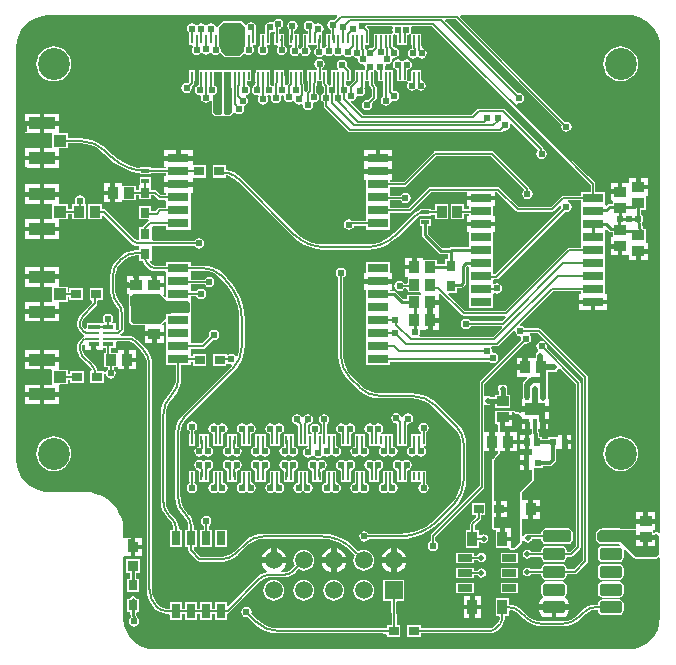
<source format=gtl>
G04*
G04 #@! TF.GenerationSoftware,Altium Limited,Altium Designer,24.4.1 (13)*
G04*
G04 Layer_Physical_Order=1*
G04 Layer_Color=255*
%FSLAX44Y44*%
%MOMM*%
G71*
G04*
G04 #@! TF.SameCoordinates,04CD6EF2-C197-4A20-A1F8-E206C623F04C*
G04*
G04*
G04 #@! TF.FilePolarity,Positive*
G04*
G01*
G75*
%ADD13C,0.2540*%
%ADD16C,0.2000*%
%ADD19C,0.1524*%
%ADD20C,0.3000*%
%ADD35R,0.8000X0.9000*%
%ADD36R,0.9000X0.8000*%
%ADD37R,0.6500X0.3500*%
%ADD38R,0.9000X1.0000*%
%ADD39R,0.8500X1.2500*%
%ADD40R,1.2500X0.6500*%
G04:AMPARAMS|DCode=41|XSize=2.4mm|YSize=1.1mm|CornerRadius=0.275mm|HoleSize=0mm|Usage=FLASHONLY|Rotation=0.000|XOffset=0mm|YOffset=0mm|HoleType=Round|Shape=RoundedRectangle|*
%AMROUNDEDRECTD41*
21,1,2.4000,0.5500,0,0,0.0*
21,1,1.8500,1.1000,0,0,0.0*
1,1,0.5500,0.9250,-0.2750*
1,1,0.5500,-0.9250,-0.2750*
1,1,0.5500,-0.9250,0.2750*
1,1,0.5500,0.9250,0.2750*
%
%ADD41ROUNDEDRECTD41*%
G04:AMPARAMS|DCode=42|XSize=1.9mm|YSize=1.1mm|CornerRadius=0.275mm|HoleSize=0mm|Usage=FLASHONLY|Rotation=0.000|XOffset=0mm|YOffset=0mm|HoleType=Round|Shape=RoundedRectangle|*
%AMROUNDEDRECTD42*
21,1,1.9000,0.5500,0,0,0.0*
21,1,1.3500,1.1000,0,0,0.0*
1,1,0.5500,0.6750,-0.2750*
1,1,0.5500,-0.6750,-0.2750*
1,1,0.5500,-0.6750,0.2750*
1,1,0.5500,0.6750,0.2750*
%
%ADD42ROUNDEDRECTD42*%
%ADD43R,0.7600X1.2500*%
%ADD44R,0.2000X0.7000*%
%ADD45R,1.0000X0.9000*%
%ADD46R,1.7000X1.1000*%
%ADD47R,0.3500X0.6000*%
%ADD48R,0.9000X0.9000*%
%ADD49R,0.5000X0.6000*%
%ADD50R,0.9500X0.2500*%
%ADD51R,0.9500X0.3000*%
%ADD52R,1.0000X0.3000*%
%ADD53R,0.6000X0.6400*%
%ADD56R,1.0500X1.0000*%
%ADD57R,2.2000X1.0500*%
%ADD62R,1.8000X0.7000*%
%ADD63R,1.8000X0.8000*%
%ADD81C,0.1690*%
%ADD82C,0.2032*%
%ADD83C,0.1271*%
%ADD84C,0.5000*%
%ADD85C,0.4000*%
%ADD86C,0.5080*%
%ADD87C,2.7000*%
%ADD88C,1.5000*%
%ADD89R,1.5000X1.5000*%
%ADD90C,0.6100*%
%ADD91C,0.6096*%
%ADD92C,0.5080*%
%ADD93C,0.6000*%
G36*
X322173Y395738D02*
X321933Y395379D01*
X321597Y393694D01*
X321933Y392010D01*
X322046Y391840D01*
X321367Y390570D01*
X305730D01*
Y381030D01*
X305928D01*
Y379395D01*
X304614Y378082D01*
X303000Y378403D01*
X301315Y378067D01*
X300014Y377198D01*
X299570Y377243D01*
X298689Y377606D01*
X298586Y378121D01*
X298137Y378793D01*
X298072Y378858D01*
Y381030D01*
X302270D01*
Y390570D01*
X302072D01*
Y393000D01*
X302072Y393000D01*
X301914Y393793D01*
X301465Y394465D01*
X300158Y395772D01*
X300403Y397000D01*
X300409Y397008D01*
X321494D01*
X322173Y395738D01*
D02*
G37*
G36*
X532091Y404022D02*
X536744Y401536D01*
X540824Y398187D01*
X544172Y394107D01*
X546636Y389498D01*
X547941Y384599D01*
Y-31838D01*
X546768Y-32324D01*
X546145Y-31701D01*
X545893Y-31597D01*
X545699Y-31403D01*
X545426D01*
X545173Y-31299D01*
X544921Y-31403D01*
X544647D01*
X543474Y-31889D01*
X542668Y-31599D01*
X542270Y-31286D01*
Y-29980D01*
X543445Y-29750D01*
X544000D01*
Y-24250D01*
X528000D01*
Y-28625D01*
X515061D01*
X514818Y-28463D01*
X513250Y-28151D01*
X499750D01*
X498181Y-28463D01*
X497939Y-28625D01*
X497500D01*
X497500Y-28625D01*
X496528Y-29028D01*
X494028Y-31528D01*
X493625Y-32500D01*
X493625Y-32500D01*
Y-37500D01*
X493625Y-37500D01*
X494028Y-38472D01*
X496528Y-40972D01*
X497500Y-41375D01*
X497500Y-41375D01*
X497939D01*
X498181Y-41537D01*
X499750Y-41849D01*
X513250D01*
X513840Y-41731D01*
X514596Y-42493D01*
X513537Y-43208D01*
X513250Y-43151D01*
X499750D01*
X498181Y-43463D01*
X496852Y-44352D01*
X495963Y-45682D01*
X495651Y-47250D01*
Y-52750D01*
X495963Y-54318D01*
X496852Y-55648D01*
X498181Y-56537D01*
X499750Y-56849D01*
X513250D01*
X514818Y-56537D01*
X516148Y-55648D01*
X517037Y-54318D01*
X517349Y-52750D01*
Y-47250D01*
X517292Y-46963D01*
X518275Y-45507D01*
X518516Y-45460D01*
X526528Y-53472D01*
X527500Y-53875D01*
X527500Y-53875D01*
X545000D01*
X545000Y-53875D01*
X545972Y-53472D01*
X546768Y-52676D01*
X547941Y-53162D01*
Y-102929D01*
X547662Y-108934D01*
X546153Y-113909D01*
X543664Y-118564D01*
X540316Y-122644D01*
X536235Y-125993D01*
X531580Y-128481D01*
X526529Y-130013D01*
X521824Y-130477D01*
X521276Y-130368D01*
X115170D01*
X110045Y-128813D01*
X105718Y-126501D01*
X101638Y-123152D01*
X98289Y-119072D01*
X95801Y-114417D01*
X94645Y-110606D01*
X93991Y-103962D01*
Y-52559D01*
X94500Y-51500D01*
X95261Y-51500D01*
X100000D01*
Y-44000D01*
Y-36500D01*
X95261D01*
X94500Y-36500D01*
X93991Y-35441D01*
Y-30305D01*
X93966Y-30180D01*
X93980Y-30054D01*
X93500Y-24201D01*
X93410Y-23888D01*
X93378Y-23564D01*
X91671Y-17936D01*
X91529Y-17670D01*
X91442Y-17382D01*
X88669Y-12195D01*
X88478Y-11962D01*
X88336Y-11697D01*
X84606Y-7151D01*
X84373Y-6959D01*
X84181Y-6727D01*
X79635Y-2996D01*
X79370Y-2854D01*
X79137Y-2663D01*
X73950Y109D01*
X73662Y197D01*
X73396Y339D01*
X67769Y2046D01*
X67469Y2076D01*
X67181Y2163D01*
X61328Y2740D01*
X61179Y2725D01*
X61032Y2754D01*
X26769Y2804D01*
X25312Y3404D01*
X25166Y3433D01*
X25035Y3503D01*
X19696Y5123D01*
X15040Y7611D01*
X10960Y10960D01*
X7612Y15040D01*
X5123Y19696D01*
X3591Y24746D01*
X3059Y30150D01*
Y378853D01*
X3592Y384404D01*
X5123Y389451D01*
X7612Y394107D01*
X10960Y398187D01*
X15040Y401536D01*
X19696Y404024D01*
X24747Y405556D01*
X30150Y406089D01*
X274499D01*
X274985Y404915D01*
X272228Y402158D01*
X271000Y402403D01*
X269315Y402067D01*
X267887Y401113D01*
X266933Y399685D01*
X266597Y398000D01*
X266933Y396315D01*
X267887Y394887D01*
X269315Y393932D01*
X269690Y393858D01*
Y390570D01*
X265730D01*
Y381030D01*
X265928D01*
Y379809D01*
X264887Y379113D01*
X264422Y378417D01*
X262894D01*
X262875Y378445D01*
X261834Y379141D01*
Y381030D01*
X262270D01*
Y390570D01*
X262270D01*
X262043Y391840D01*
X262113Y391887D01*
X263067Y393315D01*
X263403Y395000D01*
X263067Y396685D01*
X262113Y398113D01*
X260685Y399067D01*
X259000Y399403D01*
X257315Y399067D01*
X256407Y398461D01*
X255211Y398661D01*
X254933Y398887D01*
X254113Y400113D01*
X252685Y401067D01*
X251000Y401403D01*
X249315Y401067D01*
X247887Y400113D01*
X246933Y398685D01*
X246597Y397000D01*
X246933Y395315D01*
X247887Y393887D01*
X249315Y392933D01*
X249928Y392811D01*
Y390570D01*
X245730D01*
Y381030D01*
X245928D01*
Y379809D01*
X244887Y379113D01*
X244206Y378093D01*
X244131Y378067D01*
X242869D01*
X242794Y378093D01*
X242113Y379113D01*
X242072Y379141D01*
Y381030D01*
X242270D01*
Y390570D01*
X238310D01*
Y392858D01*
X238685Y392933D01*
X240113Y393887D01*
X241068Y395315D01*
X241403Y397000D01*
X241068Y398685D01*
X240113Y400113D01*
X238685Y401067D01*
X237000Y401403D01*
X235315Y401067D01*
X233887Y400113D01*
X232933Y398685D01*
X232597Y397000D01*
X232933Y395315D01*
X233887Y393887D01*
X234166Y393700D01*
Y390570D01*
X233730D01*
Y381030D01*
X236470D01*
X236856Y379760D01*
X235887Y379113D01*
X234933Y377685D01*
X234597Y376000D01*
X234933Y374315D01*
X235887Y372887D01*
X237315Y371933D01*
X239000Y371597D01*
X240685Y371933D01*
X242113Y372887D01*
X242794Y373907D01*
X242869Y373933D01*
X244131D01*
X244206Y373907D01*
X244887Y372887D01*
X246315Y371933D01*
X248000Y371597D01*
X249685Y371933D01*
X251113Y372887D01*
X252068Y374315D01*
X252403Y376000D01*
X252068Y377685D01*
X251113Y379113D01*
X250072Y379809D01*
Y381030D01*
X257690D01*
Y379141D01*
X256649Y378445D01*
X255695Y377017D01*
X255359Y375332D01*
X255695Y373647D01*
X256649Y372219D01*
X258077Y371265D01*
X259762Y370930D01*
X261447Y371265D01*
X262875Y372219D01*
X263340Y372915D01*
X264868D01*
X264887Y372887D01*
X266315Y371933D01*
X268000Y371597D01*
X269685Y371933D01*
X271113Y372887D01*
X271365Y373264D01*
X272635D01*
X272887Y372887D01*
X274315Y371933D01*
X276000Y371597D01*
X277685Y371933D01*
X278902Y372746D01*
X279144Y372879D01*
X280430Y372571D01*
X280887Y371887D01*
X282315Y370933D01*
X284000Y370597D01*
X285685Y370933D01*
X287056Y371849D01*
X288337Y371750D01*
X288479Y371537D01*
X289907Y370583D01*
X291225Y370320D01*
X292295Y369191D01*
X292269Y369062D01*
X292605Y367377D01*
X293559Y365949D01*
X294987Y364995D01*
X296672Y364660D01*
X297176Y364760D01*
X298236Y363676D01*
X298060Y362787D01*
X298395Y361101D01*
X298505Y360937D01*
X297911Y359770D01*
X289730D01*
Y351232D01*
X285535Y347038D01*
X285286Y346664D01*
X285075Y346539D01*
X284186Y346315D01*
X283776Y346292D01*
X282765Y346968D01*
X282072Y347105D01*
Y350230D01*
X286270D01*
Y359770D01*
X285919D01*
X285914Y359793D01*
X285465Y360465D01*
X285465Y360465D01*
X283158Y362772D01*
X283403Y364000D01*
X283067Y365685D01*
X282113Y367113D01*
X280685Y368068D01*
X279000Y368403D01*
X277315Y368068D01*
X275887Y367113D01*
X274932Y365685D01*
X274597Y364000D01*
X274932Y362315D01*
X275784Y361040D01*
X275609Y360383D01*
X275272Y359770D01*
X269730D01*
Y350230D01*
X269928D01*
Y347105D01*
X269235Y346968D01*
X268718Y346622D01*
X267307Y347207D01*
X267256Y347466D01*
X266483Y348623D01*
X266479Y348629D01*
X266183Y349428D01*
X266270Y350230D01*
X266270D01*
Y359770D01*
X262072D01*
Y361189D01*
X263114Y361885D01*
X264069Y363314D01*
X264405Y365000D01*
X264069Y366686D01*
X263114Y368115D01*
X261686Y369069D01*
X260000Y369405D01*
X258314Y369069D01*
X256886Y368115D01*
X255931Y366686D01*
X255595Y365000D01*
X255931Y363314D01*
X256886Y361885D01*
X257928Y361189D01*
Y359770D01*
X249730D01*
Y350230D01*
X249928D01*
Y342858D01*
X248535Y341465D01*
X248452Y341340D01*
X247182Y341726D01*
Y346890D01*
X247182Y346890D01*
X247024Y347683D01*
X246575Y348355D01*
X246575Y348355D01*
X246072Y348858D01*
Y350230D01*
X246270D01*
Y359770D01*
X233730D01*
Y350230D01*
X233928D01*
Y348858D01*
X232535Y347465D01*
X232291Y347100D01*
X232281Y347090D01*
X231549Y346861D01*
X230593Y347437D01*
X230329Y347792D01*
X230321Y348476D01*
X230321Y348476D01*
X230310Y349399D01*
X230310Y349399D01*
Y354762D01*
X230270Y354962D01*
Y359770D01*
X221730D01*
Y351223D01*
X221724Y350201D01*
X221710Y350126D01*
X221486Y348962D01*
X221468Y348872D01*
X221454Y348818D01*
X221328Y346561D01*
X220035Y346179D01*
X218855Y346968D01*
X218072Y347123D01*
Y350230D01*
X218270D01*
Y359770D01*
X205730D01*
Y350230D01*
X205730D01*
X205827Y350120D01*
X205650Y348711D01*
X205650Y348710D01*
X205650Y348710D01*
X205434Y346989D01*
X205325Y346968D01*
X203897Y346013D01*
X202943Y344585D01*
X202607Y342900D01*
X202943Y341215D01*
X203897Y339787D01*
X205325Y338833D01*
X207010Y338498D01*
X207709Y338637D01*
X208473Y337494D01*
X207933Y336685D01*
X207597Y335000D01*
X207933Y333315D01*
X208887Y331887D01*
X210315Y330933D01*
X212000Y330597D01*
X213685Y330933D01*
X215113Y331887D01*
X216068Y333315D01*
X216403Y335000D01*
X216068Y336685D01*
X215499Y337535D01*
X216263Y338678D01*
X217170Y338498D01*
X218067Y338676D01*
X218566Y338105D01*
X218905Y337548D01*
X218597Y336000D01*
X218933Y334315D01*
X219887Y332887D01*
X221315Y331932D01*
X223000Y331597D01*
X224685Y331932D01*
X226113Y332887D01*
X227068Y334315D01*
X227403Y336000D01*
X227134Y337352D01*
X227864Y338355D01*
X228010Y338479D01*
X228861Y338531D01*
X229718Y337606D01*
X229597Y337000D01*
X229932Y335315D01*
X230887Y333887D01*
X232315Y332933D01*
X234000Y332597D01*
X235685Y332933D01*
X237113Y333887D01*
X238393Y333516D01*
X238433Y333315D01*
X239387Y331887D01*
X240815Y330933D01*
X242500Y330597D01*
X244185Y330933D01*
X244532Y331165D01*
X245675Y330401D01*
X245595Y330000D01*
X245931Y328314D01*
X246886Y326885D01*
X248314Y325931D01*
X250000Y325595D01*
X251686Y325931D01*
X253114Y326885D01*
X254069Y328314D01*
X254405Y330000D01*
X254146Y331302D01*
X254804Y332189D01*
X255117Y332404D01*
X255270Y332373D01*
X256955Y332708D01*
X258383Y333663D01*
X259337Y335091D01*
X259673Y336776D01*
X259337Y338461D01*
X258383Y339889D01*
X257342Y340585D01*
X257342Y346130D01*
X257480Y347345D01*
Y347345D01*
X257607Y347642D01*
X257675Y347800D01*
X257971Y348719D01*
X258009Y349040D01*
X258072Y349356D01*
Y350230D01*
X261928D01*
Y348771D01*
X261928Y348771D01*
X261898Y348771D01*
X262174Y347384D01*
X262953Y346218D01*
X262953Y346218D01*
X263358Y345116D01*
Y340359D01*
X262317Y339663D01*
X261362Y338235D01*
X261027Y336550D01*
X261362Y334865D01*
X262317Y333437D01*
X263358Y332741D01*
Y329570D01*
X263358Y329570D01*
X263516Y328777D01*
X263965Y328105D01*
X284497Y307573D01*
X284497Y307573D01*
X285169Y307124D01*
X285962Y306966D01*
X413038D01*
X413038Y306966D01*
X413831Y307124D01*
X414503Y307573D01*
X415772Y308842D01*
X417000Y308597D01*
X418685Y308933D01*
X420113Y309887D01*
X421068Y311315D01*
X421403Y313000D01*
X421141Y314318D01*
X422296Y314958D01*
X444910Y292345D01*
X444887Y292113D01*
X443932Y290685D01*
X443597Y289000D01*
X443932Y287315D01*
X444887Y285887D01*
X446315Y284933D01*
X448000Y284597D01*
X449685Y284933D01*
X451113Y285887D01*
X452067Y287315D01*
X452403Y289000D01*
X452067Y290685D01*
X451113Y292113D01*
X449685Y293067D01*
X449358Y293132D01*
X449258Y293633D01*
X448809Y294305D01*
X448809Y294305D01*
X416649Y326465D01*
X415977Y326914D01*
X415184Y327072D01*
X415184Y327072D01*
X395000D01*
X394207Y326914D01*
X393535Y326465D01*
X393535Y326465D01*
X389142Y322072D01*
X296858D01*
X286535Y332395D01*
X286852Y333215D01*
X287107Y333619D01*
X288685Y333933D01*
X290113Y334887D01*
X291068Y336315D01*
X291230Y337131D01*
X292285Y337910D01*
X292575Y337881D01*
X294000Y337597D01*
X295685Y337933D01*
X297113Y338887D01*
X298067Y340315D01*
X298403Y342000D01*
X298067Y343685D01*
X297757Y344150D01*
X297914Y344386D01*
X298072Y345179D01*
X298072Y345179D01*
Y350230D01*
X301928D01*
Y347485D01*
X301928Y347484D01*
X302086Y346692D01*
X302535Y346019D01*
X303741Y344814D01*
X303741Y344813D01*
X304408Y344146D01*
Y337338D01*
X301228Y334158D01*
X300000Y334403D01*
X298315Y334067D01*
X296887Y333113D01*
X295933Y331685D01*
X295597Y330000D01*
X295933Y328315D01*
X296887Y326887D01*
X298315Y325933D01*
X300000Y325597D01*
X301685Y325933D01*
X303113Y326887D01*
X304067Y328315D01*
X304403Y330000D01*
X304158Y331228D01*
X307945Y335015D01*
X307945Y335015D01*
X308394Y335687D01*
X308552Y336480D01*
X308552Y336480D01*
Y345004D01*
X308552Y345004D01*
X308394Y345797D01*
X307945Y346469D01*
X306671Y347743D01*
X306671Y347743D01*
X306671Y347743D01*
X306072Y348343D01*
Y350230D01*
X306270D01*
Y359492D01*
X307423Y360053D01*
X308036Y359134D01*
X309465Y358180D01*
X309730Y358127D01*
Y350230D01*
X313928D01*
Y337809D01*
X312887Y337113D01*
X311933Y335685D01*
X311597Y334000D01*
X311933Y332315D01*
X312887Y330887D01*
X314315Y329933D01*
X316000Y329597D01*
X317685Y329933D01*
X319113Y330887D01*
X320067Y332315D01*
X320230Y333130D01*
X321285Y333910D01*
X321575Y333881D01*
X323000Y333597D01*
X324685Y333933D01*
X326113Y334887D01*
X327067Y336315D01*
X327403Y338000D01*
X327067Y339685D01*
X326113Y341113D01*
X324685Y342067D01*
X323000Y342403D01*
X322072Y343164D01*
Y350230D01*
X322270D01*
Y359770D01*
X316099D01*
X315312Y361040D01*
X315552Y362247D01*
X315274Y363646D01*
X315827Y364448D01*
X316193Y364758D01*
X317000Y364597D01*
X318685Y364933D01*
X320113Y365887D01*
X321068Y367315D01*
X321403Y369000D01*
X321343Y369300D01*
X322423Y370380D01*
X323088Y370247D01*
X324773Y370583D01*
X326201Y371537D01*
X327155Y372965D01*
X327491Y374650D01*
X327155Y376335D01*
X326201Y377763D01*
X324773Y378717D01*
X323377Y378995D01*
X322512Y379860D01*
X322270Y381030D01*
X322270Y381030D01*
X322270Y381030D01*
Y389466D01*
X323540Y390145D01*
X324315Y389627D01*
X325730Y389345D01*
Y381030D01*
X334270D01*
Y389471D01*
X335055Y389627D01*
X336406Y390530D01*
X336483Y390581D01*
X337730Y390161D01*
X337730Y389413D01*
Y381030D01*
X338145D01*
Y378810D01*
X338256Y378255D01*
X337315Y378067D01*
X335887Y377113D01*
X334933Y375685D01*
X334597Y374000D01*
X334933Y372315D01*
X335887Y370887D01*
X337315Y369933D01*
X339000Y369597D01*
X340685Y369933D01*
X341848Y370710D01*
X342685Y370815D01*
X343522Y370710D01*
X344685Y369933D01*
X346370Y369597D01*
X348055Y369933D01*
X349483Y370887D01*
X350438Y372315D01*
X350773Y374000D01*
X350438Y375685D01*
X349483Y377113D01*
X348055Y378067D01*
X346455Y378386D01*
Y379794D01*
X346447Y379834D01*
X346270Y381030D01*
X346270Y381030D01*
X346270Y381030D01*
Y390570D01*
X338878D01*
X338003Y390570D01*
X337169Y391608D01*
X337438Y392010D01*
X337773Y393694D01*
X337438Y395379D01*
X337197Y395738D01*
X337876Y397008D01*
X355062D01*
X462535Y289535D01*
X462535Y289535D01*
X484535Y267535D01*
X484535Y267535D01*
X489438Y262632D01*
Y256270D01*
X481230D01*
Y253572D01*
X466500D01*
X465707Y253414D01*
X465035Y252965D01*
X465035Y252965D01*
X456142Y244072D01*
X428858D01*
X412821Y260109D01*
X412149Y260558D01*
X411356Y260716D01*
X411356Y260716D01*
X354275D01*
Y260746D01*
X352888Y260470D01*
X351725Y259693D01*
X351738Y259667D01*
X351738Y259667D01*
X335219Y243150D01*
X335032Y243072D01*
X320623D01*
X319725Y243970D01*
X319725Y246270D01*
X319725Y247540D01*
Y249388D01*
X328931D01*
X329627Y248347D01*
X331055Y247393D01*
X332740Y247058D01*
X334425Y247393D01*
X335853Y248347D01*
X336807Y249775D01*
X337142Y251460D01*
X336807Y253145D01*
X335853Y254573D01*
X334425Y255528D01*
X332740Y255863D01*
X331055Y255528D01*
X329627Y254573D01*
X328931Y253532D01*
X320623D01*
X319725Y254430D01*
X319725Y257270D01*
X319725Y258540D01*
Y260928D01*
X332000D01*
X332000Y260928D01*
X332793Y261086D01*
X333465Y261535D01*
X358858Y286928D01*
X405142D01*
X432983Y259087D01*
X432887Y258113D01*
X431932Y256685D01*
X431597Y255000D01*
X431932Y253315D01*
X432887Y251887D01*
X434315Y250933D01*
X436000Y250597D01*
X437685Y250933D01*
X439113Y251887D01*
X440067Y253315D01*
X440403Y255000D01*
X440067Y256685D01*
X439113Y258113D01*
X437824Y258974D01*
Y259248D01*
X437666Y260040D01*
X437217Y260713D01*
X437217Y260713D01*
X407465Y290465D01*
X406793Y290914D01*
X406000Y291072D01*
X406000Y291072D01*
X358000D01*
X358000Y291072D01*
X357207Y290914D01*
X356535Y290465D01*
X356535Y290465D01*
X331142Y265072D01*
X319725D01*
Y267000D01*
X321455D01*
Y272000D01*
X297455D01*
Y267000D01*
X299185D01*
Y258540D01*
X299185Y257730D01*
X299185Y256460D01*
Y247540D01*
X299185Y246730D01*
X299185Y245460D01*
Y236540D01*
X299185Y235730D01*
X299185Y234460D01*
Y232331D01*
X287787D01*
X286685Y233067D01*
X285000Y233403D01*
X283315Y233067D01*
X281887Y232113D01*
X280933Y230685D01*
X280597Y229000D01*
X280933Y227315D01*
X281887Y225887D01*
X283315Y224932D01*
X285000Y224597D01*
X286685Y224932D01*
X288113Y225887D01*
X289067Y227315D01*
X289138Y227669D01*
X299185D01*
Y224730D01*
X319725D01*
Y234460D01*
X319725Y235270D01*
X319725Y236540D01*
Y238928D01*
X335369D01*
Y238898D01*
X336756Y239174D01*
X337929Y239958D01*
X337910Y239977D01*
X337910Y239980D01*
X354425Y256495D01*
X354612Y256572D01*
X384500D01*
Y253500D01*
X396500D01*
X408500D01*
Y256572D01*
X410498D01*
X426535Y240535D01*
X427207Y240086D01*
X428000Y239928D01*
X428000Y239928D01*
X457000D01*
X457000Y239928D01*
X457793Y240086D01*
X458465Y240535D01*
X463643Y245713D01*
X464814Y245088D01*
X464597Y244000D01*
X464842Y242772D01*
X408918Y186848D01*
X407620D01*
X406770Y187698D01*
X406770Y190770D01*
X406770Y192040D01*
Y200960D01*
X406770Y201770D01*
X406770Y203040D01*
Y211960D01*
X406770Y212770D01*
X406770Y214040D01*
Y222500D01*
X408500D01*
Y227500D01*
X396500D01*
X384500D01*
Y222500D01*
X386230D01*
Y214040D01*
X386230Y213230D01*
X386230Y211960D01*
Y210090D01*
X371838D01*
X370847Y209893D01*
X370197Y209458D01*
X363926D01*
X352094Y221291D01*
Y227934D01*
X354024D01*
Y233974D01*
X344984D01*
Y227934D01*
X346914D01*
Y220218D01*
X347111Y219227D01*
X347673Y218387D01*
X361022Y205037D01*
X361862Y204476D01*
X362853Y204279D01*
X368617D01*
Y199716D01*
X365937D01*
Y195286D01*
X359520D01*
Y199270D01*
X347980Y199270D01*
X347750Y200445D01*
Y201000D01*
X342250D01*
Y193000D01*
X340250D01*
Y191000D01*
X332750D01*
Y185000D01*
X333512D01*
X334480Y184270D01*
X334480Y183730D01*
Y180139D01*
X333886Y179115D01*
X333841Y179106D01*
X333841Y179085D01*
X331567Y179057D01*
X330903Y180051D01*
X329475Y181005D01*
X327790Y181341D01*
X326105Y181005D01*
X324677Y180051D01*
X323722Y178623D01*
X323387Y176938D01*
X323722Y175253D01*
X324677Y173825D01*
X326105Y172871D01*
X327790Y172535D01*
X329475Y172871D01*
X330903Y173825D01*
X331631Y174914D01*
X333210Y174933D01*
X334293Y174069D01*
X334480Y173732D01*
Y171730D01*
X344966D01*
X346027Y171260D01*
X346036Y170701D01*
X345773Y169525D01*
X344770Y169525D01*
X334269D01*
Y165844D01*
X330818D01*
X324831Y171831D01*
X323991Y172393D01*
X323000Y172590D01*
X319725D01*
Y174000D01*
X321455D01*
Y179000D01*
X297455D01*
Y174000D01*
X299185D01*
Y165540D01*
X299185Y164730D01*
X299185Y163460D01*
Y154540D01*
X299185Y153730D01*
X299185Y152460D01*
Y142730D01*
X299185D01*
Y142270D01*
X299185D01*
Y131730D01*
X299185D01*
Y131270D01*
X299185D01*
Y120730D01*
X299185D01*
Y120270D01*
X299185D01*
Y109730D01*
X319725D01*
Y112928D01*
X369756D01*
X369757Y112928D01*
X403859D01*
X403887Y112887D01*
X405315Y111932D01*
X407000Y111597D01*
X408685Y111932D01*
X410113Y112887D01*
X411068Y114315D01*
X411403Y116000D01*
X411068Y117685D01*
X410113Y119113D01*
X408685Y120068D01*
X407000Y120403D01*
X406315Y121561D01*
X406403Y122000D01*
X406068Y123685D01*
X405417Y124658D01*
X406005Y125928D01*
X410000D01*
X410000Y125928D01*
X410793Y126086D01*
X411465Y126535D01*
X424395Y139465D01*
X425215Y139148D01*
X425619Y138893D01*
X425933Y137315D01*
X426887Y135887D01*
X428315Y134932D01*
X429825Y134632D01*
X430034Y134548D01*
X430788Y133459D01*
X430597Y132500D01*
X430842Y131272D01*
X396035Y96465D01*
X395586Y95793D01*
X395428Y95000D01*
X395428Y95000D01*
Y7960D01*
X354535Y-32933D01*
X354086Y-33605D01*
X353928Y-34398D01*
X353928Y-34398D01*
Y-39191D01*
X352887Y-39887D01*
X351932Y-41315D01*
X351597Y-43000D01*
X351932Y-44685D01*
X352887Y-46113D01*
X354315Y-47067D01*
X356000Y-47403D01*
X357685Y-47067D01*
X359113Y-46113D01*
X360067Y-44685D01*
X360403Y-43000D01*
X360067Y-41315D01*
X359113Y-39887D01*
X358072Y-39191D01*
Y-35256D01*
X398965Y5637D01*
X398965Y5637D01*
X399414Y6309D01*
X399572Y7102D01*
Y37000D01*
X403750D01*
Y45000D01*
Y53000D01*
X399572D01*
Y75847D01*
X400842Y76526D01*
X401013Y76411D01*
X402500Y76115D01*
X403987Y76411D01*
X404368Y76666D01*
X408730D01*
Y73480D01*
X421270D01*
Y85020D01*
X418334D01*
Y88132D01*
X418589Y88513D01*
X418885Y90000D01*
X418589Y91487D01*
X417747Y92747D01*
X416487Y93589D01*
X415000Y93885D01*
X413513Y93589D01*
X412253Y92747D01*
X411411Y91487D01*
X411115Y90000D01*
X411411Y88513D01*
X411666Y88132D01*
Y85020D01*
X408730D01*
Y83334D01*
X404368D01*
X403987Y83589D01*
X402500Y83885D01*
X401013Y83589D01*
X400842Y83474D01*
X399572Y84153D01*
Y94142D01*
X433772Y128342D01*
X435000Y128097D01*
X436685Y128433D01*
X438113Y129387D01*
X439067Y130815D01*
X439403Y132500D01*
X439067Y134185D01*
X438113Y135613D01*
X438046Y135658D01*
X438431Y136928D01*
X445142D01*
X482928Y99142D01*
Y-55142D01*
X475142Y-62928D01*
X469349D01*
Y-62250D01*
X469037Y-60682D01*
X468148Y-59352D01*
X466819Y-58463D01*
X465250Y-58151D01*
X451750D01*
X450182Y-58463D01*
X448852Y-59352D01*
X447963Y-60682D01*
X447651Y-62250D01*
Y-62928D01*
X439198D01*
X438747Y-62253D01*
X437487Y-61411D01*
X436000Y-61115D01*
X434513Y-61411D01*
X433253Y-62253D01*
X432411Y-63513D01*
X432115Y-65000D01*
X432411Y-66487D01*
X433253Y-67747D01*
X434513Y-68589D01*
X436000Y-68885D01*
X437487Y-68589D01*
X438747Y-67747D01*
X439198Y-67072D01*
X447651D01*
Y-67750D01*
X447963Y-69318D01*
X448852Y-70648D01*
X450182Y-71537D01*
X451750Y-71849D01*
X465250D01*
X466819Y-71537D01*
X468148Y-70648D01*
X469037Y-69318D01*
X469349Y-67750D01*
Y-67072D01*
X476000D01*
X476000Y-67072D01*
X476793Y-66914D01*
X477465Y-66465D01*
X486465Y-57465D01*
X486465Y-57465D01*
X486914Y-56793D01*
X487072Y-56000D01*
X487072Y-56000D01*
Y100000D01*
X486914Y100793D01*
X486465Y101465D01*
X486465Y101465D01*
X447465Y140465D01*
X446793Y140914D01*
X446000Y141072D01*
X446000Y141072D01*
X433809D01*
X433113Y142113D01*
X431685Y143068D01*
X430107Y143381D01*
X429852Y143785D01*
X429535Y144605D01*
X457358Y172428D01*
X481230D01*
Y170000D01*
X479500D01*
Y165500D01*
X491500D01*
X503500D01*
Y170000D01*
X501770D01*
Y179770D01*
X501770D01*
Y180230D01*
X501770D01*
Y189960D01*
X501770Y190770D01*
X501770Y192040D01*
Y200960D01*
X501770Y201770D01*
X501770Y203040D01*
Y211960D01*
X501770Y212770D01*
X501770Y214040D01*
Y223770D01*
X501770D01*
Y224230D01*
X502018Y224590D01*
X503562Y224804D01*
X504899Y223467D01*
X505739Y222905D01*
X506730Y222708D01*
X508080D01*
X508080Y218404D01*
X506905Y218174D01*
X506350D01*
Y212674D01*
X514350D01*
Y210674D01*
X516350D01*
Y203174D01*
X522000D01*
Y198750D01*
X528000D01*
Y206250D01*
X530000D01*
Y208250D01*
X538000D01*
Y213750D01*
X537445D01*
X536270Y213980D01*
X536270Y215020D01*
Y225520D01*
X533695D01*
X532919Y230542D01*
X532957Y230567D01*
X533912Y231995D01*
X534247Y233680D01*
X533912Y235365D01*
X532957Y236793D01*
X532434Y237143D01*
Y241480D01*
X536270D01*
X536270Y253020D01*
X537445Y253250D01*
X538000D01*
Y258750D01*
X530000D01*
Y260750D01*
X528000D01*
Y268250D01*
X522000D01*
Y264440D01*
X516350D01*
Y256940D01*
X514350D01*
Y254940D01*
X506350D01*
Y249440D01*
X506905D01*
X508080Y249210D01*
X508080Y247678D01*
X507182Y246780D01*
X505727D01*
X504736Y246583D01*
X503896Y246021D01*
X502943Y245068D01*
X501770Y245555D01*
X501770Y246730D01*
X501770Y247040D01*
Y256270D01*
X493582D01*
Y263490D01*
X493582Y263490D01*
X493424Y264283D01*
X492975Y264955D01*
X492975Y264955D01*
X487465Y270465D01*
X487465Y270465D01*
X465465Y292465D01*
X465465Y292465D01*
X427287Y330643D01*
X427912Y331814D01*
X429000Y331597D01*
X430685Y331932D01*
X432113Y332887D01*
X433068Y334315D01*
X433403Y336000D01*
X433068Y337685D01*
X432113Y339113D01*
X430685Y340067D01*
X429000Y340403D01*
X427772Y340158D01*
X366175Y401755D01*
X366661Y402928D01*
X375142D01*
X464842Y313228D01*
X464597Y312000D01*
X464933Y310315D01*
X465887Y308887D01*
X467315Y307933D01*
X469000Y307597D01*
X470685Y307933D01*
X472113Y308887D01*
X473068Y310315D01*
X473403Y312000D01*
X473068Y313685D01*
X472113Y315113D01*
X470685Y316068D01*
X469000Y316403D01*
X467772Y316158D01*
X379015Y404915D01*
X379501Y406089D01*
X525221D01*
X532091Y404022D01*
D02*
G37*
G36*
X481230Y247040D02*
X481230Y246730D01*
Y245770D01*
X481230Y245460D01*
Y235230D01*
X481230D01*
Y234770D01*
X481230D01*
Y224230D01*
X481230D01*
Y223770D01*
X481230D01*
Y214040D01*
X481230Y213230D01*
X481230Y211960D01*
Y209572D01*
X471500D01*
X471500Y209572D01*
X470707Y209414D01*
X470035Y208965D01*
X470035Y208965D01*
X417142Y156072D01*
X382858D01*
X368927Y170002D01*
X369413Y171176D01*
X376477D01*
Y175606D01*
X380162D01*
X381153Y175803D01*
X381993Y176364D01*
X383481Y177852D01*
X384043Y178692D01*
X384240Y179684D01*
Y192892D01*
X384960Y193577D01*
X386230Y193209D01*
X386230Y191230D01*
X386230Y189960D01*
Y181040D01*
X386230Y180230D01*
X386230Y178960D01*
Y169540D01*
X386230Y169230D01*
Y168270D01*
X386230Y167960D01*
Y158730D01*
X406770D01*
Y167960D01*
X406770Y168270D01*
Y169230D01*
X406770Y169540D01*
Y170438D01*
X408040Y171116D01*
X408315Y170933D01*
X410000Y170597D01*
X411685Y170933D01*
X413113Y171887D01*
X414067Y173315D01*
X414403Y175000D01*
X414067Y176685D01*
X413113Y178113D01*
X411685Y179067D01*
X410000Y179403D01*
X408315Y179067D01*
X408040Y178884D01*
X406770Y179563D01*
X406770Y181758D01*
X407668Y182656D01*
X409728D01*
X409728Y182656D01*
X410521Y182814D01*
X411193Y183263D01*
X467772Y239842D01*
X469000Y239597D01*
X470685Y239932D01*
X472113Y240887D01*
X473068Y242315D01*
X473403Y244000D01*
X473068Y245685D01*
X472113Y247113D01*
X470685Y248067D01*
X470229Y248158D01*
X470354Y249428D01*
X481230D01*
Y247040D01*
D02*
G37*
G36*
X380535Y152535D02*
X380535Y152535D01*
X381207Y152086D01*
X382000Y151928D01*
X417202D01*
X417728Y150658D01*
X414142Y147072D01*
X387809D01*
X387113Y148113D01*
X385685Y149067D01*
X384000Y149403D01*
X382315Y149067D01*
X380887Y148113D01*
X379933Y146685D01*
X379597Y145000D01*
X379933Y143315D01*
X380887Y141887D01*
X382315Y140933D01*
X384000Y140597D01*
X385685Y140933D01*
X387113Y141887D01*
X387809Y142928D01*
X414202D01*
X414728Y141658D01*
X407142Y134072D01*
X345005D01*
X344417Y135342D01*
X345067Y136315D01*
X345403Y138000D01*
X345067Y139685D01*
X345036Y139732D01*
X345780Y140904D01*
X346194Y140842D01*
X346250Y140555D01*
Y140000D01*
X351750D01*
Y148000D01*
X353750D01*
Y150000D01*
X361250D01*
Y156000D01*
X361040D01*
Y161255D01*
X353540D01*
Y165255D01*
X361040D01*
Y170235D01*
X362309Y170760D01*
X380535Y152535D01*
D02*
G37*
G36*
X528000Y-33750D02*
X544000D01*
Y-33159D01*
X545173Y-32673D01*
X547500Y-35000D01*
Y-50000D01*
X545000Y-52500D01*
X527500D01*
X515000Y-40000D01*
X497500Y-40000D01*
X495000Y-37500D01*
Y-32500D01*
X497500Y-30000D01*
X528000D01*
Y-33750D01*
D02*
G37*
%LPC*%
G36*
X225000Y403403D02*
X223315Y403067D01*
X221887Y402113D01*
X220933Y400685D01*
X220901Y400525D01*
X220004Y400154D01*
X219521Y400100D01*
X218000Y400403D01*
X216315Y400067D01*
X214887Y399113D01*
X213932Y397685D01*
X213597Y396000D01*
X213932Y394315D01*
X213978Y394248D01*
X213928Y394000D01*
X213928Y394000D01*
Y390570D01*
X209730D01*
Y381030D01*
X208887Y380113D01*
X207933Y378685D01*
X207597Y377000D01*
X207933Y375315D01*
X208887Y373887D01*
X210315Y372933D01*
X212000Y372597D01*
X213685Y372933D01*
X215113Y373887D01*
X216068Y375315D01*
X216403Y377000D01*
X216068Y378685D01*
X215349Y379760D01*
X215803Y380906D01*
X215911Y381030D01*
X218270D01*
Y390570D01*
X218270Y390570D01*
X218270D01*
X218270Y390570D01*
X218578Y391712D01*
X219685Y391932D01*
X220658Y392583D01*
X221928Y391995D01*
Y390570D01*
X221730D01*
Y381030D01*
X224089D01*
X224197Y380906D01*
X224651Y379760D01*
X223932Y378685D01*
X223597Y377000D01*
X223932Y375315D01*
X224887Y373887D01*
X226315Y372933D01*
X228000Y372597D01*
X229685Y372933D01*
X231113Y373887D01*
X232068Y375315D01*
X232403Y377000D01*
X232068Y378685D01*
X231113Y380113D01*
X230270Y381030D01*
Y390570D01*
X226072D01*
Y394811D01*
X226685Y394933D01*
X228113Y395887D01*
X229067Y397315D01*
X229403Y399000D01*
X229067Y400685D01*
X228113Y402113D01*
X226685Y403067D01*
X225000Y403403D01*
D02*
G37*
G36*
X179124Y401375D02*
X178152Y400972D01*
Y400972D01*
X174332Y397152D01*
X173598Y396848D01*
X173417Y396411D01*
X172096Y396541D01*
X172067Y396685D01*
X171113Y398113D01*
X169685Y399067D01*
X168000Y399403D01*
X166315Y399067D01*
X164887Y398113D01*
X164635Y397736D01*
X163365D01*
X163113Y398113D01*
X161685Y399067D01*
X160000Y399403D01*
X158315Y399067D01*
X156887Y398113D01*
X156635Y397736D01*
X155365D01*
X155113Y398113D01*
X153685Y399067D01*
X152000Y399403D01*
X150315Y399067D01*
X148887Y398113D01*
X147933Y396685D01*
X147597Y395000D01*
X147933Y393315D01*
X148887Y391887D01*
X149253Y391642D01*
X149730Y390570D01*
Y381030D01*
X152111D01*
X152270Y380836D01*
X152673Y379760D01*
X151933Y378652D01*
X151598Y376967D01*
X151933Y375283D01*
X152887Y373854D01*
X154315Y372900D01*
X156000Y372565D01*
X157685Y372900D01*
X159113Y373854D01*
X159325Y374171D01*
X160852D01*
X160887Y374119D01*
X162315Y373164D01*
X164000Y372829D01*
X165685Y373164D01*
X167113Y374119D01*
X167159Y374187D01*
X168686D01*
X168887Y373887D01*
X170315Y372933D01*
X172000Y372597D01*
X173685Y372933D01*
X175113Y373887D01*
X175145Y373935D01*
X176409Y374059D01*
X179440Y371028D01*
X180412Y370625D01*
X180412Y370625D01*
X192000D01*
X192000Y370625D01*
X192972Y371028D01*
X192972Y371028D01*
X195926Y373982D01*
X196887Y373887D01*
X198315Y372933D01*
X200000Y372597D01*
X201685Y372933D01*
X203113Y373887D01*
X204067Y375315D01*
X204403Y377000D01*
X204067Y378685D01*
X203349Y379760D01*
X203803Y380906D01*
X203911Y381030D01*
X206270D01*
Y390570D01*
X206072D01*
Y394000D01*
X206072Y394000D01*
X206022Y394248D01*
X206068Y394315D01*
X206403Y396000D01*
X206068Y397685D01*
X205113Y399113D01*
X203685Y400067D01*
X202000Y400403D01*
X200315Y400067D01*
X198887Y399113D01*
X198382Y398358D01*
X196823Y398121D01*
X193972Y400972D01*
X193000Y401375D01*
X193000Y401375D01*
X179124D01*
X179124Y401375D01*
D02*
G37*
G36*
X333773Y368865D02*
X332088Y368530D01*
X330925Y367752D01*
X330088Y367647D01*
X329250Y367752D01*
X328088Y368530D01*
X326403Y368865D01*
X324718Y368530D01*
X323289Y367575D01*
X322335Y366147D01*
X322000Y364462D01*
X322335Y362777D01*
X323289Y361349D01*
X324718Y360395D01*
X324718Y360395D01*
X325730Y359770D01*
Y350230D01*
X333125D01*
X333835Y350230D01*
X334608Y349100D01*
X334160Y348429D01*
X333824Y346744D01*
X334160Y345060D01*
X335114Y343631D01*
X336542Y342677D01*
X338227Y342342D01*
X339912Y342677D01*
X341075Y343454D01*
X341912Y343559D01*
X342749Y343454D01*
X343912Y342677D01*
X345597Y342342D01*
X347282Y342677D01*
X348710Y343631D01*
X349664Y345060D01*
X350000Y346744D01*
X349664Y348429D01*
X348710Y349858D01*
X347282Y350812D01*
X346270Y351013D01*
Y359770D01*
X337730D01*
Y351048D01*
X336542Y350812D01*
X335489Y350109D01*
X335440Y350133D01*
X335440Y350133D01*
X334270Y350706D01*
X334270Y351320D01*
Y359770D01*
X335295Y360362D01*
X335457Y360395D01*
X336886Y361349D01*
X337840Y362777D01*
X338175Y364462D01*
X337840Y366147D01*
X336886Y367575D01*
X335457Y368530D01*
X333773Y368865D01*
D02*
G37*
G36*
X185058Y359819D02*
X178921D01*
X178804Y359770D01*
X177663D01*
X177546Y359819D01*
X170942D01*
X170825Y359770D01*
X157730D01*
Y350230D01*
X157928D01*
Y347139D01*
X157065Y346968D01*
X155637Y346013D01*
X154683Y344585D01*
X154347Y342900D01*
X154683Y341215D01*
X155637Y339787D01*
X157065Y338833D01*
X158623Y338523D01*
X158756Y338489D01*
X159590Y337370D01*
X159427Y336550D01*
X159762Y334865D01*
X160717Y333437D01*
X162145Y332483D01*
X163830Y332148D01*
X165515Y332483D01*
X166943Y333437D01*
X167281Y333943D01*
X168551Y333558D01*
Y324154D01*
X168954Y323182D01*
X170986Y321150D01*
X171958Y320747D01*
X171958Y320747D01*
X176276D01*
X176276Y320747D01*
X177248Y321150D01*
X178421Y321481D01*
X178752Y321150D01*
X179724Y320747D01*
X179724Y320747D01*
X184042D01*
X185014Y321150D01*
X187046Y323182D01*
X187345Y323904D01*
X188172Y324147D01*
X188714Y324142D01*
X188885Y323885D01*
X190314Y322931D01*
X192000Y322595D01*
X193686Y322931D01*
X195114Y323885D01*
X196069Y325314D01*
X196405Y327000D01*
X196102Y328520D01*
X196158Y329006D01*
X196454Y329719D01*
X196740Y329967D01*
X198114Y330886D01*
X199069Y332314D01*
X199405Y334000D01*
X199069Y335686D01*
X198114Y337114D01*
X197723Y337376D01*
X197991Y338725D01*
X198535Y338833D01*
X199963Y339787D01*
X200917Y341215D01*
X201252Y342900D01*
X200917Y344585D01*
X199963Y346013D01*
X198535Y346968D01*
X198310Y347012D01*
Y350230D01*
X202270D01*
Y359770D01*
X185175D01*
X185058Y359819D01*
D02*
G37*
G36*
X515000Y379877D02*
X512105Y379592D01*
X509321Y378747D01*
X506755Y377376D01*
X504506Y375530D01*
X502660Y373281D01*
X501288Y370715D01*
X500444Y367931D01*
X500159Y365036D01*
X500444Y362140D01*
X501288Y359356D01*
X502660Y356790D01*
X504506Y354541D01*
X506755Y352696D01*
X509321Y351324D01*
X512105Y350480D01*
X515000Y350194D01*
X517896Y350480D01*
X520680Y351324D01*
X523246Y352696D01*
X525495Y354541D01*
X527340Y356790D01*
X528712Y359356D01*
X529557Y362140D01*
X529842Y365036D01*
X529557Y367931D01*
X528712Y370715D01*
X527340Y373281D01*
X525495Y375530D01*
X523246Y377376D01*
X520680Y378747D01*
X517896Y379592D01*
X515000Y379877D01*
D02*
G37*
G36*
X35000Y379841D02*
X32105Y379556D01*
X29320Y378711D01*
X26755Y377340D01*
X24506Y375494D01*
X22660Y373245D01*
X21288Y370679D01*
X20444Y367895D01*
X20159Y365000D01*
X20444Y362104D01*
X21288Y359320D01*
X22660Y356754D01*
X24506Y354505D01*
X26755Y352659D01*
X29320Y351288D01*
X32105Y350443D01*
X35000Y350158D01*
X37896Y350443D01*
X40680Y351288D01*
X43246Y352659D01*
X45495Y354505D01*
X47340Y356754D01*
X48712Y359320D01*
X49556Y362104D01*
X49842Y365000D01*
X49556Y367895D01*
X48712Y370679D01*
X47340Y373245D01*
X45495Y375494D01*
X43246Y377340D01*
X40680Y378711D01*
X37896Y379556D01*
X35000Y379841D01*
D02*
G37*
G36*
X154270Y359770D02*
X149730D01*
Y350230D01*
X149084Y349228D01*
X148707Y348851D01*
X147479Y349095D01*
X145794Y348760D01*
X144365Y347806D01*
X143411Y346377D01*
X143076Y344693D01*
X143411Y343008D01*
X144365Y341580D01*
X145794Y340625D01*
X147479Y340290D01*
X149163Y340625D01*
X150592Y341580D01*
X151546Y343008D01*
X151881Y344693D01*
X151637Y345921D01*
X153465Y347749D01*
X153465Y347749D01*
X153914Y348421D01*
X154072Y349214D01*
Y350230D01*
X154270D01*
Y359770D01*
D02*
G37*
G36*
X39000Y323000D02*
X27000D01*
Y316750D01*
X39000D01*
Y323000D01*
D02*
G37*
G36*
X23000D02*
X11000D01*
Y316750D01*
X23000D01*
Y323000D01*
D02*
G37*
G36*
Y312750D02*
X11000D01*
Y306500D01*
X23000D01*
Y312750D01*
D02*
G37*
G36*
X23000Y293500D02*
X11000D01*
Y287250D01*
X23000D01*
Y293500D01*
D02*
G37*
G36*
X321455Y292000D02*
X311455D01*
Y287000D01*
X321455D01*
Y292000D01*
D02*
G37*
G36*
X307455D02*
X297455D01*
Y287000D01*
X307455D01*
Y292000D01*
D02*
G37*
G36*
X152545D02*
X142545D01*
Y287000D01*
X152545D01*
Y292000D01*
D02*
G37*
G36*
X138545D02*
X128545D01*
Y287000D01*
X138545D01*
Y292000D01*
D02*
G37*
G36*
X39000Y283250D02*
X27000D01*
Y277000D01*
X39000D01*
Y283250D01*
D02*
G37*
G36*
X23000D02*
X11000D01*
Y277000D01*
X23000D01*
Y283250D01*
D02*
G37*
G36*
X321455Y283000D02*
X297455D01*
Y278000D01*
Y276000D01*
X321455D01*
Y278000D01*
Y283000D01*
D02*
G37*
G36*
X39000Y312750D02*
X27000D01*
Y306500D01*
X32555D01*
X33730Y306270D01*
X33730Y305230D01*
X33730Y293730D01*
X32555Y293500D01*
X27000D01*
Y287250D01*
X39000D01*
X39000Y293500D01*
X40174Y293730D01*
X46770D01*
Y297745D01*
X55848Y297745D01*
X57118Y297745D01*
X57118Y297745D01*
X57118Y297745D01*
X58350Y297653D01*
X61717Y297388D01*
X66197Y296313D01*
X70453Y294550D01*
X74382Y292143D01*
X76951Y289948D01*
X77886Y289143D01*
X77886Y289142D01*
X78782Y288246D01*
X82094Y284935D01*
X82087Y284901D01*
X82087Y284900D01*
X82095Y284893D01*
X83021Y284081D01*
X86113Y281370D01*
X90889Y278179D01*
X96040Y275638D01*
X101479Y273792D01*
X107113Y272671D01*
X108002Y272613D01*
Y271486D01*
X117042D01*
Y272350D01*
X130275D01*
Y270000D01*
X128545D01*
Y265000D01*
X152545D01*
Y268796D01*
X163894D01*
Y279336D01*
X152545D01*
Y283000D01*
X128545D01*
Y278000D01*
X130275D01*
Y276662D01*
X117042D01*
Y277526D01*
X108002D01*
Y277526D01*
X107483Y277047D01*
X106652Y277112D01*
X100613Y278562D01*
X94874Y280939D01*
X89579Y284184D01*
X85168Y287951D01*
X85151Y287977D01*
X85146Y287980D01*
X85143Y287984D01*
X80936Y292192D01*
X80980Y292236D01*
X80975Y292241D01*
X80023Y293054D01*
X76950Y295678D01*
X72438Y298444D01*
X67548Y300469D01*
X62401Y301705D01*
X58372Y302022D01*
X57125Y302120D01*
X57117Y302120D01*
X55873Y302058D01*
X46770Y302058D01*
Y306270D01*
X40175D01*
X39000Y306500D01*
X39000Y307540D01*
Y312750D01*
D02*
G37*
G36*
X538000Y268250D02*
X532000D01*
Y262750D01*
X538000D01*
Y268250D01*
D02*
G37*
G36*
X512350Y264440D02*
X506350D01*
Y258940D01*
X512350D01*
Y264440D01*
D02*
G37*
G36*
X117042Y269026D02*
X108002D01*
Y262986D01*
X107509Y261920D01*
X106998D01*
Y257934D01*
X104214D01*
Y262048D01*
X92674Y262048D01*
X92444Y263223D01*
Y263778D01*
X86944D01*
Y255778D01*
Y247778D01*
X92444D01*
Y248333D01*
X92674Y249508D01*
X93714Y249508D01*
X104214D01*
Y253622D01*
X106998D01*
Y250380D01*
X117538D01*
Y253819D01*
X120075D01*
X123542Y250352D01*
X124298Y249847D01*
X125190Y249669D01*
X129377D01*
X130275Y248771D01*
X130275Y246730D01*
X130275Y245460D01*
Y243331D01*
X125000D01*
X124108Y243153D01*
X123352Y242648D01*
X121034Y240330D01*
X117538D01*
Y244920D01*
X106998D01*
Y233380D01*
X115040D01*
X115559Y232204D01*
X115543Y232110D01*
X114852Y231648D01*
X110852Y227648D01*
X110347Y226892D01*
X110322Y226770D01*
X107230D01*
Y216384D01*
X105960Y215351D01*
X105049Y215532D01*
X103431Y216613D01*
X103421Y216628D01*
X103411Y216639D01*
X103407Y216641D01*
X103405Y216644D01*
X79118Y240931D01*
X79118Y240931D01*
X79118Y240935D01*
X79144Y240961D01*
X77776Y241875D01*
X76158Y242196D01*
X75520Y243202D01*
Y246270D01*
X63980D01*
Y233730D01*
X75520D01*
Y236630D01*
X75523Y236635D01*
X76790Y237160D01*
X100353Y213597D01*
X100360Y213590D01*
X100344Y213555D01*
X102281Y212069D01*
X104557Y211126D01*
X106743Y210838D01*
X107166Y209911D01*
X107230Y209574D01*
Y207156D01*
X105000D01*
Y207213D01*
X101036Y206822D01*
X97224Y205666D01*
X93711Y203788D01*
X91665Y202109D01*
X90703Y201320D01*
X90700Y201318D01*
X89853Y200403D01*
X88475Y199025D01*
X88472Y199025D01*
X88438Y199058D01*
X86049Y196147D01*
X84263Y192805D01*
X83163Y189180D01*
X82792Y185410D01*
X82844Y185405D01*
X82844Y185393D01*
Y173763D01*
X82801Y172511D01*
X82800Y172497D01*
X82919Y171290D01*
X83139Y169049D01*
X84145Y165734D01*
X85778Y162679D01*
X87923Y160065D01*
X87923D01*
X87941Y160064D01*
X89215Y158403D01*
X90046Y156397D01*
X90329Y154250D01*
X90344Y154248D01*
X90344Y154230D01*
Y140981D01*
X90282Y140831D01*
X89169Y139718D01*
X89019Y139656D01*
X87270D01*
Y145270D01*
X85228D01*
X84550Y146540D01*
X85067Y147315D01*
X85403Y149000D01*
X85067Y150685D01*
X84113Y152113D01*
X82685Y153068D01*
X81000Y153403D01*
X79315Y153068D01*
X77887Y152113D01*
X76933Y150685D01*
X76597Y149000D01*
X76933Y147315D01*
X77450Y146540D01*
X76772Y145270D01*
X62730D01*
Y141116D01*
X61460Y140590D01*
X59244Y142805D01*
X59259Y142842D01*
X59193Y143002D01*
X59156Y143017D01*
Y145567D01*
X59156Y145570D01*
X59156Y145573D01*
X59156Y145583D01*
X59141Y145661D01*
X59591Y147927D01*
X60870Y149841D01*
X60931Y149881D01*
X70030Y158980D01*
X70041Y158982D01*
X70081Y158942D01*
X71293Y160757D01*
X71724Y162920D01*
X71724D01*
X71695Y163460D01*
X72699Y164730D01*
X76770D01*
Y175270D01*
X65230D01*
Y164730D01*
X66446D01*
X67069Y164107D01*
X67344Y162921D01*
X66818Y161868D01*
X57881Y152931D01*
X57875Y152930D01*
X57846Y152959D01*
X56198Y150811D01*
X55152Y148287D01*
X54961Y146837D01*
X54956Y146801D01*
X54941Y146684D01*
X54795Y145577D01*
X54795Y145577D01*
X54844Y144327D01*
Y142842D01*
X54804D01*
X55126Y141224D01*
X56036Y139860D01*
X56060Y139884D01*
X56067Y139883D01*
X59384Y136566D01*
X59385Y136558D01*
X59363Y136535D01*
X60673Y135659D01*
X60724Y135323D01*
Y134677D01*
X60673Y134341D01*
X59356Y133461D01*
X59382Y133435D01*
X59382Y133431D01*
X57354Y131403D01*
X56428Y130572D01*
X56428Y130572D01*
X55206Y128743D01*
X54777Y126586D01*
X54781Y126562D01*
X54844Y125316D01*
Y124270D01*
X54804Y123000D01*
X54804Y123000D01*
X54965Y121780D01*
X55126Y120557D01*
X56069Y118281D01*
X57549Y116351D01*
X57549Y116351D01*
X57579Y116371D01*
X65454Y108496D01*
X65454Y108468D01*
X65454Y108468D01*
X65454Y108468D01*
X66732Y106802D01*
X66929Y106326D01*
X66224Y105270D01*
X65730D01*
Y94730D01*
X77270D01*
Y105270D01*
X71886D01*
X71794Y105966D01*
X70538Y109000D01*
X68573Y111559D01*
X68537Y111524D01*
X68525Y111525D01*
X68525Y111525D01*
X60629Y119421D01*
X60624Y119424D01*
X60621Y119429D01*
X60609Y119436D01*
X59532Y121049D01*
X59150Y122969D01*
X59156Y123000D01*
Y125311D01*
X59156Y126571D01*
X59155Y126580D01*
X59682Y127632D01*
X59827Y127777D01*
X61000Y127291D01*
Y123000D01*
X66750D01*
Y127500D01*
X70750D01*
Y123000D01*
X76500D01*
Y124730D01*
X78935D01*
Y120661D01*
X77479D01*
Y108121D01*
X80669D01*
Y106636D01*
X79887Y106113D01*
X78933Y104685D01*
X78597Y103000D01*
X78933Y101315D01*
X79887Y99887D01*
X81315Y98933D01*
X83000Y98597D01*
X84685Y98933D01*
X86113Y99887D01*
X87067Y101315D01*
X87403Y103000D01*
X87067Y104685D01*
X86113Y106113D01*
X85961Y106215D01*
X85838Y107731D01*
X86229Y108121D01*
X89019Y108121D01*
X89249Y106947D01*
Y106391D01*
X94749D01*
Y114391D01*
Y122391D01*
X89249D01*
Y121836D01*
X89019Y120661D01*
X87979Y120661D01*
X83565D01*
Y124730D01*
X87270D01*
Y129074D01*
X88389Y130344D01*
X97931Y130344D01*
X97931Y130344D01*
X97932Y130344D01*
X97946Y130344D01*
X97948Y130344D01*
X99136Y130145D01*
X100419Y129890D01*
X102426Y128549D01*
X102475Y128475D01*
X108922Y122028D01*
X108937Y122013D01*
X108936Y122007D01*
X111016Y119472D01*
X112564Y116577D01*
X113517Y113435D01*
X113838Y110177D01*
X113838Y110177D01*
X113838D01*
X113844Y108907D01*
Y-79582D01*
X113771Y-79654D01*
X113771D01*
X113771Y-79654D01*
X113894Y-80903D01*
X114225Y-84255D01*
X115567Y-88680D01*
X117746Y-92757D01*
X119906Y-95389D01*
X120680Y-96332D01*
X120682Y-96335D01*
Y-96335D01*
X121639Y-97069D01*
X123596Y-98570D01*
X127046Y-100000D01*
X130729Y-100485D01*
X130729Y-100409D01*
X130732Y-100406D01*
X132482D01*
X133380Y-101304D01*
Y-105770D01*
X143520D01*
Y-100406D01*
X146080D01*
Y-105770D01*
X156220D01*
Y-100406D01*
X158780D01*
Y-105770D01*
X168920D01*
Y-100406D01*
X171480D01*
Y-105770D01*
X181620D01*
Y-100337D01*
X182539Y-100154D01*
X183729Y-99359D01*
X183715Y-99345D01*
X183717Y-99333D01*
X210515Y-72534D01*
X210524Y-72534D01*
X210524Y-72534D01*
X212543Y-70985D01*
X214934Y-69995D01*
X217500Y-69657D01*
Y-69656D01*
X230015Y-69656D01*
X230019Y-69659D01*
X230019Y-69722D01*
X230027Y-69721D01*
X231248Y-69561D01*
X233325Y-69287D01*
X236424Y-68004D01*
X238110Y-66710D01*
X239085Y-65962D01*
X239093Y-65951D01*
X239925Y-65025D01*
X242071Y-62879D01*
X242177Y-62961D01*
X244311Y-63844D01*
X246600Y-64146D01*
X248889Y-63844D01*
X251023Y-62961D01*
X252855Y-61555D01*
X254261Y-59723D01*
X255144Y-57589D01*
X255446Y-55300D01*
X255144Y-53011D01*
X254261Y-50877D01*
X252855Y-49045D01*
X251023Y-47639D01*
X248889Y-46756D01*
X246600Y-46454D01*
X244311Y-46756D01*
X242177Y-47639D01*
X240345Y-49045D01*
X238939Y-50877D01*
X238056Y-53011D01*
X237754Y-55300D01*
X238056Y-57589D01*
X238939Y-59723D01*
X239021Y-59829D01*
X235994Y-62856D01*
X235991Y-62856D01*
X235983Y-62847D01*
X235977Y-62854D01*
X234226Y-64198D01*
X232188Y-65042D01*
X230012Y-65329D01*
X230012Y-65329D01*
Y-65329D01*
X229997Y-65344D01*
X227445D01*
X227014Y-64074D01*
X228689Y-62789D01*
X230372Y-60595D01*
X231430Y-58041D01*
X231461Y-57800D01*
X221200D01*
X210938D01*
X210970Y-58041D01*
X212028Y-60595D01*
X213711Y-62789D01*
X215593Y-64233D01*
X215390Y-65425D01*
X215323Y-65549D01*
X213797Y-65750D01*
X210346Y-67180D01*
X207432Y-69415D01*
X207478Y-69462D01*
X207477Y-69474D01*
X182793Y-94157D01*
X181620Y-93671D01*
Y-90730D01*
X171480D01*
Y-96094D01*
X168920D01*
Y-90730D01*
X158780D01*
Y-96094D01*
X156220D01*
Y-90730D01*
X146080D01*
Y-96094D01*
X143520D01*
Y-90730D01*
X133380D01*
Y-96094D01*
X130738Y-96094D01*
X130736Y-96091D01*
Y-96091D01*
X130736Y-96091D01*
X128184Y-95755D01*
X125793Y-94765D01*
X123774Y-93216D01*
X122986Y-92274D01*
X121386Y-90325D01*
X119611Y-87004D01*
X118518Y-83401D01*
X118152Y-79684D01*
X118156Y-79664D01*
X118155Y-79659D01*
X118156Y-79654D01*
Y110164D01*
X118216Y110180D01*
X117811Y114289D01*
X116609Y118252D01*
X114656Y121904D01*
X112032Y125102D01*
X112032Y125102D01*
X111092Y125958D01*
X105525Y131525D01*
X105525Y131525D01*
X105524Y131531D01*
X105555Y131562D01*
X103340Y133261D01*
X100737Y134340D01*
X97951Y134706D01*
X97935Y134656D01*
X91668D01*
X91283Y135926D01*
X91989Y136398D01*
X91970Y136417D01*
X91970Y136420D01*
X93583Y138034D01*
X93595Y138035D01*
X93609Y138021D01*
X94404Y139211D01*
X94686Y140631D01*
X94656D01*
Y154233D01*
X94723Y154253D01*
X94291Y157535D01*
X93021Y160600D01*
X91059Y163157D01*
X91059Y163157D01*
X90245Y164093D01*
X88916Y165825D01*
X87583Y169043D01*
X87138Y172418D01*
X87156Y172509D01*
Y185397D01*
X87170Y185410D01*
X87170Y185410D01*
X87170Y185410D01*
X87457Y188326D01*
X88308Y191130D01*
X89689Y193714D01*
X91537Y195966D01*
X91537Y195966D01*
X91537Y195966D01*
X91537Y195988D01*
X93759Y198210D01*
X93781Y198210D01*
X93781Y198210D01*
Y198210D01*
X96143Y200148D01*
X98899Y201621D01*
X101890Y202528D01*
X105000Y202835D01*
Y202844D01*
X107230D01*
Y198230D01*
X110492D01*
X110564Y197687D01*
X111263Y195998D01*
X112364Y194564D01*
X112371Y194554D01*
X112382Y194565D01*
X112385Y194565D01*
X113866Y193084D01*
X114740Y192175D01*
X114749Y192163D01*
X116408Y190890D01*
X118341Y190089D01*
X120415Y189816D01*
X120419Y189843D01*
X120432Y189843D01*
X129377D01*
X130275Y188945D01*
X130275Y186730D01*
X130275Y185460D01*
Y176540D01*
X130275Y175730D01*
X130275Y174460D01*
Y168329D01*
X129101Y167843D01*
X127618Y169327D01*
X128000Y170250D01*
X128000D01*
Y175750D01*
X120000D01*
Y177750D01*
X118000D01*
Y185250D01*
X107000D01*
Y177750D01*
X105000D01*
Y175750D01*
X97000D01*
Y170250D01*
X97555D01*
X98730Y170020D01*
Y168253D01*
X98625Y168000D01*
X98625Y168000D01*
Y147500D01*
X99028Y146528D01*
X101528Y144028D01*
X101528Y144028D01*
X102500Y143625D01*
X102500Y143625D01*
X112000D01*
Y138250D01*
X120000D01*
X128000D01*
Y143750D01*
X127490D01*
X126964Y145020D01*
X129101Y147157D01*
X130275Y146671D01*
X130275Y142730D01*
X130275Y141460D01*
Y132540D01*
X130275Y131730D01*
X130275Y130460D01*
Y121540D01*
X130275Y120730D01*
X130275Y119460D01*
Y109730D01*
X138388D01*
Y98823D01*
X138389Y98822D01*
X138046Y95345D01*
X137031Y92000D01*
X135384Y88917D01*
X133247Y86314D01*
X133208Y86312D01*
X133208D01*
X130535Y83182D01*
X128375Y79658D01*
X126793Y75839D01*
X125829Y71821D01*
X125507Y67730D01*
X125542Y67730D01*
X125544Y67727D01*
X125544Y-4214D01*
X125491Y-5483D01*
X125491Y-5484D01*
X125613Y-6725D01*
X125868Y-9314D01*
X126985Y-12997D01*
X128799Y-16391D01*
X130457Y-18410D01*
X131241Y-19366D01*
X131250Y-19373D01*
X132169Y-20219D01*
X133471Y-21521D01*
X133471Y-21526D01*
X133471Y-21526D01*
X134998Y-23517D01*
X135962Y-25843D01*
X136241Y-27960D01*
X135558Y-29067D01*
X135395Y-29230D01*
X133380D01*
Y-44270D01*
X143520D01*
Y-29230D01*
X141531D01*
X140681Y-28313D01*
X140207Y-24706D01*
X138804Y-21320D01*
X136581Y-18422D01*
X136527Y-18476D01*
X136525Y-18475D01*
X136525Y-18475D01*
X134335Y-16286D01*
X134335Y-16284D01*
X134343Y-16276D01*
X134337Y-16270D01*
X132440Y-13959D01*
X131030Y-11321D01*
X130162Y-8460D01*
X129869Y-5484D01*
X129869Y-5484D01*
X129857D01*
X129857Y-5484D01*
X129857Y67727D01*
X129845Y67787D01*
X130259Y71993D01*
X131512Y76122D01*
X133545Y79927D01*
X135481Y82285D01*
X136332Y83205D01*
X136332Y83205D01*
X139024Y86485D01*
X141076Y90324D01*
X142340Y94491D01*
X142767Y98823D01*
X142701D01*
Y109730D01*
X150815D01*
Y112844D01*
X152608D01*
Y109284D01*
X164148D01*
Y119824D01*
X152608D01*
Y118057D01*
X151338Y117531D01*
X150815Y118055D01*
X150815Y120270D01*
X150815Y121540D01*
Y123669D01*
X161000D01*
X161892Y123847D01*
X162648Y124352D01*
X169577Y131281D01*
X170500Y131097D01*
X172185Y131433D01*
X173613Y132387D01*
X174568Y133815D01*
X174903Y135500D01*
X174568Y137185D01*
X173613Y138613D01*
X172185Y139567D01*
X170500Y139903D01*
X168815Y139567D01*
X167387Y138613D01*
X166433Y137185D01*
X166097Y135500D01*
X166281Y134577D01*
X160035Y128331D01*
X151713D01*
X150815Y129229D01*
X150815Y131270D01*
X150815Y132540D01*
Y141460D01*
X150815Y142270D01*
X150815Y143540D01*
Y153270D01*
X150815Y153270D01*
X151130Y154409D01*
X151375Y155000D01*
X151375Y155000D01*
Y163000D01*
X151375Y163000D01*
X151157Y163526D01*
X150815Y164730D01*
X150815Y164730D01*
X150815Y164730D01*
Y168362D01*
X155703D01*
X156399Y167321D01*
X157827Y166367D01*
X159512Y166031D01*
X161197Y166367D01*
X162625Y167321D01*
X163580Y168749D01*
X163915Y170434D01*
X163580Y172119D01*
X162625Y173547D01*
X161197Y174501D01*
X159512Y174837D01*
X157827Y174501D01*
X156399Y173547D01*
X155703Y172506D01*
X151713D01*
X150815Y173404D01*
X150815Y175270D01*
X150815Y176540D01*
Y178268D01*
X162815D01*
X163511Y177227D01*
X164939Y176273D01*
X166624Y175937D01*
X168309Y176273D01*
X169737Y177227D01*
X170692Y178655D01*
X171027Y180340D01*
X170692Y182025D01*
X169737Y183453D01*
X168309Y184408D01*
X166624Y184743D01*
X164939Y184408D01*
X163511Y183453D01*
X162815Y182412D01*
X151713D01*
X150815Y183310D01*
X150815Y186270D01*
X150815Y187540D01*
Y189843D01*
X162000Y189843D01*
X162009Y189845D01*
X165583Y189493D01*
X169029Y188448D01*
X172205Y186750D01*
X174923Y184520D01*
X175824Y183626D01*
X178475Y180975D01*
X178481Y180971D01*
X182408Y176493D01*
X185841Y171356D01*
X188574Y165814D01*
X190560Y159964D01*
X191765Y153904D01*
X192166Y147789D01*
X192154Y147727D01*
X192154Y126459D01*
X192180Y126326D01*
X191693Y121384D01*
X190280Y116726D01*
X189759Y116614D01*
X188938Y116813D01*
X188027Y118176D01*
X186598Y119131D01*
X184912Y119467D01*
X183226Y119131D01*
X182418Y118591D01*
X181148Y119270D01*
Y119824D01*
X169608D01*
Y109284D01*
X181148D01*
Y110854D01*
X182418Y111533D01*
X183226Y110993D01*
X184912Y110657D01*
X185087Y110692D01*
X185781Y109535D01*
X184707Y108228D01*
X184625Y108173D01*
X184624Y108171D01*
X184623Y108170D01*
X144105Y67653D01*
X144061Y67692D01*
X143268Y66726D01*
X143255Y66710D01*
X141407Y64458D01*
X139419Y60739D01*
X138195Y56702D01*
X137784Y52529D01*
X137841Y52529D01*
X137843Y52527D01*
X137844Y52526D01*
Y250D01*
X137772Y-991D01*
X137769Y-1017D01*
X137887Y-2212D01*
X138232Y-5718D01*
X139603Y-10237D01*
X141829Y-14403D01*
X144826Y-18054D01*
X145029Y-18220D01*
X145965Y-19019D01*
X147596Y-21144D01*
X148641Y-23667D01*
X148989Y-26312D01*
X148989Y-26312D01*
X148989D01*
X148994Y-27582D01*
Y-29230D01*
X146080D01*
Y-44270D01*
X148994D01*
Y-46564D01*
X148961D01*
X149256Y-48049D01*
X150089Y-49296D01*
X150106Y-49279D01*
X150116Y-49280D01*
X156232Y-55396D01*
X156234Y-55419D01*
X156226Y-55427D01*
X157457Y-56250D01*
X158912Y-56540D01*
X158912Y-56526D01*
X158929Y-56512D01*
X175828D01*
X177078Y-56562D01*
X177092Y-56564D01*
X178299Y-56445D01*
X180847Y-56194D01*
X184458Y-55099D01*
X187785Y-53320D01*
X189737Y-51718D01*
X190701Y-50927D01*
X190665Y-50890D01*
X198874Y-42681D01*
X198878Y-42681D01*
Y-42681D01*
X201675Y-40386D01*
X204940Y-38641D01*
X208483Y-37566D01*
X212137Y-37206D01*
X212149Y-37208D01*
X262124D01*
X262136Y-37208D01*
X262139Y-37208D01*
X263376Y-37288D01*
X267462Y-37609D01*
X272674Y-38860D01*
X277626Y-40912D01*
X282196Y-43712D01*
X286194Y-47127D01*
X286228Y-47178D01*
X289821Y-50771D01*
X289739Y-50877D01*
X288856Y-53011D01*
X288554Y-55300D01*
X288856Y-57589D01*
X289739Y-59723D01*
X291145Y-61555D01*
X292977Y-62961D01*
X295111Y-63844D01*
X297400Y-64146D01*
X299689Y-63844D01*
X301823Y-62961D01*
X303655Y-61555D01*
X305061Y-59723D01*
X305944Y-57589D01*
X306246Y-55300D01*
X305944Y-53011D01*
X305061Y-50877D01*
X303655Y-49045D01*
X301823Y-47639D01*
X299689Y-46756D01*
X297400Y-46454D01*
X295111Y-46756D01*
X292977Y-47639D01*
X292871Y-47721D01*
X289277Y-44128D01*
X289277Y-44125D01*
X289328Y-44074D01*
X284765Y-40177D01*
X279610Y-37018D01*
X274024Y-34704D01*
X268146Y-33293D01*
X262142Y-32820D01*
X262129Y-32896D01*
X212149D01*
X212149Y-32896D01*
X212147Y-32894D01*
X212147Y-32827D01*
X207629Y-33272D01*
X203265Y-34596D01*
X199242Y-36746D01*
X195797Y-39573D01*
X195834Y-39611D01*
X195833Y-39623D01*
X187625Y-47831D01*
X187606Y-47831D01*
X186657Y-48609D01*
X185353Y-49680D01*
X182782Y-51054D01*
X179993Y-51900D01*
X177092Y-52186D01*
X177082Y-52185D01*
X177082Y-52198D01*
X177080Y-52200D01*
X159258D01*
X159048Y-52113D01*
X153393Y-46458D01*
X153306Y-46248D01*
Y-44270D01*
X156220D01*
Y-29230D01*
X153306D01*
Y-27545D01*
X153328Y-26286D01*
X153328D01*
X153052Y-23488D01*
X152210Y-20711D01*
X150842Y-18152D01*
X149701Y-16762D01*
X148967Y-15816D01*
Y-15816D01*
X147921Y-14958D01*
X145470Y-11970D01*
X143648Y-8562D01*
X142526Y-4863D01*
X142266Y-2220D01*
X142156Y-996D01*
X142156Y-993D01*
X142156Y-993D01*
Y52519D01*
X142161Y52524D01*
X142161D01*
X142161Y52524D01*
X142489Y55848D01*
X143464Y59063D01*
X145047Y62026D01*
X147161Y64602D01*
X147161Y64602D01*
X147161Y64602D01*
X147161Y64610D01*
X187672Y105120D01*
X187709Y105096D01*
X187711Y105099D01*
X188150Y105613D01*
X188511Y106035D01*
X188517Y106042D01*
X190725Y108627D01*
X193212Y112686D01*
X195034Y117084D01*
X196145Y121713D01*
X196518Y126459D01*
X196466D01*
X196466Y126460D01*
X196466Y146485D01*
X196535Y147727D01*
X196535Y147738D01*
X196455Y148964D01*
X196094Y154473D01*
X194777Y161094D01*
X192607Y167485D01*
X189622Y173539D01*
X185872Y179151D01*
X181570Y184057D01*
X181537Y184024D01*
X181525Y184025D01*
X177976Y187573D01*
X178003Y187629D01*
X174637Y190391D01*
X170705Y192493D01*
X166437Y193787D01*
X162000Y194224D01*
Y194224D01*
X160730Y194156D01*
X150815Y194156D01*
Y197270D01*
X130275D01*
Y194156D01*
X120427D01*
X120415Y194172D01*
X120415Y194172D01*
X120415Y194172D01*
X119015Y194450D01*
X117828Y195243D01*
X117824Y195248D01*
X117815Y195239D01*
X117810Y195239D01*
X116089Y196960D01*
X116615Y198230D01*
X117770D01*
Y209573D01*
X117770Y209770D01*
X118244Y210844D01*
X154248Y210844D01*
X154887Y209887D01*
X156315Y208933D01*
X158000Y208597D01*
X159685Y208933D01*
X161113Y209887D01*
X162067Y211315D01*
X162403Y213000D01*
X162067Y214685D01*
X161113Y216113D01*
X159685Y217068D01*
X158000Y217403D01*
X156315Y217068D01*
X154887Y216113D01*
X154248Y215156D01*
X119010Y215156D01*
X117770Y216426D01*
Y226770D01*
X118665Y227669D01*
X130275D01*
Y224730D01*
X150815D01*
Y234460D01*
X150815Y235270D01*
X150815Y236540D01*
Y245460D01*
X150815Y246270D01*
X150815Y247540D01*
Y256000D01*
X152545D01*
Y261000D01*
X128545D01*
Y256000D01*
X130275D01*
Y254331D01*
X126155D01*
X122688Y257798D01*
X121932Y258303D01*
X121040Y258481D01*
X117538D01*
Y261920D01*
X117535D01*
X117042Y262986D01*
Y269026D01*
D02*
G37*
G36*
X82944Y263778D02*
X77444D01*
Y257778D01*
X82944D01*
Y263778D01*
D02*
G37*
G36*
X39000Y263000D02*
X27000D01*
Y256750D01*
X39000D01*
Y263000D01*
D02*
G37*
G36*
X23000D02*
X11000D01*
Y256750D01*
X23000D01*
Y263000D01*
D02*
G37*
G36*
X82944Y253778D02*
X77444D01*
Y247778D01*
X82944D01*
Y253778D01*
D02*
G37*
G36*
X23000Y252750D02*
X11000D01*
Y246500D01*
X23000D01*
Y252750D01*
D02*
G37*
G36*
X408500Y249500D02*
X396500D01*
X384500D01*
Y245000D01*
X386230D01*
Y242072D01*
X382520D01*
Y246270D01*
X370980D01*
Y233730D01*
X382520D01*
Y237928D01*
X386230D01*
Y236500D01*
X384500D01*
Y231500D01*
X396500D01*
X408500D01*
Y236500D01*
X406770D01*
Y245000D01*
X408500D01*
Y249500D01*
D02*
G37*
G36*
X57239Y253642D02*
X55554Y253307D01*
X54126Y252352D01*
X53172Y250924D01*
X52836Y249239D01*
X53172Y247554D01*
X53281Y247390D01*
X52682Y246270D01*
X50480D01*
Y242072D01*
X46770D01*
Y246270D01*
X40175D01*
X39000Y246500D01*
X39000Y247540D01*
Y252750D01*
X27000D01*
Y246500D01*
X32555D01*
X33730Y246270D01*
X33730Y245230D01*
X33730Y233730D01*
X32555Y233500D01*
X27000D01*
Y227250D01*
X39000D01*
X39000Y233500D01*
X40175Y233730D01*
X46770D01*
Y237928D01*
X50480D01*
Y233730D01*
X62020D01*
Y246270D01*
X61796D01*
X61197Y247390D01*
X61307Y247554D01*
X61642Y249239D01*
X61307Y250924D01*
X60352Y252352D01*
X58924Y253307D01*
X57239Y253642D01*
D02*
G37*
G36*
X180894Y279336D02*
X169354D01*
Y268796D01*
X180894D01*
Y270585D01*
X182217D01*
X182255Y270531D01*
X182441Y270454D01*
X183582Y270142D01*
X187583Y268003D01*
X191026Y265178D01*
X191068Y265114D01*
X237235Y218947D01*
X237235Y218947D01*
X237236Y218939D01*
X237191Y218895D01*
X241672Y215067D01*
X246786Y211933D01*
X252328Y209638D01*
X258160Y208238D01*
X262879Y207866D01*
X264140Y207767D01*
X265410Y207844D01*
X300039Y207844D01*
X300039Y207844D01*
X300040Y207842D01*
X300040Y207773D01*
X305791Y208226D01*
X311430Y209580D01*
X316787Y211799D01*
X321732Y214829D01*
X326059Y218524D01*
X326017Y218566D01*
X326018Y218574D01*
X341400Y233956D01*
X341402Y233953D01*
X343894Y235999D01*
X344984Y236434D01*
X344984Y236434D01*
X354024D01*
Y237298D01*
X357480D01*
Y233730D01*
X369020D01*
Y246270D01*
X357480D01*
Y241610D01*
X354024D01*
Y242474D01*
X344984D01*
Y241583D01*
X341675Y239814D01*
X338316Y237057D01*
X338355Y237018D01*
X338354Y237010D01*
X322968Y221624D01*
X322954Y221602D01*
X319163Y218364D01*
X314803Y215693D01*
X310079Y213736D01*
X305108Y212543D01*
X300084Y212147D01*
X300039Y212156D01*
X264140Y212156D01*
X264072Y212143D01*
X258844Y212554D01*
X253678Y213794D01*
X248771Y215828D01*
X244241Y218603D01*
X240308Y221963D01*
X240285Y221997D01*
X194118Y268164D01*
X194117Y268169D01*
X194143Y268195D01*
X190880Y270982D01*
X187178Y273250D01*
X184870Y274206D01*
X184870Y274206D01*
X183834Y274636D01*
X183833Y274636D01*
X183720Y274683D01*
X183717Y274677D01*
X182441Y274931D01*
Y274898D01*
X180894D01*
Y279336D01*
D02*
G37*
G36*
X23000Y233500D02*
X11000D01*
Y227250D01*
X23000D01*
Y233500D01*
D02*
G37*
G36*
X39000Y223250D02*
X27000D01*
Y217000D01*
X39000D01*
Y223250D01*
D02*
G37*
G36*
X23000D02*
X11000D01*
Y217000D01*
X23000D01*
Y223250D01*
D02*
G37*
G36*
X512350Y208674D02*
X506350D01*
Y203174D01*
X512350D01*
Y208674D01*
D02*
G37*
G36*
X538000Y204250D02*
X532000D01*
Y198750D01*
X538000D01*
Y204250D01*
D02*
G37*
G36*
X338250Y201000D02*
X332750D01*
Y195000D01*
X338250D01*
Y201000D01*
D02*
G37*
G36*
X39000Y193000D02*
X27000D01*
Y186750D01*
X39000D01*
Y193000D01*
D02*
G37*
G36*
X23000D02*
X11000D01*
Y186750D01*
X23000D01*
Y193000D01*
D02*
G37*
G36*
X319725Y197270D02*
X299185D01*
Y188000D01*
X297455D01*
Y183000D01*
X321455D01*
Y188000D01*
X319725D01*
Y197270D01*
D02*
G37*
G36*
X128000Y185250D02*
X122000D01*
Y179750D01*
X128000D01*
Y185250D01*
D02*
G37*
G36*
X103000D02*
X97000D01*
Y179750D01*
X103000D01*
Y185250D01*
D02*
G37*
G36*
X23000Y182750D02*
X11000D01*
Y176500D01*
X23000D01*
Y182750D01*
D02*
G37*
G36*
X39000D02*
X27000D01*
Y176500D01*
X32555D01*
X33730Y176270D01*
X33730Y175230D01*
X33730Y163730D01*
X32556Y163500D01*
X27000D01*
Y157250D01*
X39000D01*
X39000Y163500D01*
X40175Y163730D01*
X46770D01*
Y167669D01*
X48230D01*
Y164730D01*
X59770D01*
Y175270D01*
X48230D01*
Y172331D01*
X46770D01*
Y176270D01*
X40175D01*
X39000Y176500D01*
X39000Y177540D01*
Y182750D01*
D02*
G37*
G36*
X23000Y163500D02*
X11000D01*
Y157250D01*
X23000D01*
Y163500D01*
D02*
G37*
G36*
X503500Y161500D02*
X493500D01*
Y157000D01*
X503500D01*
Y161500D01*
D02*
G37*
G36*
X489500D02*
X479500D01*
Y157000D01*
X489500D01*
Y161500D01*
D02*
G37*
G36*
X39000Y153250D02*
X27000D01*
Y147000D01*
X39000D01*
Y153250D01*
D02*
G37*
G36*
X23000D02*
X11000D01*
Y147000D01*
X23000D01*
Y153250D01*
D02*
G37*
G36*
X128000Y134250D02*
X122000D01*
Y128750D01*
X128000D01*
Y134250D01*
D02*
G37*
G36*
X118000D02*
X112000D01*
Y128750D01*
X118000D01*
Y134250D01*
D02*
G37*
G36*
X39000Y123000D02*
X27000D01*
Y116750D01*
X39000D01*
Y123000D01*
D02*
G37*
G36*
X23000D02*
X11000D01*
Y116750D01*
X23000D01*
Y123000D01*
D02*
G37*
G36*
X104249Y122391D02*
X98749D01*
Y116391D01*
X104249D01*
Y122391D01*
D02*
G37*
G36*
X448000Y130403D02*
X446315Y130068D01*
X444887Y129113D01*
X443932Y127685D01*
X443597Y126000D01*
X443932Y124315D01*
X444887Y122887D01*
X445115Y122734D01*
X445143Y122655D01*
X445028Y121265D01*
X444253Y120747D01*
X443411Y119487D01*
X443115Y118000D01*
Y115081D01*
X442859Y115056D01*
X441750Y116000D01*
Y116000D01*
X436250D01*
Y108000D01*
X434250D01*
Y106000D01*
X426750D01*
Y100000D01*
X435347D01*
X435833Y98827D01*
X433253Y96247D01*
X432411Y94987D01*
X432115Y93500D01*
Y83000D01*
X432261Y82270D01*
X431343Y81000D01*
X431000D01*
Y74500D01*
X442500D01*
X454000D01*
Y81000D01*
X453799D01*
X453135Y81810D01*
Y101730D01*
X453520D01*
Y104115D01*
X458500D01*
X459987Y104411D01*
X461247Y105253D01*
X462089Y106513D01*
X462200Y107074D01*
X463578Y107492D01*
X476928Y94142D01*
Y-43142D01*
X472142Y-47928D01*
X469349D01*
Y-47250D01*
X469037Y-45682D01*
X468148Y-44352D01*
X466819Y-43463D01*
X465250Y-43151D01*
X451750D01*
X450182Y-43463D01*
X448852Y-44352D01*
X447963Y-45682D01*
X447651Y-47250D01*
Y-47928D01*
X439198D01*
X438747Y-47253D01*
X437487Y-46411D01*
X436000Y-46115D01*
X434513Y-46411D01*
X433253Y-47253D01*
X432411Y-48513D01*
X432115Y-50000D01*
X432411Y-51487D01*
X433253Y-52747D01*
X434513Y-53589D01*
X436000Y-53885D01*
X437487Y-53589D01*
X438747Y-52747D01*
X439198Y-52072D01*
X447651D01*
Y-52750D01*
X447963Y-54318D01*
X448852Y-55648D01*
X450182Y-56537D01*
X451750Y-56849D01*
X465250D01*
X466819Y-56537D01*
X468148Y-55648D01*
X469037Y-54318D01*
X469349Y-52750D01*
Y-52072D01*
X473000D01*
X473000Y-52072D01*
X473793Y-51914D01*
X474465Y-51465D01*
X480465Y-45465D01*
X480914Y-44793D01*
X481072Y-44000D01*
X481072Y-44000D01*
Y95000D01*
X480914Y95793D01*
X480465Y96465D01*
X480465Y96465D01*
X452158Y124772D01*
X452403Y126000D01*
X452067Y127685D01*
X451113Y129113D01*
X449685Y130068D01*
X448000Y130403D01*
D02*
G37*
G36*
X432250Y116000D02*
X426750D01*
Y110000D01*
X432250D01*
Y116000D01*
D02*
G37*
G36*
X23000Y112750D02*
X11000D01*
Y106500D01*
X23000D01*
Y112750D01*
D02*
G37*
G36*
X104249Y112391D02*
X98749D01*
Y106391D01*
X104249D01*
Y112391D01*
D02*
G37*
G36*
X39000Y112750D02*
X27000D01*
Y106500D01*
X32555D01*
X33730Y106270D01*
X33730Y105230D01*
X33730Y93730D01*
X32555Y93500D01*
X27000D01*
Y87250D01*
X39000D01*
X39000Y93500D01*
X40175Y93730D01*
X46770D01*
Y97669D01*
X48730D01*
Y94730D01*
X60270D01*
Y105270D01*
X48730D01*
Y102331D01*
X46770D01*
Y106270D01*
X40175D01*
X39000Y106500D01*
X39000Y107540D01*
Y112750D01*
D02*
G37*
G36*
X23000Y93500D02*
X11000D01*
Y87250D01*
X23000D01*
Y93500D01*
D02*
G37*
G36*
X39000Y83250D02*
X27000D01*
Y77000D01*
X39000D01*
Y83250D01*
D02*
G37*
G36*
X23000D02*
X11000D01*
Y77000D01*
X23000D01*
Y83250D01*
D02*
G37*
G36*
X285685Y60603D02*
X284000Y60268D01*
X282837Y59490D01*
X282000Y59385D01*
X281163Y59490D01*
X280000Y60268D01*
X278315Y60603D01*
X276630Y60268D01*
X275202Y59313D01*
X274247Y57885D01*
X273912Y56200D01*
X274247Y54515D01*
X275202Y53087D01*
X276630Y52133D01*
X276765Y52106D01*
X277730Y51370D01*
Y41830D01*
X286270D01*
Y51370D01*
X287235Y52106D01*
X287370Y52133D01*
X288798Y53087D01*
X289752Y54515D01*
X290088Y56200D01*
X289752Y57885D01*
X288798Y59313D01*
X287370Y60268D01*
X285685Y60603D01*
D02*
G37*
G36*
X309685D02*
X308000Y60268D01*
X306837Y59490D01*
X306000Y59385D01*
X305163Y59490D01*
X304000Y60268D01*
X302315Y60603D01*
X300630Y60268D01*
X299202Y59313D01*
X298247Y57885D01*
X297912Y56200D01*
X298247Y54515D01*
X299202Y53087D01*
X300630Y52133D01*
X300765Y52106D01*
X301730Y51370D01*
Y41830D01*
X311485D01*
X311871Y40560D01*
X311202Y40113D01*
X310247Y38685D01*
X309912Y37000D01*
X310247Y35315D01*
X311202Y33887D01*
X312630Y32933D01*
X314315Y32597D01*
X316000Y32933D01*
X317163Y33710D01*
X318000Y33815D01*
X318837Y33710D01*
X320000Y32933D01*
X321685Y32597D01*
X323370Y32933D01*
X324798Y33887D01*
X325752Y35315D01*
X326087Y37000D01*
X325752Y38685D01*
X324798Y40113D01*
X323370Y41068D01*
X323235Y41094D01*
X322270Y41830D01*
Y51370D01*
X312514D01*
X312129Y52640D01*
X312798Y53087D01*
X313752Y54515D01*
X314087Y56200D01*
X313752Y57885D01*
X312798Y59313D01*
X311370Y60268D01*
X309685Y60603D01*
D02*
G37*
G36*
X225685D02*
X224000Y60268D01*
X222572Y59313D01*
X221428D01*
X220000Y60268D01*
X218315Y60603D01*
X216630Y60268D01*
X215202Y59313D01*
X214248Y57885D01*
X213912Y56200D01*
X214248Y54515D01*
X215202Y53087D01*
X216630Y52133D01*
X216765Y52106D01*
X217730Y51370D01*
Y41830D01*
X226270D01*
Y51370D01*
X227235Y52106D01*
X227370Y52133D01*
X228798Y53087D01*
X229753Y54515D01*
X230088Y56200D01*
X229753Y57885D01*
X228798Y59313D01*
X227370Y60268D01*
X225685Y60603D01*
D02*
G37*
G36*
X201685D02*
X200000Y60268D01*
X198572Y59313D01*
X197428D01*
X196000Y60268D01*
X194315Y60603D01*
X192630Y60268D01*
X191202Y59313D01*
X190248Y57885D01*
X189912Y56200D01*
X190248Y54515D01*
X191202Y53087D01*
X192630Y52133D01*
X192765Y52106D01*
X193730Y51370D01*
Y41830D01*
X202270D01*
Y51370D01*
X203235Y52106D01*
X203370Y52133D01*
X204798Y53087D01*
X205753Y54515D01*
X206088Y56200D01*
X205753Y57885D01*
X204798Y59313D01*
X203370Y60268D01*
X201685Y60603D01*
D02*
G37*
G36*
X177685D02*
X176000Y60268D01*
X174572Y59313D01*
X173428D01*
X172000Y60268D01*
X170315Y60603D01*
X168630Y60268D01*
X167202Y59313D01*
X166248Y57885D01*
X165912Y56200D01*
X166248Y54515D01*
X167202Y53087D01*
X168630Y52133D01*
X168765Y52106D01*
X169730Y51370D01*
Y41830D01*
X178270D01*
Y51370D01*
X179235Y52106D01*
X179370Y52133D01*
X180798Y53087D01*
X181753Y54515D01*
X182088Y56200D01*
X181753Y57885D01*
X180798Y59313D01*
X179370Y60268D01*
X177685Y60603D01*
D02*
G37*
G36*
X453750Y60000D02*
X451000D01*
Y56000D01*
X453750D01*
Y60000D01*
D02*
G37*
G36*
X264000Y68403D02*
X262315Y68067D01*
X260887Y67113D01*
X259933Y65685D01*
X259597Y64000D01*
X259933Y62315D01*
X260887Y60887D01*
X261928Y60191D01*
Y51370D01*
X259129D01*
X258744Y52640D01*
X259113Y52887D01*
X260068Y54315D01*
X260403Y56000D01*
X260068Y57685D01*
X259113Y59113D01*
X257685Y60067D01*
X256000Y60403D01*
X254315Y60067D01*
X252887Y59113D01*
X251933Y57685D01*
X251597Y56000D01*
X251933Y54315D01*
X252887Y52887D01*
X253256Y52640D01*
X252871Y51370D01*
X250072D01*
Y59612D01*
X251685Y59932D01*
X253113Y60887D01*
X254067Y62315D01*
X254403Y64000D01*
X254067Y65685D01*
X253113Y67113D01*
X251685Y68067D01*
X250000Y68403D01*
X248315Y68067D01*
X246887Y67113D01*
X246206Y66093D01*
X246131Y66067D01*
X244869D01*
X244794Y66093D01*
X244113Y67113D01*
X242685Y68067D01*
X241000Y68403D01*
X239315Y68067D01*
X237887Y67113D01*
X236933Y65685D01*
X236597Y64000D01*
X236933Y62315D01*
X237887Y60887D01*
X239315Y59932D01*
X241000Y59597D01*
X241928Y58715D01*
Y51370D01*
X241730D01*
Y41830D01*
X249928D01*
Y40370D01*
X248758Y40137D01*
X247330Y39183D01*
X246375Y37754D01*
X246039Y36068D01*
X246375Y34382D01*
X247330Y32954D01*
X248758Y31999D01*
X250444Y31663D01*
X252130Y31999D01*
X253559Y32954D01*
X253909Y33478D01*
X255426Y33462D01*
X255928Y32711D01*
X257357Y31756D01*
X259041Y31421D01*
X260726Y31756D01*
X262155Y32711D01*
X262365Y33027D01*
X264077Y33302D01*
X264630Y32933D01*
X266315Y32597D01*
X268000Y32933D01*
X269163Y33710D01*
X270000Y33815D01*
X270837Y33710D01*
X272000Y32933D01*
X273685Y32597D01*
X275370Y32933D01*
X276798Y33887D01*
X277752Y35315D01*
X278088Y37000D01*
X277752Y38685D01*
X276798Y40113D01*
X275370Y41068D01*
X275235Y41094D01*
X274270Y41830D01*
Y51370D01*
X266072D01*
Y60191D01*
X267113Y60887D01*
X268067Y62315D01*
X268403Y64000D01*
X268067Y65685D01*
X267113Y67113D01*
X265685Y68067D01*
X264000Y68403D01*
D02*
G37*
G36*
X473000Y51000D02*
X469500D01*
Y47000D01*
X473000D01*
Y51000D01*
D02*
G37*
G36*
X325000Y69403D02*
X323315Y69068D01*
X321887Y68113D01*
X320933Y66685D01*
X320597Y65000D01*
X320933Y63315D01*
X321887Y61887D01*
X323315Y60932D01*
X325000Y60597D01*
X325928Y59836D01*
Y51370D01*
X325730D01*
Y41830D01*
X334270D01*
Y51370D01*
X334072D01*
Y59597D01*
X335000Y60359D01*
X336685Y60694D01*
X338113Y61649D01*
X339067Y63077D01*
X339403Y64762D01*
X339067Y66446D01*
X338113Y67875D01*
X336685Y68829D01*
X335000Y69164D01*
X333315Y68829D01*
X331887Y67875D01*
X330933Y66446D01*
X330622Y64885D01*
X329403Y65000D01*
X329067Y66685D01*
X328113Y68113D01*
X326685Y69068D01*
X325000Y69403D01*
D02*
G37*
G36*
X152000Y62403D02*
X150315Y62067D01*
X148887Y61113D01*
X147933Y59685D01*
X147597Y58000D01*
X147933Y56315D01*
X148887Y54887D01*
X149928Y54191D01*
Y51370D01*
X149730D01*
Y41830D01*
X154270D01*
Y51370D01*
X154072D01*
Y54191D01*
X155113Y54887D01*
X156067Y56315D01*
X156403Y58000D01*
X156067Y59685D01*
X155113Y61113D01*
X153685Y62067D01*
X152000Y62403D01*
D02*
G37*
G36*
X473000Y43000D02*
X469500D01*
Y39000D01*
X473000D01*
Y43000D01*
D02*
G37*
G36*
X421270Y71520D02*
Y71520D01*
X408730D01*
Y59980D01*
X410627D01*
X411316Y58710D01*
X411125Y58250D01*
Y53000D01*
X407750D01*
Y45000D01*
Y37000D01*
X411125D01*
Y35569D01*
X408329Y32773D01*
X408275Y32643D01*
X408158Y32564D01*
X407400Y31430D01*
X406790Y30819D01*
X406767Y30763D01*
X406732Y30712D01*
X406602Y30658D01*
X406528Y30584D01*
X406335Y30117D01*
X406226Y29954D01*
X406239Y29886D01*
X406125Y29612D01*
X406125Y29612D01*
Y-4938D01*
X406316Y-5398D01*
X405828Y-6668D01*
X405828D01*
Y-17208D01*
X405828Y-17208D01*
X406316Y-18478D01*
X406125Y-18938D01*
Y-28000D01*
X406528Y-28972D01*
X407500Y-29375D01*
X408057D01*
X409180Y-29730D01*
Y-44770D01*
X420220D01*
X420891Y-45762D01*
X420978Y-45972D01*
X421950Y-46375D01*
X425000D01*
X425972Y-45972D01*
X430972Y-40972D01*
X431375Y-40000D01*
X431375Y-40000D01*
Y-38447D01*
X431947Y-38256D01*
X432645Y-38236D01*
X433371Y-39323D01*
X434631Y-40165D01*
X436118Y-40461D01*
X437605Y-40165D01*
X438865Y-39323D01*
X439707Y-38063D01*
X439904Y-37072D01*
X447651D01*
Y-37750D01*
X447963Y-39318D01*
X448852Y-40648D01*
X450182Y-41537D01*
X451750Y-41849D01*
X470250D01*
X471819Y-41537D01*
X473148Y-40648D01*
X474037Y-39318D01*
X474349Y-37750D01*
Y-32250D01*
X474037Y-30682D01*
X473148Y-29352D01*
X471819Y-28463D01*
X470250Y-28151D01*
X451750D01*
X450182Y-28463D01*
X448852Y-29352D01*
X447963Y-30682D01*
X447651Y-32250D01*
Y-32928D01*
X437694D01*
X437694Y-32928D01*
X437501Y-32966D01*
X436118Y-32691D01*
X434631Y-32987D01*
X433371Y-33829D01*
X432645Y-34916D01*
X431947Y-34896D01*
X431375Y-34705D01*
Y-19938D01*
X436804D01*
Y-11938D01*
Y-3938D01*
X431375D01*
Y1931D01*
X440972Y11528D01*
X441375Y12500D01*
X441375Y12500D01*
Y21500D01*
X441175Y21983D01*
X441873Y23230D01*
X448770D01*
Y24676D01*
X455000D01*
X455000Y24676D01*
X456081Y24891D01*
X456997Y25503D01*
X459497Y28003D01*
X460109Y28919D01*
X460324Y30000D01*
X460324Y30000D01*
Y39832D01*
X460389Y39896D01*
X460849Y40051D01*
X462000Y39098D01*
Y39000D01*
X465500D01*
Y45000D01*
Y51000D01*
X462000D01*
Y50238D01*
X461270Y49270D01*
X460730Y49270D01*
X453730D01*
Y47824D01*
X448670D01*
Y49470D01*
X445724D01*
Y52100D01*
X445509Y53181D01*
X445324Y53458D01*
Y56000D01*
X447000D01*
Y62000D01*
X449000D01*
Y64000D01*
X454000D01*
Y70500D01*
X442500D01*
X431000D01*
Y70103D01*
X429827Y69617D01*
X429816Y69628D01*
X428844Y70031D01*
X428844Y70031D01*
X427635D01*
X427598Y70038D01*
X427561Y70031D01*
X427500D01*
X427456Y70012D01*
X427330Y70065D01*
X427016D01*
X426725Y70185D01*
X426653D01*
X426648Y70188D01*
X426550Y70208D01*
X426467Y70263D01*
X426462Y70264D01*
X426411Y70315D01*
X426120Y70435D01*
X425898Y70658D01*
X425832Y70685D01*
X425829Y70690D01*
X425746Y70746D01*
X425690Y70828D01*
X425685Y70832D01*
X425658Y70898D01*
X425584Y70972D01*
X425117Y71165D01*
X424954Y71275D01*
X424886Y71261D01*
X424612Y71375D01*
X424612Y71375D01*
X423000D01*
X422540Y71184D01*
X421270Y71520D01*
D02*
G37*
G36*
X348000Y61403D02*
X346315Y61067D01*
X344887Y60113D01*
X343932Y58685D01*
X343597Y57000D01*
X343932Y55315D01*
X344887Y53887D01*
X345928Y53191D01*
Y51370D01*
X337730D01*
Y41830D01*
X336765Y41094D01*
X336630Y41068D01*
X335202Y40113D01*
X334247Y38685D01*
X333912Y37000D01*
X334247Y35315D01*
X335202Y33887D01*
X336630Y32933D01*
X338315Y32597D01*
X340000Y32933D01*
X341163Y33710D01*
X342000Y33815D01*
X342837Y33710D01*
X344000Y32933D01*
X345685Y32597D01*
X347370Y32933D01*
X348798Y33887D01*
X349752Y35315D01*
X350087Y37000D01*
X349752Y38685D01*
X348798Y40113D01*
X348129Y40560D01*
X348514Y41830D01*
X350270D01*
Y51370D01*
X350072D01*
Y53191D01*
X351113Y53887D01*
X352067Y55315D01*
X352403Y57000D01*
X352067Y58685D01*
X351113Y60113D01*
X349685Y61067D01*
X348000Y61403D01*
D02*
G37*
G36*
X298270Y51370D02*
X289730D01*
Y41830D01*
X288765Y41094D01*
X288630Y41068D01*
X287202Y40113D01*
X286247Y38685D01*
X285912Y37000D01*
X286247Y35315D01*
X287202Y33887D01*
X288630Y32933D01*
X290315Y32597D01*
X292000Y32933D01*
X293163Y33710D01*
X294000Y33815D01*
X294837Y33710D01*
X296000Y32933D01*
X297685Y32597D01*
X299370Y32933D01*
X300798Y33887D01*
X301752Y35315D01*
X302087Y37000D01*
X301752Y38685D01*
X300798Y40113D01*
X299370Y41068D01*
X299235Y41094D01*
X298270Y41830D01*
Y51370D01*
D02*
G37*
G36*
X238270D02*
X229730D01*
Y41830D01*
X228765Y41094D01*
X228630Y41068D01*
X227202Y40113D01*
X226248Y38685D01*
X225912Y37000D01*
X226248Y35315D01*
X227202Y33887D01*
X228630Y32933D01*
X230315Y32597D01*
X232000Y32933D01*
X233163Y33710D01*
X234000Y33815D01*
X234837Y33710D01*
X236000Y32933D01*
X237685Y32597D01*
X239370Y32933D01*
X240798Y33887D01*
X241752Y35315D01*
X242088Y37000D01*
X241752Y38685D01*
X240798Y40113D01*
X239370Y41068D01*
X239235Y41094D01*
X238270Y41830D01*
Y51370D01*
D02*
G37*
G36*
X214270D02*
X205730D01*
Y41830D01*
X204765Y41094D01*
X204630Y41068D01*
X203202Y40113D01*
X202248Y38685D01*
X201912Y37000D01*
X202248Y35315D01*
X203202Y33887D01*
X204630Y32933D01*
X206315Y32597D01*
X208000Y32933D01*
X209163Y33710D01*
X210000Y33815D01*
X210837Y33710D01*
X212000Y32933D01*
X213685Y32597D01*
X215370Y32933D01*
X216798Y33887D01*
X217752Y35315D01*
X218088Y37000D01*
X217752Y38685D01*
X216798Y40113D01*
X215370Y41068D01*
X215235Y41094D01*
X214270Y41830D01*
Y51370D01*
D02*
G37*
G36*
X190270D02*
X181730D01*
Y41830D01*
X180765Y41094D01*
X180630Y41068D01*
X179202Y40113D01*
X178248Y38685D01*
X177913Y37000D01*
X178248Y35315D01*
X179202Y33887D01*
X180630Y32933D01*
X182315Y32597D01*
X184000Y32933D01*
X185163Y33710D01*
X186000Y33815D01*
X186837Y33710D01*
X188000Y32933D01*
X189685Y32597D01*
X191370Y32933D01*
X192798Y33887D01*
X193752Y35315D01*
X194088Y37000D01*
X193752Y38685D01*
X192798Y40113D01*
X191370Y41068D01*
X191235Y41094D01*
X190270Y41830D01*
Y51370D01*
D02*
G37*
G36*
X166270D02*
X157730D01*
Y41830D01*
X156765Y41094D01*
X156630Y41068D01*
X155202Y40113D01*
X154248Y38685D01*
X153912Y37000D01*
X154248Y35315D01*
X155202Y33887D01*
X156630Y32933D01*
X158315Y32597D01*
X160000Y32933D01*
X161163Y33710D01*
X162000Y33815D01*
X162837Y33710D01*
X164000Y32933D01*
X165685Y32597D01*
X167370Y32933D01*
X168798Y33887D01*
X169753Y35315D01*
X170088Y37000D01*
X169753Y38685D01*
X168798Y40113D01*
X167370Y41068D01*
X167235Y41094D01*
X166270Y41830D01*
Y51370D01*
D02*
G37*
G36*
X237685Y29803D02*
X236000Y29467D01*
X234837Y28690D01*
X234000Y28585D01*
X233163Y28690D01*
X232000Y29467D01*
X230315Y29803D01*
X228630Y29467D01*
X227202Y28513D01*
X226248Y27085D01*
X225912Y25400D01*
X226248Y23715D01*
X227202Y22287D01*
X228630Y21333D01*
X228765Y21306D01*
X229730Y20570D01*
Y11030D01*
X238270D01*
Y20570D01*
X239235Y21306D01*
X239370Y21333D01*
X240798Y22287D01*
X241752Y23715D01*
X242088Y25400D01*
X241752Y27085D01*
X240798Y28513D01*
X239370Y29467D01*
X237685Y29803D01*
D02*
G37*
G36*
X213685D02*
X212000Y29467D01*
X210837Y28690D01*
X210000Y28585D01*
X209163Y28690D01*
X208000Y29467D01*
X206315Y29803D01*
X204630Y29467D01*
X203202Y28513D01*
X202248Y27085D01*
X201912Y25400D01*
X202248Y23715D01*
X203202Y22287D01*
X204630Y21333D01*
X204765Y21306D01*
X205730Y20570D01*
Y11030D01*
X214270D01*
Y20570D01*
X215235Y21306D01*
X215370Y21333D01*
X216798Y22287D01*
X217752Y23715D01*
X218088Y25400D01*
X217752Y27085D01*
X216798Y28513D01*
X215370Y29467D01*
X213685Y29803D01*
D02*
G37*
G36*
X333685D02*
X332000Y29467D01*
X330837Y28690D01*
X330000Y28585D01*
X329163Y28690D01*
X328000Y29467D01*
X326315Y29803D01*
X324630Y29467D01*
X323202Y28513D01*
X322247Y27085D01*
X321912Y25400D01*
X322247Y23715D01*
X323202Y22287D01*
X324630Y21333D01*
X324765Y21306D01*
X325730Y20570D01*
Y11030D01*
X334270D01*
Y20570D01*
X335235Y21306D01*
X335370Y21333D01*
X336798Y22287D01*
X337752Y23715D01*
X338087Y25400D01*
X337752Y27085D01*
X336798Y28513D01*
X335370Y29467D01*
X333685Y29803D01*
D02*
G37*
G36*
X309685D02*
X308000Y29467D01*
X306837Y28690D01*
X306000Y28585D01*
X305163Y28690D01*
X304000Y29467D01*
X302315Y29803D01*
X300630Y29467D01*
X299202Y28513D01*
X298247Y27085D01*
X297912Y25400D01*
X298247Y23715D01*
X299202Y22287D01*
X300630Y21333D01*
X300765Y21306D01*
X301730Y20570D01*
Y11030D01*
X310270D01*
Y20570D01*
X311235Y21306D01*
X311370Y21333D01*
X312798Y22287D01*
X313752Y23715D01*
X314087Y25400D01*
X313752Y27085D01*
X312798Y28513D01*
X311370Y29467D01*
X309685Y29803D01*
D02*
G37*
G36*
X285685D02*
X284000Y29467D01*
X282837Y28690D01*
X282000Y28585D01*
X281163Y28690D01*
X280000Y29467D01*
X278315Y29803D01*
X276630Y29467D01*
X275202Y28513D01*
X274247Y27085D01*
X273912Y25400D01*
X274247Y23715D01*
X275202Y22287D01*
X276630Y21333D01*
X276765Y21306D01*
X277730Y20570D01*
Y11030D01*
X286270D01*
Y20570D01*
X287235Y21306D01*
X287370Y21333D01*
X288798Y22287D01*
X289752Y23715D01*
X290088Y25400D01*
X289752Y27085D01*
X288798Y28513D01*
X287370Y29467D01*
X285685Y29803D01*
D02*
G37*
G36*
X261685D02*
X260000Y29467D01*
X258572Y28513D01*
X257428D01*
X256000Y29467D01*
X254315Y29803D01*
X252630Y29467D01*
X251202Y28513D01*
X250247Y27085D01*
X249912Y25400D01*
X250247Y23715D01*
X251202Y22287D01*
X252630Y21333D01*
X252765Y21306D01*
X253730Y20570D01*
Y11030D01*
X262270D01*
Y20570D01*
X263235Y21306D01*
X263370Y21333D01*
X264798Y22287D01*
X265752Y23715D01*
X266087Y25400D01*
X265752Y27085D01*
X264798Y28513D01*
X263370Y29467D01*
X261685Y29803D01*
D02*
G37*
G36*
X189685D02*
X188000Y29467D01*
X186572Y28513D01*
X185428D01*
X184000Y29467D01*
X182315Y29803D01*
X180630Y29467D01*
X179202Y28513D01*
X178248Y27085D01*
X177913Y25400D01*
X178248Y23715D01*
X179202Y22287D01*
X180630Y21333D01*
X180765Y21306D01*
X181730Y20570D01*
Y11030D01*
X190270D01*
Y20570D01*
X191235Y21306D01*
X191370Y21333D01*
X192798Y22287D01*
X193752Y23715D01*
X194088Y25400D01*
X193752Y27085D01*
X192798Y28513D01*
X191370Y29467D01*
X189685Y29803D01*
D02*
G37*
G36*
X165685D02*
X164000Y29467D01*
X162572Y28513D01*
X161428D01*
X160000Y29467D01*
X158315Y29803D01*
X156630Y29467D01*
X155202Y28513D01*
X154248Y27085D01*
X153912Y25400D01*
X154248Y23715D01*
X155202Y22287D01*
X156630Y21333D01*
X156765Y21306D01*
X157730Y20570D01*
Y11030D01*
X166270D01*
Y20570D01*
X167235Y21306D01*
X167370Y21333D01*
X168798Y22287D01*
X169753Y23715D01*
X170088Y25400D01*
X169753Y27085D01*
X168798Y28513D01*
X167370Y29467D01*
X165685Y29803D01*
D02*
G37*
G36*
X515000Y49841D02*
X512105Y49556D01*
X509321Y48712D01*
X506755Y47340D01*
X504506Y45494D01*
X502660Y43245D01*
X501288Y40679D01*
X500444Y37895D01*
X500159Y35000D01*
X500444Y32104D01*
X501288Y29320D01*
X502660Y26754D01*
X504506Y24505D01*
X506755Y22660D01*
X509321Y21288D01*
X512105Y20443D01*
X515000Y20158D01*
X517896Y20443D01*
X520680Y21288D01*
X523246Y22660D01*
X525495Y24505D01*
X527340Y26754D01*
X528712Y29320D01*
X529557Y32104D01*
X529842Y35000D01*
X529557Y37895D01*
X528712Y40679D01*
X527340Y43245D01*
X525495Y45494D01*
X523246Y47340D01*
X520680Y48712D01*
X517896Y49556D01*
X515000Y49841D01*
D02*
G37*
G36*
X35000D02*
X32105Y49556D01*
X29320Y48712D01*
X26755Y47340D01*
X24506Y45494D01*
X22660Y43245D01*
X21288Y40679D01*
X20444Y37895D01*
X20159Y35000D01*
X20444Y32104D01*
X21288Y29320D01*
X22660Y26754D01*
X24506Y24505D01*
X26755Y22660D01*
X29320Y21288D01*
X32105Y20443D01*
X35000Y20158D01*
X37896Y20443D01*
X40680Y21288D01*
X43246Y22660D01*
X45495Y24505D01*
X47340Y26754D01*
X48712Y29320D01*
X49556Y32104D01*
X49842Y35000D01*
X49556Y37895D01*
X48712Y40679D01*
X47340Y43245D01*
X45495Y45494D01*
X43246Y47340D01*
X40680Y48712D01*
X37896Y49556D01*
X35000Y49841D01*
D02*
G37*
G36*
X322270Y20570D02*
X313730D01*
Y11030D01*
X312765Y10294D01*
X312630Y10267D01*
X311202Y9313D01*
X310247Y7885D01*
X309912Y6200D01*
X310247Y4515D01*
X311202Y3087D01*
X312630Y2132D01*
X314315Y1797D01*
X316000Y2132D01*
X317163Y2910D01*
X318000Y3015D01*
X318837Y2910D01*
X320000Y2132D01*
X321685Y1797D01*
X323370Y2132D01*
X324798Y3087D01*
X325752Y4515D01*
X326087Y6200D01*
X325752Y7885D01*
X324798Y9313D01*
X323370Y10267D01*
X323235Y10294D01*
X322270Y11030D01*
Y20570D01*
D02*
G37*
G36*
X298270D02*
X289730D01*
Y11030D01*
X288765Y10294D01*
X288630Y10267D01*
X287202Y9313D01*
X286247Y7885D01*
X285912Y6200D01*
X286247Y4515D01*
X287202Y3087D01*
X288630Y2132D01*
X290315Y1797D01*
X292000Y2132D01*
X293163Y2910D01*
X294000Y3015D01*
X294837Y2910D01*
X296000Y2132D01*
X297685Y1797D01*
X299370Y2132D01*
X300798Y3087D01*
X301752Y4515D01*
X302087Y6200D01*
X301752Y7885D01*
X300798Y9313D01*
X299370Y10267D01*
X299235Y10294D01*
X298270Y11030D01*
Y20570D01*
D02*
G37*
G36*
X274270D02*
X265730D01*
Y11030D01*
X264765Y10294D01*
X264630Y10267D01*
X263202Y9313D01*
X262248Y7885D01*
X261912Y6200D01*
X262248Y4515D01*
X263202Y3087D01*
X264630Y2132D01*
X266315Y1797D01*
X268000Y2132D01*
X269163Y2910D01*
X270000Y3015D01*
X270837Y2910D01*
X272000Y2132D01*
X273685Y1797D01*
X275370Y2132D01*
X276798Y3087D01*
X277752Y4515D01*
X278088Y6200D01*
X277752Y7885D01*
X276798Y9313D01*
X275370Y10267D01*
X275235Y10294D01*
X274270Y11030D01*
Y20570D01*
D02*
G37*
G36*
X250270D02*
X241730D01*
Y11030D01*
X240765Y10294D01*
X240630Y10267D01*
X239202Y9313D01*
X238248Y7885D01*
X237912Y6200D01*
X238248Y4515D01*
X239202Y3087D01*
X240630Y2132D01*
X242315Y1797D01*
X244000Y2132D01*
X245428Y3087D01*
X246572D01*
X248000Y2132D01*
X249685Y1797D01*
X251370Y2132D01*
X252798Y3087D01*
X253752Y4515D01*
X254088Y6200D01*
X253752Y7885D01*
X252798Y9313D01*
X251370Y10267D01*
X251235Y10294D01*
X250270Y11030D01*
Y20570D01*
D02*
G37*
G36*
X226270D02*
X217730D01*
Y11030D01*
X216765Y10294D01*
X216630Y10267D01*
X215202Y9313D01*
X214248Y7885D01*
X213912Y6200D01*
X214248Y4515D01*
X215202Y3087D01*
X216630Y2132D01*
X218315Y1797D01*
X220000Y2132D01*
X221163Y2910D01*
X222000Y3015D01*
X222837Y2910D01*
X224000Y2132D01*
X225685Y1797D01*
X227370Y2132D01*
X228798Y3087D01*
X229753Y4515D01*
X230088Y6200D01*
X229753Y7885D01*
X228798Y9313D01*
X227370Y10267D01*
X227235Y10294D01*
X226270Y11030D01*
Y20570D01*
D02*
G37*
G36*
X202270D02*
X193730D01*
Y11030D01*
X192765Y10294D01*
X192630Y10267D01*
X191202Y9313D01*
X190248Y7885D01*
X189912Y6200D01*
X190248Y4515D01*
X191202Y3087D01*
X192630Y2132D01*
X194315Y1797D01*
X196000Y2132D01*
X197163Y2910D01*
X198000Y3015D01*
X198837Y2910D01*
X200000Y2132D01*
X201685Y1797D01*
X203370Y2132D01*
X204798Y3087D01*
X205753Y4515D01*
X206088Y6200D01*
X205753Y7885D01*
X204798Y9313D01*
X203370Y10267D01*
X203235Y10294D01*
X202270Y11030D01*
Y20570D01*
D02*
G37*
G36*
X178270D02*
X169730D01*
Y11030D01*
X168765Y10294D01*
X168630Y10267D01*
X167202Y9313D01*
X166248Y7885D01*
X165912Y6200D01*
X166248Y4515D01*
X167202Y3087D01*
X168630Y2132D01*
X170315Y1797D01*
X172000Y2132D01*
X173163Y2910D01*
X174000Y3015D01*
X174837Y2910D01*
X176000Y2132D01*
X177685Y1797D01*
X179370Y2132D01*
X180798Y3087D01*
X181753Y4515D01*
X182088Y6200D01*
X181753Y7885D01*
X180798Y9313D01*
X179370Y10267D01*
X179235Y10294D01*
X178270Y11030D01*
Y20570D01*
D02*
G37*
G36*
X350270D02*
X337730D01*
Y11030D01*
X345928D01*
Y9809D01*
X344887Y9113D01*
X343932Y7685D01*
X343597Y6000D01*
X343932Y4315D01*
X344887Y2887D01*
X346315Y1933D01*
X348000Y1597D01*
X349685Y1933D01*
X351113Y2887D01*
X352067Y4315D01*
X352403Y6000D01*
X352067Y7685D01*
X351113Y9113D01*
X350072Y9809D01*
Y11030D01*
X350270D01*
Y20570D01*
D02*
G37*
G36*
X154270D02*
X149730D01*
Y11030D01*
X149928D01*
Y9809D01*
X148887Y9113D01*
X147933Y7685D01*
X147597Y6000D01*
X147933Y4315D01*
X148887Y2887D01*
X150315Y1933D01*
X152000Y1597D01*
X153685Y1933D01*
X155113Y2887D01*
X156067Y4315D01*
X156403Y6000D01*
X156067Y7685D01*
X155113Y9113D01*
X154072Y9809D01*
Y11030D01*
X154270D01*
Y20570D01*
D02*
G37*
G36*
X446304Y-3938D02*
X440804D01*
Y-9938D01*
X446304D01*
Y-3938D01*
D02*
G37*
G36*
X278000Y192403D02*
X276315Y192068D01*
X274887Y191113D01*
X273932Y189685D01*
X273597Y188000D01*
X273932Y186315D01*
X274887Y184887D01*
X275844Y184248D01*
X275844Y117971D01*
X275842Y117968D01*
X275799Y117968D01*
X276150Y113500D01*
X277204Y109112D01*
X278931Y104942D01*
X281289Y101094D01*
X284098Y97805D01*
X284134Y97816D01*
X284143Y97808D01*
X291508Y90443D01*
X292379Y89537D01*
X292379Y89537D01*
X292379Y89537D01*
X295414Y86945D01*
X299018Y84737D01*
X302923Y83119D01*
X307033Y82132D01*
X310978Y81822D01*
X310978Y81826D01*
X311000Y81844D01*
X338000D01*
Y81841D01*
X342194Y81511D01*
X346285Y80528D01*
X350172Y78918D01*
X353760Y76720D01*
X356876Y74058D01*
X356876Y74058D01*
X356876Y74058D01*
X356892Y74058D01*
X374100Y56850D01*
X374120Y56837D01*
X376538Y53891D01*
X378355Y50490D01*
X379475Y46800D01*
X379847Y43020D01*
X379844Y43002D01*
Y12924D01*
X379845Y12916D01*
X379495Y8470D01*
X378452Y4125D01*
X376742Y-3D01*
X374408Y-3812D01*
X371589Y-7113D01*
X371589Y-7113D01*
X371589Y-7113D01*
X371589Y-7123D01*
X359878Y-18834D01*
X358983Y-19729D01*
X358981Y-19732D01*
X358056Y-20561D01*
X354557Y-23629D01*
X349702Y-26873D01*
X344465Y-29456D01*
X338936Y-31333D01*
X333209Y-32472D01*
X327478Y-32847D01*
X327459Y-32844D01*
X301752Y-32844D01*
X301113Y-31887D01*
X299685Y-30933D01*
X298000Y-30597D01*
X296315Y-30933D01*
X294887Y-31887D01*
X293932Y-33315D01*
X293597Y-35000D01*
X293932Y-36685D01*
X294887Y-38113D01*
X296315Y-39067D01*
X298000Y-39403D01*
X299685Y-39067D01*
X301113Y-38113D01*
X301752Y-37156D01*
X327459Y-37156D01*
X327463Y-37159D01*
X327463Y-37215D01*
X333779Y-36801D01*
X340066Y-35550D01*
X346136Y-33490D01*
X351886Y-30654D01*
X357216Y-27093D01*
X361131Y-23660D01*
X362035Y-22866D01*
X362077Y-22819D01*
X362916Y-21896D01*
X374651Y-10161D01*
X374663Y-10160D01*
X374692Y-10188D01*
X377943Y-6381D01*
X380636Y-1987D01*
X382609Y2775D01*
X383812Y7786D01*
X384216Y12924D01*
X384156D01*
Y43002D01*
X384156Y43002D01*
X384160Y43006D01*
X384226Y43006D01*
X383769Y47654D01*
X382400Y52166D01*
X380178Y56323D01*
X377202Y59949D01*
X377152Y59900D01*
X377150Y59900D01*
X359927Y77122D01*
X359926Y77134D01*
X359953Y77161D01*
X356329Y80255D01*
X352156Y82812D01*
X347635Y84685D01*
X342877Y85827D01*
X338000Y86211D01*
Y86156D01*
X311000D01*
X310999Y86156D01*
X306837Y86566D01*
X302596Y87853D01*
X298688Y89942D01*
X295435Y92611D01*
X295429Y92621D01*
X295423Y92627D01*
X287190Y100859D01*
X287189Y100860D01*
X287188Y100862D01*
X287179Y100871D01*
X287136Y100899D01*
X284242Y104425D01*
X281984Y108649D01*
X280594Y113233D01*
X280137Y117872D01*
X280156Y117971D01*
X280156Y184248D01*
X281113Y184887D01*
X282068Y186315D01*
X282403Y188000D01*
X282068Y189685D01*
X281113Y191113D01*
X279685Y192068D01*
X278000Y192403D01*
D02*
G37*
G36*
X400368Y-6668D02*
X388828D01*
Y-17208D01*
X392526D01*
Y-18818D01*
X387917Y-23427D01*
X387468Y-24099D01*
X387310Y-24892D01*
X387310Y-24892D01*
Y-29730D01*
X383780D01*
Y-44770D01*
X394820D01*
Y-39888D01*
X396090Y-39503D01*
X396253Y-39747D01*
X397513Y-40589D01*
X399000Y-40885D01*
X400487Y-40589D01*
X401747Y-39747D01*
X402589Y-38487D01*
X402885Y-37000D01*
X402589Y-35513D01*
X401747Y-34253D01*
X400487Y-33411D01*
X399000Y-33115D01*
X397513Y-33411D01*
X396253Y-34253D01*
X396090Y-34497D01*
X394820Y-34112D01*
Y-29730D01*
X391454D01*
Y-25750D01*
X396063Y-21141D01*
X396063Y-21141D01*
X396512Y-20469D01*
X396670Y-19676D01*
Y-17208D01*
X398136D01*
X398336Y-17248D01*
X398536Y-17208D01*
X400368D01*
Y-15376D01*
X400408Y-15176D01*
X400368Y-14976D01*
Y-6668D01*
D02*
G37*
G36*
X446304Y-13938D02*
X440804D01*
Y-19938D01*
X446304D01*
Y-13938D01*
D02*
G37*
G36*
X544000Y-14750D02*
X538000D01*
Y-20250D01*
X544000D01*
Y-14750D01*
D02*
G37*
G36*
X534000D02*
X528000D01*
Y-20250D01*
X534000D01*
Y-14750D01*
D02*
G37*
G36*
X104000Y-36500D02*
Y-42000D01*
X109500D01*
Y-36500D01*
X104000D01*
D02*
G37*
G36*
X181620Y-29230D02*
X171480D01*
Y-44270D01*
X181620D01*
Y-29230D01*
D02*
G37*
G36*
X164000Y-17597D02*
X162315Y-17933D01*
X160887Y-18887D01*
X159932Y-20315D01*
X159597Y-22000D01*
X159932Y-23685D01*
X160887Y-25113D01*
X161928Y-25809D01*
Y-29230D01*
X158780D01*
Y-44270D01*
X168920D01*
Y-29230D01*
X166072D01*
Y-25809D01*
X167113Y-25113D01*
X168067Y-23685D01*
X168403Y-22000D01*
X168067Y-20315D01*
X167113Y-18887D01*
X165685Y-17933D01*
X164000Y-17597D01*
D02*
G37*
G36*
X109500Y-46000D02*
X104000D01*
Y-51500D01*
X109500D01*
Y-46000D01*
D02*
G37*
G36*
X274500Y-45038D02*
Y-52800D01*
X282261D01*
X282230Y-52559D01*
X281172Y-50005D01*
X279489Y-47811D01*
X277295Y-46128D01*
X274741Y-45070D01*
X274500Y-45038D01*
D02*
G37*
G36*
X325300D02*
Y-52800D01*
X333061D01*
X333030Y-52559D01*
X331972Y-50005D01*
X330289Y-47811D01*
X328095Y-46128D01*
X325541Y-45070D01*
X325300Y-45038D01*
D02*
G37*
G36*
X223700D02*
Y-52800D01*
X231461D01*
X231430Y-52559D01*
X230372Y-50005D01*
X228689Y-47811D01*
X226495Y-46128D01*
X223941Y-45070D01*
X223700Y-45038D01*
D02*
G37*
G36*
X269500Y-45038D02*
X269259Y-45070D01*
X266705Y-46128D01*
X264511Y-47811D01*
X262828Y-50005D01*
X261770Y-52559D01*
X261738Y-52800D01*
X269500D01*
Y-45038D01*
D02*
G37*
G36*
X320300D02*
X320059Y-45070D01*
X317505Y-46128D01*
X315311Y-47811D01*
X313628Y-50005D01*
X312570Y-52559D01*
X312539Y-52800D01*
X320300D01*
Y-45038D01*
D02*
G37*
G36*
X218700D02*
X218459Y-45070D01*
X215905Y-46128D01*
X213711Y-47811D01*
X212028Y-50005D01*
X210970Y-52559D01*
X210938Y-52800D01*
X218700D01*
Y-45038D01*
D02*
G37*
G36*
X390770Y-48780D02*
X375730D01*
Y-57820D01*
X390770D01*
Y-55372D01*
X394002D01*
X394253Y-55747D01*
X395513Y-56589D01*
X397000Y-56885D01*
X398487Y-56589D01*
X399747Y-55747D01*
X400589Y-54487D01*
X400885Y-53000D01*
X400589Y-51513D01*
X399747Y-50253D01*
X398487Y-49411D01*
X397000Y-49115D01*
X395513Y-49411D01*
X394253Y-50253D01*
X393602Y-51228D01*
X390770D01*
Y-48780D01*
D02*
G37*
G36*
X428270D02*
X413230D01*
Y-57820D01*
X428270D01*
Y-48780D01*
D02*
G37*
G36*
X333061Y-57800D02*
X325300D01*
Y-65561D01*
X325541Y-65530D01*
X328095Y-64472D01*
X330289Y-62789D01*
X331972Y-60595D01*
X333030Y-58041D01*
X333061Y-57800D01*
D02*
G37*
G36*
X282261D02*
X274500D01*
Y-65561D01*
X274741Y-65530D01*
X277295Y-64472D01*
X279489Y-62789D01*
X281172Y-60595D01*
X282230Y-58041D01*
X282261Y-57800D01*
D02*
G37*
G36*
X269500D02*
X261738D01*
X261770Y-58041D01*
X262828Y-60595D01*
X264511Y-62789D01*
X266705Y-64472D01*
X269259Y-65530D01*
X269500Y-65561D01*
Y-57800D01*
D02*
G37*
G36*
X320300D02*
X312539D01*
X312570Y-58041D01*
X313628Y-60595D01*
X315311Y-62789D01*
X317505Y-64472D01*
X320059Y-65530D01*
X320300Y-65561D01*
Y-57800D01*
D02*
G37*
G36*
X390770Y-61480D02*
X375730D01*
Y-70520D01*
X390770D01*
Y-68072D01*
X393802D01*
X394253Y-68747D01*
X395513Y-69589D01*
X397000Y-69885D01*
X398487Y-69589D01*
X399747Y-68747D01*
X400589Y-67487D01*
X400885Y-66000D01*
X400589Y-64513D01*
X399747Y-63253D01*
X398487Y-62411D01*
X397000Y-62115D01*
X395513Y-62411D01*
X394253Y-63253D01*
X393802Y-63928D01*
X390770D01*
Y-61480D01*
D02*
G37*
G36*
X428270D02*
X413230D01*
Y-70520D01*
X428270D01*
Y-61480D01*
D02*
G37*
G36*
X513250Y-58151D02*
X499750D01*
X498181Y-58463D01*
X496852Y-59352D01*
X495963Y-60682D01*
X495651Y-62250D01*
Y-67750D01*
X495963Y-69318D01*
X496852Y-70648D01*
X498181Y-71537D01*
X499750Y-71849D01*
X513250D01*
X514818Y-71537D01*
X516148Y-70648D01*
X517037Y-69318D01*
X517349Y-67750D01*
Y-62250D01*
X517037Y-60682D01*
X516148Y-59352D01*
X514818Y-58463D01*
X513250Y-58151D01*
D02*
G37*
G36*
X107770Y-54230D02*
X96230D01*
Y-65770D01*
X99410D01*
Y-70730D01*
X96730D01*
Y-82270D01*
X107270D01*
Y-70730D01*
X104590D01*
Y-65770D01*
X107770D01*
Y-54230D01*
D02*
G37*
G36*
X428270Y-74180D02*
X413230D01*
Y-83220D01*
X428270D01*
Y-74180D01*
D02*
G37*
G36*
X390770D02*
X375730D01*
Y-83220D01*
X390770D01*
Y-74180D01*
D02*
G37*
G36*
X513250Y-73151D02*
X499750D01*
X498181Y-73463D01*
X496852Y-74352D01*
X495963Y-75682D01*
X495651Y-77250D01*
Y-82750D01*
X495963Y-84319D01*
X496852Y-85648D01*
X498181Y-86537D01*
X499750Y-86849D01*
X513250D01*
X514818Y-86537D01*
X516148Y-85648D01*
X517037Y-84319D01*
X517349Y-82750D01*
Y-77250D01*
X517037Y-75682D01*
X516148Y-74352D01*
X514818Y-73463D01*
X513250Y-73151D01*
D02*
G37*
G36*
X297400Y-71854D02*
X295111Y-72156D01*
X292977Y-73039D01*
X291145Y-74445D01*
X289739Y-76277D01*
X288856Y-78411D01*
X288554Y-80700D01*
X288856Y-82989D01*
X289739Y-85123D01*
X291145Y-86955D01*
X292977Y-88361D01*
X295111Y-89244D01*
X297400Y-89546D01*
X299689Y-89244D01*
X301823Y-88361D01*
X303655Y-86955D01*
X305061Y-85123D01*
X305944Y-82989D01*
X306246Y-80700D01*
X305944Y-78411D01*
X305061Y-76277D01*
X303655Y-74445D01*
X301823Y-73039D01*
X299689Y-72156D01*
X297400Y-71854D01*
D02*
G37*
G36*
X272000D02*
X269711Y-72156D01*
X267577Y-73039D01*
X265745Y-74445D01*
X264339Y-76277D01*
X263456Y-78411D01*
X263154Y-80700D01*
X263456Y-82989D01*
X264339Y-85123D01*
X265745Y-86955D01*
X267577Y-88361D01*
X269711Y-89244D01*
X272000Y-89546D01*
X274289Y-89244D01*
X276423Y-88361D01*
X278255Y-86955D01*
X279661Y-85123D01*
X280544Y-82989D01*
X280846Y-80700D01*
X280544Y-78411D01*
X279661Y-76277D01*
X278255Y-74445D01*
X276423Y-73039D01*
X274289Y-72156D01*
X272000Y-71854D01*
D02*
G37*
G36*
X246600D02*
X244311Y-72156D01*
X242177Y-73039D01*
X240345Y-74445D01*
X238939Y-76277D01*
X238056Y-78411D01*
X237754Y-80700D01*
X238056Y-82989D01*
X238939Y-85123D01*
X240345Y-86955D01*
X242177Y-88361D01*
X244311Y-89244D01*
X246600Y-89546D01*
X248889Y-89244D01*
X251023Y-88361D01*
X252855Y-86955D01*
X254261Y-85123D01*
X255144Y-82989D01*
X255446Y-80700D01*
X255144Y-78411D01*
X254261Y-76277D01*
X252855Y-74445D01*
X251023Y-73039D01*
X248889Y-72156D01*
X246600Y-71854D01*
D02*
G37*
G36*
X221200D02*
X218911Y-72156D01*
X216777Y-73039D01*
X214945Y-74445D01*
X213539Y-76277D01*
X212656Y-78411D01*
X212354Y-80700D01*
X212656Y-82989D01*
X213539Y-85123D01*
X214945Y-86955D01*
X216777Y-88361D01*
X218911Y-89244D01*
X221200Y-89546D01*
X223489Y-89244D01*
X225623Y-88361D01*
X227455Y-86955D01*
X228861Y-85123D01*
X229744Y-82989D01*
X230046Y-80700D01*
X229744Y-78411D01*
X228861Y-76277D01*
X227455Y-74445D01*
X225623Y-73039D01*
X223489Y-72156D01*
X221200Y-71854D01*
D02*
G37*
G36*
X396550Y-85500D02*
X391300D01*
Y-92750D01*
X396550D01*
Y-85500D01*
D02*
G37*
G36*
X387300D02*
X382050D01*
Y-92750D01*
X387300D01*
Y-85500D01*
D02*
G37*
G36*
X465250Y-73151D02*
X451750D01*
X450182Y-73463D01*
X448852Y-74352D01*
X447963Y-75682D01*
X447651Y-77250D01*
Y-82750D01*
X447963Y-84319D01*
X448852Y-85648D01*
X448989Y-85740D01*
X448923Y-87223D01*
X447604Y-88104D01*
X446334Y-90007D01*
X445887Y-92250D01*
Y-93000D01*
X471113D01*
Y-92250D01*
X470666Y-90007D01*
X469395Y-88104D01*
X468077Y-87223D01*
X468011Y-85740D01*
X468148Y-85648D01*
X469037Y-84319D01*
X469349Y-82750D01*
Y-77250D01*
X469037Y-75682D01*
X468148Y-74352D01*
X466819Y-73463D01*
X465250Y-73151D01*
D02*
G37*
G36*
X420220Y-87230D02*
X409180D01*
Y-102270D01*
X411730D01*
X412628Y-103168D01*
Y-104700D01*
X412622D01*
X412302Y-106307D01*
X411392Y-107669D01*
X411385Y-107673D01*
X411389Y-107677D01*
X411389Y-107682D01*
X411389Y-107682D01*
X406953Y-112117D01*
X406950Y-112117D01*
X406926Y-112093D01*
X406925Y-112096D01*
X406157Y-112609D01*
X405005Y-112892D01*
D01*
X403788Y-112928D01*
X345486D01*
Y-110046D01*
X333946D01*
Y-120586D01*
X345486D01*
Y-117072D01*
X405008D01*
X405012Y-117075D01*
X405012Y-117090D01*
X406791Y-116855D01*
X408460Y-116164D01*
X409893Y-115064D01*
X409898Y-115058D01*
X410778Y-114152D01*
X413426Y-111504D01*
X414337Y-110635D01*
X414349Y-110626D01*
X415681Y-108890D01*
X416518Y-106869D01*
X416804Y-104700D01*
X416804D01*
X416775Y-103540D01*
X417024Y-102270D01*
X420220D01*
Y-98331D01*
X421490Y-97217D01*
X423323Y-97459D01*
X426155Y-98632D01*
X428526Y-100451D01*
X428535Y-100465D01*
X432077Y-104007D01*
X432921Y-104925D01*
X432921Y-104925D01*
X432921Y-104925D01*
X436083Y-107521D01*
X439791Y-109503D01*
X443815Y-110723D01*
X446754Y-111013D01*
X448000Y-111135D01*
X448000Y-111135D01*
Y-111135D01*
X448064Y-111072D01*
X464259D01*
X465501Y-111140D01*
X465515Y-111141D01*
X466722Y-111022D01*
X469929Y-110706D01*
X474173Y-109419D01*
X478085Y-107328D01*
X480545Y-105309D01*
X481514Y-104514D01*
X481465Y-104465D01*
X485465Y-100465D01*
X485474Y-100451D01*
X487845Y-98632D01*
X490677Y-97459D01*
X493677Y-97064D01*
X493717Y-97072D01*
X495651D01*
Y-97750D01*
X495963Y-99319D01*
X496852Y-100648D01*
X498181Y-101537D01*
X499750Y-101849D01*
X513250D01*
X514818Y-101537D01*
X516148Y-100648D01*
X517037Y-99319D01*
X517349Y-97750D01*
Y-92250D01*
X517037Y-90681D01*
X516148Y-89352D01*
X514818Y-88463D01*
X513250Y-88151D01*
X499750D01*
X498181Y-88463D01*
X496852Y-89352D01*
X495963Y-90681D01*
X495651Y-92250D01*
Y-92928D01*
X493717D01*
Y-92891D01*
X490613Y-93197D01*
X487628Y-94102D01*
X484877Y-95573D01*
X482520Y-97507D01*
X482535Y-97535D01*
X482535Y-97535D01*
X478535Y-101535D01*
X478533Y-101538D01*
X478530Y-101540D01*
X478528Y-101543D01*
X475746Y-103826D01*
X472562Y-105528D01*
X469107Y-106576D01*
X466725Y-106811D01*
X465504Y-106928D01*
X465504Y-106928D01*
X465504Y-106928D01*
X465503Y-106928D01*
X464278Y-106928D01*
X448000D01*
Y-106924D01*
X448000Y-106924D01*
X444637Y-106593D01*
X441403Y-105612D01*
X438423Y-104019D01*
X435882Y-101933D01*
D01*
X434974Y-101044D01*
X431465Y-97535D01*
X431465Y-97535D01*
X431464Y-97523D01*
X431480Y-97507D01*
X429123Y-95573D01*
X426372Y-94102D01*
X423387Y-93197D01*
X420284Y-92891D01*
X420220Y-91648D01*
Y-87230D01*
D02*
G37*
G36*
X471113Y-97000D02*
X460500D01*
Y-103613D01*
X465250D01*
X467494Y-103166D01*
X469395Y-101896D01*
X470666Y-99993D01*
X471113Y-97750D01*
Y-97000D01*
D02*
G37*
G36*
X456500D02*
X445887D01*
Y-97750D01*
X446334Y-99993D01*
X447604Y-101896D01*
X449506Y-103166D01*
X451750Y-103613D01*
X456500D01*
Y-97000D01*
D02*
G37*
G36*
X396550Y-96750D02*
X391300D01*
Y-104000D01*
X396550D01*
Y-96750D01*
D02*
G37*
G36*
X387300D02*
X382050D01*
Y-104000D01*
X387300D01*
Y-96750D01*
D02*
G37*
G36*
X102000Y-85410D02*
X101009Y-85607D01*
X100169Y-86169D01*
X99607Y-87009D01*
X99464Y-87730D01*
X96730D01*
Y-99270D01*
X99251D01*
X99923Y-103862D01*
X99887Y-103887D01*
X98933Y-105315D01*
X98597Y-107000D01*
X98933Y-108685D01*
X99887Y-110113D01*
X101315Y-111067D01*
X103000Y-111403D01*
X104685Y-111067D01*
X106113Y-110113D01*
X107067Y-108685D01*
X107403Y-107000D01*
X107067Y-105315D01*
X106113Y-103887D01*
X105059Y-103182D01*
X104672Y-100540D01*
X105770Y-99270D01*
X107270D01*
Y-87730D01*
X104536D01*
X104393Y-87009D01*
X103831Y-86169D01*
X102991Y-85607D01*
X102000Y-85410D01*
D02*
G37*
G36*
X331570Y-71930D02*
X314030D01*
Y-89470D01*
X320770D01*
X321055Y-109142D01*
X320163Y-110046D01*
X316946D01*
Y-112059D01*
X316015Y-112922D01*
X315127Y-112855D01*
X314836Y-112810D01*
Y-112844D01*
X274300D01*
X274300Y-112844D01*
X225000D01*
X224892Y-112865D01*
X220233Y-112406D01*
X215650Y-111016D01*
X211427Y-108758D01*
X207799Y-105782D01*
X207735Y-105686D01*
X202178Y-100128D01*
X202403Y-99000D01*
X202068Y-97315D01*
X201113Y-95887D01*
X199685Y-94933D01*
X198000Y-94597D01*
X196315Y-94933D01*
X194887Y-95887D01*
X193933Y-97315D01*
X193597Y-99000D01*
X193933Y-100685D01*
X194887Y-102113D01*
X196315Y-103068D01*
X198000Y-103403D01*
X199128Y-103178D01*
X203800Y-107850D01*
X204652Y-108767D01*
X204664Y-108780D01*
X205589Y-109571D01*
X208095Y-111711D01*
X211943Y-114069D01*
X216112Y-115796D01*
X220501Y-116850D01*
X223751Y-117105D01*
X225000Y-117204D01*
X225000Y-117204D01*
X226270Y-117156D01*
X274300D01*
X274300Y-117156D01*
X313534D01*
X314792Y-117269D01*
X314836Y-117288D01*
X316031Y-117255D01*
X316946Y-118147D01*
Y-120586D01*
X328486D01*
Y-110046D01*
X325381D01*
X325096Y-90374D01*
X325988Y-89470D01*
X331570D01*
Y-81326D01*
X331694Y-80700D01*
X331570Y-80074D01*
Y-71930D01*
D02*
G37*
%LPD*%
G36*
X197000Y396000D02*
Y380189D01*
X196887Y380113D01*
X195933Y378685D01*
X195597Y377000D01*
X195830Y375830D01*
X192000Y372000D01*
X180412D01*
X176238Y376174D01*
X176403Y377000D01*
X176068Y378685D01*
X175113Y380113D01*
X174570Y380476D01*
Y395876D01*
X175000D01*
X179124Y400000D01*
X193000D01*
X197000Y396000D01*
D02*
G37*
G36*
X185058Y345744D02*
X185928Y344874D01*
Y331000D01*
X185928Y331000D01*
X186074Y330267D01*
Y324154D01*
X184042Y322122D01*
X179724D01*
X178784Y323062D01*
X178921Y323392D01*
X178921Y323392D01*
Y358444D01*
X185058D01*
Y345744D01*
D02*
G37*
G36*
X177546Y323392D02*
X176276Y322122D01*
X171958D01*
X169926Y324154D01*
Y338700D01*
X170595Y338833D01*
X172023Y339787D01*
X172977Y341215D01*
X173312Y342900D01*
X172977Y344585D01*
X172023Y346013D01*
X170942Y346736D01*
Y358444D01*
X177546D01*
Y323392D01*
D02*
G37*
G36*
X131000Y164000D02*
X149000D01*
X150000Y163000D01*
Y155000D01*
X149000Y154000D01*
X134000D01*
X133270Y153270D01*
X130275D01*
Y150275D01*
X125000Y145000D01*
X102500D01*
X100000Y147500D01*
Y168000D01*
X102000Y170000D01*
X125000D01*
X131000Y164000D01*
D02*
G37*
G36*
X424686Y69926D02*
X424782Y69782D01*
X424926Y69686D01*
X425342Y69270D01*
X425885Y69045D01*
X426029Y68949D01*
X426199Y68915D01*
X426742Y68690D01*
X427330D01*
X427500Y68656D01*
X428844D01*
X431250Y66250D01*
Y64000D01*
X436000D01*
Y62000D01*
X438000D01*
Y56000D01*
X439676D01*
Y52500D01*
X439676Y52500D01*
X439682Y52470D01*
X438639Y51200D01*
X437600D01*
Y45000D01*
Y38800D01*
X440000D01*
Y33500D01*
X437000D01*
Y27500D01*
X435000D01*
D01*
X437000D01*
Y21500D01*
X440000D01*
Y12500D01*
X430000Y2500D01*
Y-40000D01*
X425000Y-45000D01*
X421950D01*
Y-39250D01*
X414700D01*
Y-37250D01*
X412700D01*
Y-28000D01*
X407500D01*
Y-18938D01*
X409598D01*
Y-11938D01*
Y-4938D01*
X407500D01*
Y29612D01*
X407574Y29685D01*
X407718Y29782D01*
X407762Y29847D01*
X408468Y30554D01*
X408468Y30554D01*
X409301Y31801D01*
X409301Y31801D01*
X412500Y35000D01*
Y37000D01*
X417250D01*
Y45000D01*
Y53000D01*
X412500D01*
Y58250D01*
X413000D01*
Y65750D01*
X415000D01*
Y67750D01*
X423000D01*
Y70000D01*
X424612D01*
X424686Y69926D01*
D02*
G37*
%LPC*%
G36*
X423000Y63750D02*
X417000D01*
Y58250D01*
X423000D01*
Y63750D01*
D02*
G37*
G36*
X434000Y60000D02*
X431250D01*
Y56000D01*
X434000D01*
Y60000D01*
D02*
G37*
G36*
X426750Y53000D02*
X421250D01*
Y47000D01*
X426750D01*
Y53000D01*
D02*
G37*
G36*
X433600Y51200D02*
X429600D01*
Y47000D01*
X433600D01*
Y51200D01*
D02*
G37*
G36*
Y43000D02*
X429600D01*
Y38800D01*
X433600D01*
Y43000D01*
D02*
G37*
G36*
X426750Y43000D02*
X421250D01*
Y37000D01*
X426750D01*
Y43000D01*
D02*
G37*
G36*
X433000Y33500D02*
X429500D01*
Y29500D01*
X433000D01*
Y33500D01*
D02*
G37*
G36*
Y25500D02*
X429500D01*
Y21500D01*
X433000D01*
Y25500D01*
D02*
G37*
G36*
X419098Y-4938D02*
X413598D01*
Y-9938D01*
X419098D01*
Y-4938D01*
D02*
G37*
G36*
Y-13938D02*
X413598D01*
Y-18938D01*
X419098D01*
Y-13938D01*
D02*
G37*
G36*
X421950Y-28000D02*
X416700D01*
Y-35250D01*
X421950D01*
Y-28000D01*
D02*
G37*
G36*
X361250Y146000D02*
X355750D01*
Y140000D01*
X361250D01*
Y146000D01*
D02*
G37*
G36*
X544000Y-37750D02*
X538000D01*
Y-43250D01*
X544000D01*
Y-37750D01*
D02*
G37*
G36*
X534000D02*
X528000D01*
Y-43250D01*
X534000D01*
Y-37750D01*
D02*
G37*
%LPD*%
D13*
X102308Y-97226D02*
G03*
X102314Y-97394I2540J0D01*
G01*
X526338Y222980D02*
G03*
X526151Y223188I-1982J-1588D01*
G01*
X531418Y222980D02*
G03*
X531407Y223309I-5080J0D01*
G01*
D02*
G03*
X531383Y223526I-2534J-170D01*
G01*
X529844Y233680D02*
G03*
X529874Y233292I2540J0D01*
G01*
X383954Y196500D02*
X396510D01*
X381650Y194196D02*
X383954Y196500D01*
X381650Y179684D02*
Y194196D01*
X349504Y220218D02*
X362853Y206869D01*
X380162Y178196D02*
X381650Y179684D01*
X309455Y170000D02*
X323000D01*
X354857Y191893D02*
X355660Y192696D01*
X323000Y170000D02*
X329745Y163255D01*
X491510Y218500D02*
Y229500D01*
X329745Y163255D02*
X340039D01*
X341000Y162294D01*
X491510Y229500D02*
X502528D01*
X341000Y138000D02*
Y162294D01*
X355660Y192696D02*
X371207D01*
X491510Y240500D02*
X492305Y241295D01*
X514000Y234000D02*
X514320Y233680D01*
X102000Y-76500D02*
Y-60000D01*
X492305Y241295D02*
X502832D01*
X514320Y233680D02*
X522082D01*
X101697Y-98097D02*
X103000Y-107000D01*
X514560Y234560D02*
Y243980D01*
X371207Y178196D02*
X380162D01*
X513842Y223932D02*
X514350Y223424D01*
X102000Y-90270D02*
Y-88000D01*
X513842Y225298D02*
Y233842D01*
X349504Y220218D02*
Y230954D01*
X513842Y223932D02*
Y225298D01*
X371207Y193946D02*
Y206869D01*
X102063Y-93878D02*
X102308Y-96730D01*
X514000Y234000D02*
X514560Y234560D01*
X529844Y233680D02*
Y246595D01*
X102314Y-97394D02*
X102357Y-98000D01*
X513842Y233842D02*
X514000Y234000D01*
X529336Y247103D02*
X529844Y246595D01*
X371838Y207500D02*
X396500D01*
X102308Y-97226D02*
Y-96730D01*
X522082Y233680D02*
X529844D01*
X514350Y244190D02*
X514560Y243980D01*
X371207Y206869D02*
X371838Y207500D01*
X102000Y-90270D02*
X102063Y-93878D01*
X502832Y241295D02*
X505727Y244190D01*
X102000Y-93500D02*
X102357Y-96730D01*
X505727Y244190D02*
X514350D01*
X362853Y206869D02*
X371207D01*
X102357Y-98000D02*
Y-96730D01*
X502528Y229500D02*
X506730Y225298D01*
X513842Y223932D02*
X525407D01*
X506730Y225298D02*
X513842D01*
X526338Y222980D02*
X530000Y220405D01*
X525407Y223932D02*
X526151Y223188D01*
X526423Y244190D02*
X529336Y247103D01*
X530000Y220405D02*
X531418Y222980D01*
X514350Y244190D02*
X526423D01*
X529874Y233292D02*
X531383Y223526D01*
D16*
X69000Y142500D02*
X81250D01*
X81000Y149000D02*
X81250Y148750D01*
Y142500D02*
Y148750D01*
X491010Y164000D02*
X491510Y163500D01*
X68750Y121250D02*
X69000Y121000D01*
X68750Y121250D02*
Y127500D01*
X81250Y115750D02*
X82000Y115000D01*
X81250Y115750D02*
Y127500D01*
X491510Y163500D02*
X506500D01*
X476000Y164000D02*
X491010D01*
X506500Y163500D02*
X507000Y164000D01*
D19*
X412854Y-109146D02*
G03*
X414700Y-104700I-4431J4446D01*
G01*
X405008Y-115000D02*
G03*
X408418Y-113582I-8J4829D01*
G01*
X223876Y349758D02*
G03*
X224000Y350361I-1400J603D01*
G01*
X207988Y350703D02*
G03*
X208000Y350891I-1512J188D01*
G01*
X219710Y362327D02*
G03*
X219714Y362215I1524J0D01*
G01*
X223237Y343565D02*
G03*
X223230Y343195I5073J-272D01*
G01*
X271820Y345368D02*
G03*
X272000Y346389I-2800J1021D01*
G01*
X223645Y349222D02*
G03*
X223522Y348703I1400J-603D01*
G01*
X207988Y350703D02*
G03*
X208000Y350891I-1512J188D01*
G01*
X255567Y348253D02*
G03*
X255270Y347357I1227J-904D01*
G01*
X265430Y346079D02*
G03*
X264991Y347149I-1524J0D01*
G01*
X172000Y379444D02*
G03*
X172442Y378372I1524J0D01*
G01*
X264000Y348771D02*
G03*
X264443Y347697I1524J0D01*
G01*
X264991Y347149D02*
G03*
X264988Y347152I-1085J-1071D01*
G01*
X335369Y241000D02*
G03*
X336445Y241445I0J1524D01*
G01*
X354275Y258644D02*
G03*
X353203Y258202I0J-1524D01*
G01*
X430000Y-99000D02*
G03*
X420284Y-95000I-9717J-9802D01*
G01*
X333886Y177014D02*
G03*
X333867Y177013I0J-1524D01*
G01*
X225806Y364236D02*
G03*
X225678Y364231I0J-1524D01*
G01*
X434415Y-103415D02*
G03*
X448000Y-109000I13585J13729D01*
G01*
X479995Y-103005D02*
G03*
X480000Y-103000I-14480J14490D01*
G01*
X465503Y-109000D02*
G03*
X479995Y-103005I12J20485D01*
G01*
X493717Y-95000D02*
G03*
X484000Y-99000I0J-13802D01*
G01*
X361298Y174702D02*
G03*
X360225Y175144I-1073J-1083D01*
G01*
X343454Y-115000D02*
X405008D01*
X339716Y-115316D02*
X343454Y-115000D01*
X414700Y-100238D02*
Y-94750D01*
X414700Y-104700D02*
X414700Y-100238D01*
X408418Y-113582D02*
X412854Y-109146D01*
X140545Y115000D02*
X140545Y115000D01*
X309274Y332642D02*
Y346162D01*
X242500Y336237D02*
X245110Y338847D01*
X327790Y176938D02*
X333867Y177013D01*
X357488Y175144D02*
X360225D01*
X207008Y342900D02*
X207010D01*
X435752Y255248D02*
Y259248D01*
X428000Y242000D02*
X457000D01*
X406962Y313000D02*
X411000Y317038D01*
X240000Y377000D02*
Y385800D01*
X204968Y358468D02*
Y359342D01*
X271762Y386038D02*
Y397238D01*
X320000Y379442D02*
Y385800D01*
X225000Y397763D02*
Y399000D01*
X270590Y338735D02*
Y342570D01*
X248238Y362368D02*
X249091Y363220D01*
X395098Y-11938D02*
X398336Y-15176D01*
X308000Y347436D02*
X309274Y346162D01*
X252000Y342000D02*
Y355000D01*
X389550Y-37000D02*
X399000D01*
X361298Y174702D02*
X361303Y174697D01*
X252000Y38000D02*
Y46600D01*
X212088Y352262D02*
X212090Y345004D01*
X406000Y289000D02*
X435752Y259248D01*
X289097Y313000D02*
X406962D01*
X204968Y359342D02*
X206158Y360532D01*
X271762Y386038D02*
X272000Y385800D01*
X316000Y379491D02*
Y385800D01*
X224000Y396763D02*
X225000Y397763D01*
X270590Y342570D02*
X270920Y342900D01*
X394598Y-11938D02*
X395098D01*
X308000Y347436D02*
Y355000D01*
X437694Y-35000D02*
X461000D01*
X250000Y340000D02*
X252000Y342000D01*
Y46600D02*
X252000Y46600D01*
X256000Y349356D02*
Y355000D01*
X358000Y289000D02*
X406000D01*
X292794Y316206D02*
X399168D01*
X418188Y-95000D02*
X420284Y-95000D01*
X348000Y46600D02*
Y57000D01*
X227762Y385562D02*
X228000Y385324D01*
X292000Y385800D02*
X292050Y385750D01*
X224000Y385800D02*
Y396763D01*
X270510Y338654D02*
X270590Y338735D01*
X153176Y332218D02*
Y344511D01*
X389382Y-37168D02*
X389550Y-37000D01*
X308000Y330791D02*
Y331583D01*
X250000Y330000D02*
Y340000D01*
X259041Y37062D02*
X260000Y38021D01*
X224000Y350361D02*
Y355000D01*
X464000Y291000D02*
X486000Y269000D01*
X399168Y316206D02*
X402000Y319038D01*
X414700Y-94750D02*
X418188Y-95000D01*
X348000Y46600D02*
X348000Y46600D01*
X456500Y174500D02*
X491510D01*
X228000Y377000D02*
Y385324D01*
X292050Y375108D02*
Y385750D01*
X270510Y331587D02*
X289097Y313000D01*
X248000Y355000D02*
X248238Y355238D01*
X316000Y334000D02*
Y355000D01*
X260000Y365000D02*
X260000Y365000D01*
X260000Y38021D02*
Y46600D01*
X223234Y343005D02*
X223235Y342981D01*
X296000Y320000D02*
X390000D01*
X434392Y-103392D02*
X434415Y-103415D01*
X312210Y375563D02*
Y385590D01*
X230124Y363728D02*
X232000Y361852D01*
X348000Y57000D02*
X348000Y57000D01*
X415000Y145000D02*
X466500Y196500D01*
X160000Y385800D02*
Y395000D01*
X376750Y240000D02*
X396001D01*
X153176Y344511D02*
X156000Y347335D01*
X270510Y331587D02*
Y338654D01*
X389382Y-37168D02*
Y-24892D01*
X312000Y355000D02*
X312000Y355000D01*
X280670Y342490D02*
X281080Y342900D01*
X260000Y355000D02*
Y365000D01*
X259041Y35824D02*
Y37062D01*
X201930Y336804D02*
Y345004D01*
X336000Y355000D02*
Y357500D01*
X390000Y320000D02*
X395000Y325000D01*
X430000Y-99000D02*
X434392Y-103392D01*
X308000Y378537D02*
Y385800D01*
X287000Y345573D02*
X292000Y350572D01*
X332000Y61761D02*
X335000Y64762D01*
X384000Y145000D02*
X415000D01*
X160000Y395000D02*
X160000Y395000D01*
X276020Y336980D02*
X276430D01*
X312000Y385800D02*
X312210Y385590D01*
X311150Y362247D02*
X312000Y361397D01*
X389300Y-37250D02*
X389382Y-37168D01*
X260000Y355000D02*
X260000Y355000D01*
X163850Y-36750D02*
X165000Y-35600D01*
X491510Y251500D02*
Y263490D01*
X201930Y345004D02*
X204000Y347075D01*
X256000Y56000D02*
X256000Y56000D01*
X336000Y357500D02*
X336968Y358468D01*
X309455Y263000D02*
X332000D01*
X448000Y-109000D02*
X465503D01*
X140545Y170000D02*
X140979Y170434D01*
X332000Y46600D02*
Y61761D01*
X466500Y196500D02*
X491510D01*
X152000Y395000D02*
X152000Y395000D01*
X275590Y333410D02*
Y336550D01*
X312000Y355000D02*
Y361397D01*
X192000Y347000D02*
Y355000D01*
X256000Y46600D02*
Y56000D01*
X255703Y348437D02*
X256000Y349356D01*
X336968Y358468D02*
Y359342D01*
X332000Y263000D02*
X358000Y289000D01*
X493717Y-95000D02*
X506500D01*
X140545Y181000D02*
X141205Y180340D01*
X219710Y363728D02*
X225678Y364231D01*
X325000Y64819D02*
Y65000D01*
X310028Y136427D02*
X310600Y137000D01*
X152000Y385800D02*
Y395000D01*
X256000Y385800D02*
Y391586D01*
X225806Y364236D02*
X227473D01*
X276000Y337410D02*
Y355000D01*
X204238Y355238D02*
Y357738D01*
X303463Y374000D02*
X308000Y378537D01*
X324000Y349000D02*
Y355000D01*
X389382Y-24892D02*
X394598Y-19676D01*
X191000Y346000D02*
X192000Y347000D01*
X232000Y355000D02*
Y361852D01*
X256000Y46600D02*
X256000Y46600D01*
X323088Y374650D02*
Y376354D01*
X336968Y359342D02*
X340626Y363000D01*
X457000Y242000D02*
X466500Y251500D01*
X480000Y-103000D02*
X484000Y-99000D01*
X140979Y170434D02*
X159512D01*
X395000Y325000D02*
X415184D01*
X328000Y46600D02*
Y61819D01*
X310600Y137000D02*
X324000D01*
X168000Y395000D02*
X168000Y395000D01*
X298184Y402000D02*
X363000D01*
X276000Y337410D02*
X276430Y336980D01*
X303000Y374000D02*
X303463D01*
X324000Y349000D02*
X327000Y346000D01*
X191000Y338000D02*
Y346000D01*
X164000Y-34600D02*
Y-22000D01*
X264000Y64000D02*
X264000Y64000D01*
X311975Y375328D02*
X312210Y375563D01*
X430000Y139000D02*
X446000D01*
X340626Y363000D02*
X341000D01*
X466500Y251500D02*
X491500D01*
X140497Y240952D02*
X140545Y241000D01*
X206158Y360532D02*
X216514D01*
X415184Y325000D02*
X447344Y292840D01*
X310135Y147320D02*
X310815Y148000D01*
X168000Y385800D02*
Y395000D01*
X259000Y394586D02*
Y395000D01*
X286000Y402000D02*
X293816D01*
X275590Y336550D02*
X276020Y336980D01*
X248238Y355238D02*
Y362368D01*
X316000Y379491D02*
X317055Y378436D01*
X191000Y338000D02*
X195000Y334000D01*
X164000Y-34600D02*
X165000Y-35600D01*
X264000Y46600D02*
Y64000D01*
X291592Y374650D02*
X292050Y375108D01*
X356000Y-43000D02*
Y-34398D01*
X446000Y139000D02*
X485000Y100000D01*
X325000Y64819D02*
X328000Y61819D01*
X447344Y289656D02*
X448000Y289000D01*
X310815Y148000D02*
X324000D01*
X172000Y377930D02*
X172442Y378371D01*
X363000Y402000D02*
X429000Y336000D01*
X275590Y333410D02*
X292794Y316206D01*
X228238Y349375D02*
X228249Y348452D01*
X317000Y369000D02*
X317055Y369055D01*
X188000Y331000D02*
Y355000D01*
X264000Y46600D02*
X264000Y46600D01*
X228312Y343154D02*
Y343290D01*
X448000Y126000D02*
X479000Y95000D01*
X348000Y6000D02*
Y15800D01*
X323000Y126000D02*
X327000Y122000D01*
X447344Y289656D02*
Y292840D01*
X264443Y347697D02*
X264988Y347152D01*
X172000Y377000D02*
Y377930D01*
X279968Y395968D02*
X286000Y402000D01*
X265430Y329570D02*
X285962Y309038D01*
X228238Y349375D02*
Y354762D01*
X317055Y369055D02*
Y378436D01*
X188000Y331000D02*
X192000Y327000D01*
X219714Y362215D02*
X220044Y357738D01*
X212000Y335000D02*
X212090Y335090D01*
X204000Y355000D02*
X204238Y355238D01*
X250000Y62762D02*
Y64000D01*
X240015Y342915D02*
X240030Y342900D01*
X479000Y-44000D02*
Y95000D01*
X348000Y15800D02*
X348000Y15800D01*
X327000Y122000D02*
X402000D01*
X413038Y309038D02*
X417000Y313000D01*
X264000Y348771D02*
Y355000D01*
X204000Y385800D02*
Y394000D01*
X293816Y402000D02*
X293896Y402080D01*
X265430Y336550D02*
Y346079D01*
X228249Y348452D02*
X228309Y343293D01*
X288000Y380000D02*
Y385800D01*
X296500Y396500D02*
X300000Y393000D01*
X212090Y335090D02*
Y345004D01*
X196238Y343512D02*
Y354762D01*
X248000Y60762D02*
X250000Y62762D01*
X255270Y336776D02*
X255270Y347357D01*
X485000Y-56000D02*
Y100000D01*
X348000Y6000D02*
X348000Y6000D01*
X309455Y126000D02*
X323000D01*
X289108Y309038D02*
X413038D01*
X369757Y115000D02*
X406000D01*
X202000Y396000D02*
X204000Y394000D01*
X256000Y391586D02*
X259000Y394586D01*
X156000Y376967D02*
Y385800D01*
X298104Y402080D02*
X298184Y402000D01*
X265430Y329570D02*
Y336550D01*
X228309Y343293D02*
X228312Y343290D01*
X284000Y376000D02*
X288000Y380000D01*
X461500Y185500D02*
X491510D01*
X223235Y336235D02*
Y342981D01*
X172000Y379444D02*
Y385800D01*
X248000Y46600D02*
Y60762D01*
X305206Y346278D02*
X306480Y345004D01*
X476000Y-65000D02*
X485000Y-56000D01*
X152000Y15800D02*
X152000Y15800D01*
X333000Y128000D02*
X410000D01*
X435752Y255248D02*
X436000Y255000D01*
X406000Y115000D02*
X407000Y116000D01*
X216000Y394000D02*
X218000Y396000D01*
X251000Y396038D02*
X252000Y395038D01*
X259762Y385562D02*
X260000Y385800D01*
X293896Y402080D02*
X298104D01*
X244000Y348000D02*
Y355000D01*
X156000Y347335D02*
Y355000D01*
X284000Y375000D02*
Y376000D01*
X280000Y385800D02*
Y391884D01*
X296000Y397000D02*
X296500Y396500D01*
X369757Y115000D02*
X369757Y115000D01*
X223000Y336000D02*
X223235Y336235D01*
X248000Y377507D02*
Y385800D01*
X316000Y334000D02*
X316000Y334000D01*
X305206Y346278D02*
Y346278D01*
X458500Y-65000D02*
X476000D01*
X152000Y6000D02*
X152000Y6000D01*
X309455Y137000D02*
X310028Y136427D01*
X410000Y128000D02*
X456500Y174500D01*
X409500D02*
X410000Y175000D01*
X216000Y385800D02*
Y394000D01*
X252000Y385800D02*
Y395038D01*
X259762Y375332D02*
Y385562D01*
X376000Y405000D02*
X469000Y312000D01*
X244000Y348000D02*
X245110Y346890D01*
X163830Y336550D02*
Y354830D01*
X356000Y-34398D02*
X397500Y7102D01*
X279000Y364000D02*
X284000Y359000D01*
X279968Y391916D02*
X280000Y391884D01*
X309455Y115000D02*
X369757D01*
X294000Y342000D02*
Y343179D01*
X164000Y377232D02*
Y385800D01*
X316000Y355000D02*
X316000Y355000D01*
X304000Y347484D02*
X305206Y346278D01*
X473000Y-50000D02*
X479000Y-44000D01*
X300000Y355000D02*
X300238Y355238D01*
X152000Y6000D02*
Y15800D01*
X141205Y180340D02*
X166624D01*
X324000Y137000D02*
X333000Y128000D01*
X396500Y174500D02*
X409500D01*
X200000Y377000D02*
X200000Y377000D01*
X251000Y396038D02*
Y397000D01*
X160000Y345387D02*
Y355000D01*
X234000Y346000D02*
X236000Y348000D01*
X271000Y398000D02*
X278000Y405000D01*
X168238Y343572D02*
Y354762D01*
X397500Y95000D02*
X435000Y132500D01*
X284000Y355000D02*
Y359000D01*
X279968Y391916D02*
Y395968D01*
X296000Y345179D02*
Y355000D01*
X223230Y343195D02*
X223234Y343005D01*
X306480Y336480D02*
Y345004D01*
X394598Y-19676D02*
Y-11938D01*
X458500Y-50000D02*
X473000D01*
X40250Y240000D02*
X57239D01*
X302464Y361549D02*
Y362787D01*
X152000Y58000D02*
X152000Y58000D01*
X166624Y180340D02*
X167041Y179923D01*
X408000Y132000D02*
X461500Y185500D01*
X292000Y350572D02*
Y355000D01*
X200000Y377000D02*
Y385800D01*
X168000Y355000D02*
X168238Y354762D01*
X278000Y405000D02*
X376000D01*
X236000Y348000D02*
Y355000D01*
X168238Y343572D02*
X168910Y342900D01*
X397500Y7102D02*
Y95000D01*
X288000Y363000D02*
X288000Y363000D01*
X276000Y376000D02*
X276000Y376000D01*
X294000Y343179D02*
X296000Y345179D01*
X223237Y343566D02*
X223522Y348703D01*
X300000Y330000D02*
X306480Y336480D01*
X309995Y251460D02*
X332740D01*
X436000Y-50000D02*
X458500D01*
X57239Y240000D02*
X57239Y240000D01*
X382000Y154000D02*
X418000D01*
X300238Y359322D02*
X302464Y361549D01*
X152000Y46600D02*
Y58000D01*
X309455Y148000D02*
X310135Y147320D01*
X287000Y338000D02*
Y345573D01*
X212000Y377000D02*
X212000Y377000D01*
X196000Y355000D02*
X196238Y354762D01*
X234000Y337000D02*
Y346000D01*
X207705Y348452D02*
X207988Y350703D01*
X288000Y355000D02*
X288000Y355000D01*
X276000Y376000D02*
Y385800D01*
X355920Y399080D02*
X464000Y291000D01*
X281080Y342900D02*
Y344137D01*
X240015Y342915D02*
Y354985D01*
X320000Y341000D02*
Y355000D01*
X436000Y-65000D02*
X458500D01*
X57239Y240000D02*
Y249239D01*
X486000Y269000D02*
X491510Y263490D01*
X220000Y355000D02*
X220044Y357738D01*
X418000Y154000D02*
X471500Y207500D01*
X300238Y355238D02*
Y359322D01*
X152000Y46600D02*
X152000Y46600D01*
X309455Y252000D02*
X309995Y251460D01*
X324748Y144252D02*
X337000Y132000D01*
X411000Y317038D02*
Y319000D01*
X212000Y377000D02*
Y385800D01*
X216000Y345307D02*
Y355000D01*
X296672Y369062D02*
Y377328D01*
X228000Y355000D02*
X228238Y354762D01*
X288000Y355000D02*
Y363000D01*
X268000Y376000D02*
X268000Y376000D01*
X299259Y399080D02*
X355920D01*
X436118Y-36576D02*
X437694Y-35000D01*
X280000Y345217D02*
Y355000D01*
X207008Y342900D02*
X207705Y348452D01*
X320000Y341000D02*
X323000Y338000D01*
X383250Y-53300D02*
X396700D01*
X309455Y241000D02*
X335369D01*
X409728Y184728D02*
X469000Y244000D01*
X471500Y207500D02*
X490022D01*
X245110Y338847D02*
Y346890D01*
X241000Y62762D02*
Y64000D01*
X304000Y347484D02*
Y355000D01*
X324748Y144252D02*
Y147252D01*
X280670Y335330D02*
Y342490D01*
X220000Y378000D02*
Y385800D01*
X228238Y349375D02*
X228238Y349375D01*
X296000Y378000D02*
Y385800D01*
X240000Y355000D02*
X240015Y354985D01*
X236000Y385800D02*
X236238Y386038D01*
X268000Y376000D02*
Y385800D01*
X297179Y397000D02*
X299259Y399080D01*
X280000Y345217D02*
X281080Y344137D01*
X152000Y349214D02*
Y355000D01*
X309059Y332642D02*
X309274D01*
X396700Y-53300D02*
X397000Y-53000D01*
X336445Y241445D02*
X353203Y258202D01*
X397282Y184728D02*
X409728D01*
X361303Y174697D02*
X382000Y154000D01*
X244000Y46600D02*
Y59762D01*
X204000Y347075D02*
Y355000D01*
X324000Y148000D02*
X324748Y147252D01*
X354275Y258644D02*
X411356D01*
X280670Y335330D02*
X296000Y320000D01*
X220000Y378000D02*
X220000Y378000D01*
X336216Y-115316D02*
X337954D01*
X163830Y354830D02*
X164000Y355000D01*
X296000Y378000D02*
X296672Y377328D01*
X147479Y344693D02*
X152000Y349214D01*
X236238Y396238D02*
X237000Y397000D01*
X296000D02*
X297179D01*
X219710Y362327D02*
Y363728D01*
X272000Y346389D02*
Y355000D01*
X308000Y331583D02*
X309059Y332642D01*
X242500Y335000D02*
Y336237D01*
X383250Y-66000D02*
X397000D01*
X333886Y177014D02*
X340194D01*
X396510Y185500D02*
X397282Y184728D01*
X353750Y178000D02*
X357488Y175144D01*
X241000Y62762D02*
X244000Y59762D01*
X196238Y343512D02*
X196850Y342900D01*
X337000Y132000D02*
X408000D01*
X411356Y258644D02*
X428000Y242000D01*
X285962Y309038D02*
X289108D01*
X239000Y376000D02*
X240000Y377000D01*
X216514Y360532D02*
X219710Y363728D01*
X208000Y350891D02*
Y355000D01*
X204238Y357738D02*
X204968Y358468D01*
X271000Y398000D02*
X271762Y397238D01*
X300000Y385800D02*
Y393000D01*
X320000Y379442D02*
X323088Y376354D01*
X236238Y386038D02*
Y396238D01*
X396001Y240000D02*
X396500Y240500D01*
X270920Y342900D02*
X271820Y345368D01*
X227762Y385562D02*
X228000Y385800D01*
D20*
X455000Y27500D02*
X457500Y30000D01*
X445000Y27500D02*
X455000D01*
X457500Y30000D02*
Y45000D01*
X444400D02*
X457500D01*
X442500Y52500D02*
X442900Y52100D01*
Y46500D02*
Y52100D01*
Y46500D02*
X444400Y45000D01*
X442500Y52500D02*
Y62000D01*
X442500Y62000D01*
D35*
X112500Y204000D02*
D03*
Y221000D02*
D03*
X371207Y176946D02*
D03*
Y193946D02*
D03*
X112268Y239150D02*
D03*
Y256150D02*
D03*
X102000Y-76500D02*
D03*
Y-93500D02*
D03*
D36*
X158378Y114554D02*
D03*
X175378D02*
D03*
X158124Y274066D02*
D03*
X175124D02*
D03*
X322716Y-115316D02*
D03*
X339716D02*
D03*
X71500Y100000D02*
D03*
X54500D02*
D03*
X411598Y-11938D02*
D03*
X394598D02*
D03*
X71000Y170000D02*
D03*
X54000D02*
D03*
D37*
X112522Y274506D02*
D03*
Y266006D02*
D03*
X349504Y239454D02*
D03*
Y230954D02*
D03*
D38*
X84944Y255778D02*
D03*
X98444D02*
D03*
X353750Y178000D02*
D03*
X340250D02*
D03*
X83249Y114391D02*
D03*
X96749D02*
D03*
X434250Y108000D02*
D03*
X447750D02*
D03*
X405750Y45000D02*
D03*
X419250D02*
D03*
X425304Y-11938D02*
D03*
X438804D02*
D03*
X363250Y240000D02*
D03*
X376750D02*
D03*
X340039Y163255D02*
D03*
X353540D02*
D03*
X353750Y193000D02*
D03*
X340250D02*
D03*
Y148000D02*
D03*
X353750D02*
D03*
X69750Y240000D02*
D03*
X56250D02*
D03*
D39*
X389300Y-37250D02*
D03*
Y-94750D02*
D03*
X414700D02*
D03*
Y-37250D02*
D03*
D40*
X383250Y-53300D02*
D03*
Y-66000D02*
D03*
Y-78700D02*
D03*
X420750D02*
D03*
Y-66000D02*
D03*
Y-53300D02*
D03*
D41*
X461000Y-35000D02*
D03*
D42*
X458500Y-50000D02*
D03*
Y-65000D02*
D03*
Y-80000D02*
D03*
Y-95000D02*
D03*
X506500D02*
D03*
Y-80000D02*
D03*
Y-65000D02*
D03*
Y-50000D02*
D03*
Y-35000D02*
D03*
D43*
X176550Y-36750D02*
D03*
X163850D02*
D03*
X151150D02*
D03*
X138450D02*
D03*
X176550Y-98250D02*
D03*
X163850D02*
D03*
X151150D02*
D03*
X138450D02*
D03*
D44*
X348000Y385800D02*
D03*
Y355000D02*
D03*
X344000Y385800D02*
D03*
Y355000D02*
D03*
X340000Y385800D02*
D03*
Y355000D02*
D03*
X336000Y385800D02*
D03*
Y355000D02*
D03*
X332000Y385800D02*
D03*
Y355000D02*
D03*
X328000Y385800D02*
D03*
Y355000D02*
D03*
X324000Y385800D02*
D03*
Y355000D02*
D03*
X320000Y385800D02*
D03*
Y355000D02*
D03*
X316000Y385800D02*
D03*
X312000D02*
D03*
Y355000D02*
D03*
X308000Y385800D02*
D03*
Y355000D02*
D03*
X304000Y385800D02*
D03*
Y355000D02*
D03*
X300000Y385800D02*
D03*
Y355000D02*
D03*
X296000Y385800D02*
D03*
Y355000D02*
D03*
X292000Y385800D02*
D03*
Y355000D02*
D03*
X288000Y385800D02*
D03*
Y355000D02*
D03*
X284000Y385800D02*
D03*
Y355000D02*
D03*
X280000Y385800D02*
D03*
Y355000D02*
D03*
X276000Y385800D02*
D03*
Y355000D02*
D03*
X272000Y385800D02*
D03*
Y355000D02*
D03*
X268000Y385800D02*
D03*
Y355000D02*
D03*
X264000Y385800D02*
D03*
Y355000D02*
D03*
X260000Y385800D02*
D03*
Y355000D02*
D03*
X256000Y385800D02*
D03*
Y355000D02*
D03*
X252000Y385800D02*
D03*
Y355000D02*
D03*
X248000Y385800D02*
D03*
Y355000D02*
D03*
X244000Y385800D02*
D03*
Y355000D02*
D03*
X240000Y385800D02*
D03*
Y355000D02*
D03*
X236000Y385800D02*
D03*
Y355000D02*
D03*
X232000Y385800D02*
D03*
Y355000D02*
D03*
X228000Y385800D02*
D03*
Y355000D02*
D03*
X224000Y385800D02*
D03*
Y355000D02*
D03*
X220000Y385800D02*
D03*
Y355000D02*
D03*
X216000Y385800D02*
D03*
Y355000D02*
D03*
X212000Y385800D02*
D03*
Y355000D02*
D03*
X208000Y385800D02*
D03*
Y355000D02*
D03*
X204000Y385800D02*
D03*
Y355000D02*
D03*
X200000Y385800D02*
D03*
Y355000D02*
D03*
X196000Y385800D02*
D03*
Y355000D02*
D03*
X192000Y385800D02*
D03*
Y355000D02*
D03*
X188000Y385800D02*
D03*
Y355000D02*
D03*
X184000Y385800D02*
D03*
Y355000D02*
D03*
X180000Y385800D02*
D03*
Y355000D02*
D03*
X176000Y385800D02*
D03*
Y355000D02*
D03*
X172000Y385800D02*
D03*
Y355000D02*
D03*
X168000Y385800D02*
D03*
Y355000D02*
D03*
X164000Y385800D02*
D03*
Y355000D02*
D03*
X160000Y385800D02*
D03*
Y355000D02*
D03*
X156000Y385800D02*
D03*
Y355000D02*
D03*
X152000Y385800D02*
D03*
Y355000D02*
D03*
X348000Y46600D02*
D03*
Y15800D02*
D03*
X344000Y46600D02*
D03*
Y15800D02*
D03*
X340000Y46600D02*
D03*
Y15800D02*
D03*
X336000Y46600D02*
D03*
Y15800D02*
D03*
X332000Y46600D02*
D03*
Y15800D02*
D03*
X328000Y46600D02*
D03*
Y15800D02*
D03*
X324000Y46600D02*
D03*
Y15800D02*
D03*
X320000Y46600D02*
D03*
Y15800D02*
D03*
X316000Y46600D02*
D03*
Y15800D02*
D03*
X312000Y46600D02*
D03*
Y15800D02*
D03*
X308000Y46600D02*
D03*
Y15800D02*
D03*
X304000Y46600D02*
D03*
Y15800D02*
D03*
X300000Y46600D02*
D03*
Y15800D02*
D03*
X296000Y46600D02*
D03*
Y15800D02*
D03*
X292000Y46600D02*
D03*
Y15800D02*
D03*
X288000Y46600D02*
D03*
Y15800D02*
D03*
X284000Y46600D02*
D03*
Y15800D02*
D03*
X280000Y46600D02*
D03*
Y15800D02*
D03*
X276000Y46600D02*
D03*
Y15800D02*
D03*
X272000Y46600D02*
D03*
Y15800D02*
D03*
X268000Y46600D02*
D03*
Y15800D02*
D03*
X264000Y46600D02*
D03*
Y15800D02*
D03*
X260000Y46600D02*
D03*
Y15800D02*
D03*
X256000Y46600D02*
D03*
Y15800D02*
D03*
X252000Y46600D02*
D03*
Y15800D02*
D03*
X248000Y46600D02*
D03*
Y15800D02*
D03*
X244000Y46600D02*
D03*
Y15800D02*
D03*
X240000Y46600D02*
D03*
Y15800D02*
D03*
X236000Y46600D02*
D03*
Y15800D02*
D03*
X232000Y46600D02*
D03*
Y15800D02*
D03*
X228000Y46600D02*
D03*
Y15800D02*
D03*
X224000Y46600D02*
D03*
Y15800D02*
D03*
X220000Y46600D02*
D03*
Y15800D02*
D03*
X216000Y46600D02*
D03*
Y15800D02*
D03*
X212000Y46600D02*
D03*
Y15800D02*
D03*
X208000Y46600D02*
D03*
Y15800D02*
D03*
X204000Y46600D02*
D03*
Y15800D02*
D03*
X200000Y46600D02*
D03*
Y15800D02*
D03*
X196000Y46600D02*
D03*
Y15800D02*
D03*
X192000Y46600D02*
D03*
Y15800D02*
D03*
X188000Y46600D02*
D03*
Y15800D02*
D03*
X184000Y46600D02*
D03*
Y15800D02*
D03*
X180000Y46600D02*
D03*
Y15800D02*
D03*
X176000Y46600D02*
D03*
Y15800D02*
D03*
X172000Y46600D02*
D03*
Y15800D02*
D03*
X168000Y46600D02*
D03*
Y15800D02*
D03*
X164000Y46600D02*
D03*
Y15800D02*
D03*
X160000Y46600D02*
D03*
Y15800D02*
D03*
X156000Y46600D02*
D03*
Y15800D02*
D03*
X152000Y46600D02*
D03*
Y15800D02*
D03*
X316000Y355000D02*
D03*
D45*
X415000Y79250D02*
D03*
Y65750D02*
D03*
X536000Y-35750D02*
D03*
Y-22250D02*
D03*
X120000Y149750D02*
D03*
Y136250D02*
D03*
X530000Y247250D02*
D03*
Y260750D02*
D03*
X514350Y243440D02*
D03*
Y256940D02*
D03*
X105000Y164250D02*
D03*
Y177750D02*
D03*
X530000Y219750D02*
D03*
Y206250D02*
D03*
X120000Y164250D02*
D03*
Y177750D02*
D03*
X514350Y224174D02*
D03*
Y210674D02*
D03*
D46*
X442500Y72500D02*
D03*
D47*
X436000Y83000D02*
D03*
X442500D02*
D03*
X449000D02*
D03*
Y62000D02*
D03*
X442500D02*
D03*
X436000D02*
D03*
D48*
X102000Y-60000D02*
D03*
Y-44000D02*
D03*
D49*
X445000Y27500D02*
D03*
X435000D02*
D03*
X467500Y45000D02*
D03*
X457500D02*
D03*
D50*
X68750Y137500D02*
D03*
Y132500D02*
D03*
X81250Y137500D02*
D03*
Y132500D02*
D03*
D51*
Y142500D02*
D03*
Y127500D02*
D03*
X68750D02*
D03*
D52*
X69000Y142500D02*
D03*
D53*
X435600Y45000D02*
D03*
X444400D02*
D03*
D56*
X40250Y300000D02*
D03*
Y240000D02*
D03*
X40250Y170000D02*
D03*
X40250Y100000D02*
D03*
D57*
X25000Y285250D02*
D03*
Y314750D02*
D03*
Y225250D02*
D03*
Y254750D02*
D03*
X25000Y155250D02*
D03*
Y184750D02*
D03*
X25000Y85250D02*
D03*
Y114750D02*
D03*
D62*
X491500Y163500D02*
D03*
Y251500D02*
D03*
X396500D02*
D03*
Y163500D02*
D03*
D63*
X491500Y174500D02*
D03*
Y185500D02*
D03*
Y196500D02*
D03*
Y207500D02*
D03*
Y218500D02*
D03*
Y229500D02*
D03*
Y240500D02*
D03*
X396500D02*
D03*
Y229500D02*
D03*
Y218500D02*
D03*
Y207500D02*
D03*
Y196500D02*
D03*
Y185500D02*
D03*
Y174500D02*
D03*
X309455Y115000D02*
D03*
Y126000D02*
D03*
Y137000D02*
D03*
Y148000D02*
D03*
Y159000D02*
D03*
Y170000D02*
D03*
Y181000D02*
D03*
Y192000D02*
D03*
Y230000D02*
D03*
Y241000D02*
D03*
Y252000D02*
D03*
Y263000D02*
D03*
Y274000D02*
D03*
Y285000D02*
D03*
X140545D02*
D03*
Y274000D02*
D03*
Y263000D02*
D03*
Y252000D02*
D03*
Y241000D02*
D03*
Y230000D02*
D03*
Y181000D02*
D03*
Y170000D02*
D03*
Y159000D02*
D03*
Y148000D02*
D03*
Y137000D02*
D03*
Y126000D02*
D03*
Y115000D02*
D03*
Y192000D02*
D03*
D81*
X314964Y-115005D02*
G03*
X314836Y-115000I-128J-1685D01*
G01*
X206210Y-107211D02*
G03*
X225000Y-115000I18789J18766D01*
G01*
X287753Y-45653D02*
G03*
X262140Y-35052I-25634J-25694D01*
G01*
X212149Y-35052D02*
G03*
X197358Y-41148I19J-21038D01*
G01*
X189135Y-49371D02*
G03*
X189140Y-49366I-12043J12053D01*
G01*
X177080Y-54356D02*
G03*
X189135Y-49371I12J17038D01*
G01*
X151150Y-46564D02*
G03*
X151641Y-47755I1690J0D01*
G01*
X157757Y-53871D02*
G03*
X158929Y-54356I1185J1205D01*
G01*
X83626Y286452D02*
G03*
X112522Y274506I29218J29755D01*
G01*
X83618Y286459D02*
G03*
X83626Y286452I29226J29747D01*
G01*
X79411Y290667D02*
G03*
X57118Y299901I-22286J-22277D01*
G01*
X186147Y106645D02*
G03*
X186150Y106648I-19967J19814D01*
G01*
D02*
G03*
X194310Y126459I-19969J19812D01*
G01*
X145627Y66125D02*
G03*
X140000Y52527I13669J-13621D01*
G01*
X145630Y66128D02*
G03*
X145627Y66125I13666J-13623D01*
G01*
X183008Y272644D02*
G03*
X182441Y272742I-567J-1592D01*
G01*
X192593Y266639D02*
G03*
X183008Y272644I-17977J-18044D01*
G01*
X346249Y239769D02*
G03*
X339879Y235485I7927J-18665D01*
G01*
X300039Y210000D02*
G03*
X324493Y220099I-28J34725D01*
G01*
X238760Y220472D02*
G03*
X264140Y210000I25380J25519D01*
G01*
X194310Y147727D02*
G03*
X180000Y182500I-49377J11D01*
G01*
X327459Y-35000D02*
G03*
X360508Y-21254I-77J46786D01*
G01*
X373126Y-8636D02*
G03*
X382000Y12924I-21755J21560D01*
G01*
X92058Y139558D02*
G03*
X92500Y140631I-1082J1073D01*
G01*
X69971Y103484D02*
G03*
X67000Y110000I-10325J-772D01*
G01*
X140000Y-993D02*
G03*
X147500Y-17500I21862J-24D01*
G01*
X92500Y154251D02*
G03*
X89484Y161604I-10486J-6D01*
G01*
X59096Y117904D02*
G03*
X59104Y117896I5146J5096D01*
G01*
X176444Y186056D02*
G03*
X162000Y192000I-14445J-14579D01*
G01*
X85000Y172509D02*
G03*
X89480Y161608I15473J-12D01*
G01*
X57000Y123000D02*
G03*
X59096Y117904I7243J-0D01*
G01*
X382000Y43002D02*
G03*
X375625Y58375I-21818J-40D01*
G01*
X90000Y197500D02*
G03*
X85000Y185410I12118J-12091D01*
G01*
X58000Y129000D02*
G03*
X57000Y126571I2414J-2414D01*
G01*
X293907Y91093D02*
G03*
X311000Y84000I17340J17646D01*
G01*
X92254Y199754D02*
G03*
X92252Y199752I12746J-12861D01*
G01*
X62342Y132500D02*
G03*
X60907Y131907I0J-2032D01*
G01*
X358402Y75598D02*
G03*
X338000Y84000I-20403J-20571D01*
G01*
X105000Y205000D02*
G03*
X92254Y199754I0J-18107D01*
G01*
X122252Y-94752D02*
G03*
X130732Y-98250I8498J8572D01*
G01*
X278000Y117971D02*
G03*
X285656Y99343I26557J29D01*
G01*
X116285Y193715D02*
G03*
X120415Y192000I4129J4115D01*
G01*
X68505Y160505D02*
G03*
X69500Y162920I-2435J2415D01*
G01*
X77593Y239407D02*
G03*
X76158Y240000I-1435J-1439D01*
G01*
X113904Y196096D02*
G03*
X113910Y196090I3424J3404D01*
G01*
X59406Y151406D02*
G03*
X57000Y145577I5857J-5828D01*
G01*
X112500Y199492D02*
G03*
X113904Y196096I4828J8D01*
G01*
X57000Y142842D02*
G03*
X57592Y141408I2032J0D01*
G01*
X101890Y215109D02*
G03*
X106988Y213000I5109J5133D01*
G01*
X60909Y138091D02*
G03*
X62342Y137500I1433J1441D01*
G01*
X104000Y130000D02*
G03*
X97950Y132500I-6056J-6085D01*
G01*
X116000Y-79664D02*
G03*
X122252Y-94752I21356J10D01*
G01*
X116000Y-79654D02*
G03*
X116000Y-79664I21356J-0D01*
G01*
Y110178D02*
G03*
X110464Y123535I-18909J-11D01*
G01*
X246600Y-58403D02*
G03*
X247040Y-59470I1524J4D01*
G01*
X181119Y-98250D02*
G03*
X182192Y-97808I0J1524D01*
G01*
X151150Y-26299D02*
G03*
X147500Y-17500I-12616J-76D01*
G01*
X217500Y-67500D02*
G03*
X209002Y-70999I0J-12071D01*
G01*
X138450Y-28317D02*
G03*
X135000Y-20000I-11805J-23D01*
G01*
X230016Y-67500D02*
G03*
X230023Y-67500I-16J10623D01*
G01*
X127701Y-5484D02*
G03*
X132810Y-17810I17422J-0D01*
G01*
X230023Y-67500D02*
G03*
X237519Y-64381I-23J10623D01*
G01*
X134761Y84761D02*
G03*
X140545Y98823I-14203J14063D01*
G01*
X89369Y137500D02*
G03*
X90445Y137945I0J1524D01*
G01*
X134761Y84761D02*
G03*
X127701Y67727I17083J-17060D01*
G01*
X322716Y-115316D02*
X323255Y-112161D01*
X322896Y-87355D02*
X323255Y-112161D01*
X322800Y-80700D02*
X322896Y-87355D01*
X314964Y-115005D02*
X319061Y-115316D01*
X322716D01*
X274300Y-115000D02*
X314836D01*
X274300Y-115000D02*
X274300Y-115000D01*
X225000Y-115000D02*
X274300D01*
X198000Y-99000D02*
X206210Y-107211D01*
X322716Y-115316D02*
X326216D01*
X212149Y-35052D02*
X262129D01*
X262140Y-35052D01*
X287753Y-45653D02*
X297400Y-55300D01*
X189140Y-49366D02*
X197358Y-41148D01*
X158929Y-54356D02*
X177080D01*
X151150Y-46564D02*
Y-26384D01*
X151641Y-47755D02*
X157757Y-53871D01*
X179033Y115062D02*
X184912D01*
X175378Y114554D02*
X179033Y115062D01*
X154723Y115000D02*
X158378Y114554D01*
X140545Y115000D02*
X154723D01*
X44655Y299901D02*
X57118Y299901D01*
X40140Y299901D02*
X44655Y299901D01*
X79411Y290667D02*
X83618Y286459D01*
X145630Y66128D02*
X186147Y106645D01*
X178779Y272742D02*
X182441D01*
X175124Y274066D02*
X178779Y272742D01*
X349443Y239393D02*
X349504Y239454D01*
X349443Y239144D02*
Y239393D01*
X346250Y239769D02*
X349443Y239144D01*
X346249Y239769D02*
X346250D01*
X324493Y220099D02*
X339879Y235485D01*
X264140Y210000D02*
X300039Y210000D01*
X238760Y220472D02*
X238760Y220472D01*
X192593Y266639D02*
X238760Y220472D01*
X148700Y274066D02*
X158124D01*
X140545Y274000D02*
X148700Y274066D01*
X194310Y147727D02*
X194310Y126459D01*
X360508Y-21254D02*
X373126Y-8636D01*
X298000Y-35000D02*
X327459Y-35000D01*
X382000Y12924D02*
Y43002D01*
X112268Y265752D02*
X112522Y266006D01*
X112268Y256150D02*
Y265752D01*
X111896Y255778D02*
X112268Y256150D01*
X98444Y255778D02*
X111896D01*
X112522Y274506D02*
X140039D01*
X140545Y274000D01*
X311000Y84000D02*
X338000D01*
X322800Y-80700D02*
X329538D01*
X293901Y91098D02*
X293907Y91093D01*
X62342Y137500D02*
X68750D01*
X120427Y192000D02*
X148783D01*
X246600Y-58403D02*
X246600Y-55300D01*
X278000Y117971D02*
X278000Y188000D01*
X120415Y192000D02*
X120427Y192000D01*
X182192Y-97808D02*
X209002Y-70999D01*
X285656Y99343D02*
X285665Y99335D01*
X113910Y196090D02*
X116285Y193715D01*
X217500Y-67500D02*
X230016Y-67500D01*
X285665Y99335D02*
X293901Y91098D01*
X62342Y132500D02*
X68750D01*
X112500Y199492D02*
X112500Y201762D01*
X237519Y-64381D02*
X246600Y-55300D01*
X68761Y240000D02*
X76158D01*
X112500Y201762D02*
Y205000D01*
X362704Y239454D02*
X363250Y240000D01*
X135412Y-98250D02*
X151150D01*
X163850D02*
X181119D01*
X105000Y205000D02*
X112500D01*
X151150Y-98250D02*
X163850D01*
X151150Y-26299D02*
X151150Y-26384D01*
X69971Y103484D02*
X70000Y100000D01*
X138450Y-36750D02*
Y-31262D01*
X349504Y239454D02*
X362704D01*
X81250Y132500D02*
X85155D01*
X59104Y117896D02*
X67000Y110000D01*
X138450Y-28317D02*
X138450Y-31262D01*
X81250Y137500D02*
X89369D01*
X85155Y132500D02*
X97935Y132500D01*
X57000Y123000D02*
Y126571D01*
X132810Y-17810D02*
X135000Y-20000D01*
X90445Y137945D02*
X92058Y139558D01*
X97935Y132500D02*
X97950Y132500D01*
X58000Y129000D02*
X60907Y131907D01*
X140545Y98823D02*
Y115000D01*
X92500Y140631D02*
Y154233D01*
X110450Y123550D02*
X110464Y123535D01*
X130732Y-98250D02*
X135412Y-98250D01*
X127701Y67727D02*
X127701Y-5484D01*
X92500Y154251D02*
X92500Y154233D01*
X104000Y130000D02*
X110450Y123550D01*
X69500Y166516D02*
Y170000D01*
X140000Y-993D02*
Y52527D01*
X89480Y161608D02*
X89484Y161604D01*
X116000Y-79654D02*
Y110164D01*
X106988Y213000D02*
X158000Y213000D01*
X69500Y162920D02*
X69500Y166516D01*
X176452Y186048D02*
X180000Y182500D01*
X85000Y172509D02*
Y185397D01*
X116000Y110178D02*
X116000Y110164D01*
X77593Y239407D02*
X101880Y215120D01*
X59406Y151406D02*
X68505Y160505D01*
X176444Y186056D02*
X176452Y186048D01*
X85000Y185410D02*
X85000Y185397D01*
X101880Y215120D02*
X101890Y215109D01*
X57000Y145577D02*
X57000Y145567D01*
X90000Y197500D02*
X92252Y199752D01*
X148783Y192000D02*
X162000Y192000D01*
X57000Y142842D02*
Y145567D01*
X358402Y75598D02*
X375625Y58375D01*
X57592Y141408D02*
X60909Y138091D01*
D82*
X121999Y237999D02*
X125000Y241000D01*
X268000Y355000D02*
Y366000D01*
X140545Y230000D02*
X140545Y230000D01*
X284016Y390363D02*
X288000Y394347D01*
X268000Y366000D02*
X268000Y366000D01*
X284016Y385816D02*
Y390363D01*
X112268Y256150D02*
X121040D01*
X284000Y385800D02*
X284016Y385816D01*
X125190Y252000D02*
X140545D01*
X230210Y392689D02*
X231984Y390915D01*
X121040Y256150D02*
X125190Y252000D01*
X288000Y394347D02*
Y395000D01*
X40250Y100000D02*
X51000D01*
X51000Y100000D01*
X231984Y385816D02*
Y390915D01*
X51000Y100000D02*
X56000D01*
X231984Y385816D02*
X232000Y385800D01*
X264334Y392791D02*
Y397209D01*
X112500Y220000D02*
Y226000D01*
X40250Y170000D02*
X55500D01*
X230210Y392689D02*
Y393790D01*
X40250Y170000D02*
X40250Y170000D01*
X113419Y237999D02*
X121999D01*
X264000Y385800D02*
Y392457D01*
X140545Y126000D02*
X161000D01*
X170500Y135500D01*
X264000Y392457D02*
X264334Y392791D01*
X83000Y103000D02*
Y114000D01*
X264000Y397543D02*
X264000Y402000D01*
X82000Y115000D02*
X83000Y114000D01*
X286000Y230000D02*
X309455D01*
X264000Y397543D02*
X264334Y397209D01*
X95000Y116000D02*
Y126000D01*
X285000Y229000D02*
X286000Y230000D01*
X112268Y239150D02*
X113419Y237999D01*
X112500Y226000D02*
X116500Y230000D01*
X125000Y241000D02*
X140545D01*
X116500Y230000D02*
X140545D01*
D83*
X340000Y348517D02*
Y354950D01*
X225685Y54893D02*
Y56200D01*
X307912Y53120D02*
X309685Y54893D01*
X256088Y15888D02*
Y22320D01*
X213685Y24093D02*
Y25400D01*
X345685Y37000D02*
Y38307D01*
X175912Y46688D02*
X176000Y46600D01*
X295912Y46512D02*
X296000Y46600D01*
X242315Y7507D02*
X244088Y9280D01*
X175912Y9280D02*
X177685Y7507D01*
X290315Y6200D02*
Y7507D01*
X346370Y374000D02*
Y375306D01*
X223912Y53120D02*
X225685Y54893D01*
X307912Y46688D02*
X308000Y46600D01*
X256000Y15800D02*
X256088Y15888D01*
X211912Y22320D02*
X213685Y24093D01*
X340088Y40080D02*
Y46512D01*
X170315Y54893D02*
X172088Y53120D01*
X290315Y37000D02*
Y38307D01*
X244000Y15800D02*
X244088Y15712D01*
X163912Y15888D02*
Y22320D01*
X290315Y7507D02*
X292088Y9280D01*
X340688Y376994D02*
Y378210D01*
X223912Y46688D02*
X224000Y46600D01*
X302315Y54893D02*
X304088Y53120D01*
X261685Y24093D02*
Y25400D01*
X211912Y15888D02*
X212000Y15800D01*
X331912Y15888D02*
Y22320D01*
X184088Y40080D02*
Y46512D01*
X290315Y38307D02*
X292088Y40080D01*
X247912Y9280D02*
X249685Y7507D01*
X158315Y24093D02*
Y25400D01*
X292000Y15800D02*
X292088Y15712D01*
X340088Y378810D02*
Y385662D01*
X218315Y54893D02*
X220088Y53120D01*
X316088Y9280D02*
Y15712D01*
X259912Y22320D02*
X261685Y24093D01*
X206315D02*
X208088Y22320D01*
X326315Y24093D02*
Y25400D01*
X189685Y37000D02*
Y38307D01*
X292000Y46600D02*
X292088Y46512D01*
X235912Y15888D02*
Y22320D01*
X160088Y15888D02*
Y22320D01*
X295912Y9280D02*
X297685Y7507D01*
X344512Y377164D02*
Y379794D01*
X232088Y40080D02*
Y46512D01*
X321685Y6200D02*
Y7507D01*
X259912Y15888D02*
X260000Y15800D01*
X196088Y9280D02*
Y15712D01*
X328088Y15888D02*
Y22320D01*
X187912Y40080D02*
Y46512D01*
X295912Y40080D02*
X297685Y38307D01*
X230315Y24093D02*
Y25400D01*
X160000Y15800D02*
X160088Y15888D01*
X283912Y15888D02*
Y22320D01*
X343912Y380394D02*
Y385838D01*
X194315Y6200D02*
Y7507D01*
X237685Y37000D02*
Y38307D01*
X319912Y9280D02*
Y15712D01*
X254315Y24093D02*
X256088Y22320D01*
X201685Y6200D02*
Y7507D01*
X328000Y15800D02*
X328088Y15888D01*
X187912Y46512D02*
X188000Y46600D01*
X283912Y46688D02*
Y53120D01*
X232088Y15888D02*
Y22320D01*
X165685Y24093D02*
Y25400D01*
X278315Y24093D02*
Y25400D01*
X340000Y355000D02*
X340000D01*
X339000Y374000D02*
Y375306D01*
X194315Y7507D02*
X196088Y9280D01*
X235912Y40080D02*
Y46512D01*
X319912Y15712D02*
X320000Y15800D01*
X244088Y9280D02*
Y15712D01*
X199912Y9280D02*
Y15712D01*
X333685Y24093D02*
Y25400D01*
X182315Y37000D02*
Y38307D01*
X278315Y54893D02*
Y56200D01*
X232000Y15800D02*
X232088Y15888D01*
X163912Y22320D02*
X165685Y24093D01*
X280088Y15888D02*
Y22320D01*
X343824Y355176D02*
X344000Y355000D01*
X343912Y380394D02*
X344512Y379794D01*
X196000Y15800D02*
X196088Y15712D01*
X235912Y46512D02*
X236000Y46600D01*
X314315Y6200D02*
Y7507D01*
X249685Y6200D02*
Y7507D01*
X199912Y15712D02*
X200000Y15800D01*
X331912Y22320D02*
X333685Y24093D01*
X182315Y38307D02*
X184088Y40080D01*
X280088Y46688D02*
Y53120D01*
X237685Y24093D02*
Y25400D01*
X163912Y15888D02*
X164000Y15800D01*
X280000D02*
X280088Y15888D01*
X344512Y377164D02*
X346370Y375306D01*
X199912Y9280D02*
X201685Y7507D01*
X230315Y37000D02*
Y38307D01*
X314315Y7507D02*
X316088Y9280D01*
X247912Y9280D02*
Y15712D01*
X331912Y15888D02*
X332000Y15800D01*
X184000Y46600D02*
X184088Y46512D01*
X280000Y46600D02*
X280088Y46688D01*
X235912Y22320D02*
X237685Y24093D01*
X158315D02*
X160088Y22320D01*
X285685Y24093D02*
Y25400D01*
X340000Y385750D02*
X340088Y385662D01*
X187912Y15888D02*
Y22320D01*
X230315Y38307D02*
X232088Y40080D01*
X316000Y15800D02*
X316088Y15712D01*
X247912Y15712D02*
X248000Y15800D01*
X326315Y24093D02*
X328088Y22320D01*
X187912Y40080D02*
X189685Y38307D01*
X285685Y54893D02*
Y56200D01*
X235912Y15888D02*
X236000Y15800D01*
X160088Y40080D02*
Y46512D01*
X283912Y22320D02*
X285685Y24093D01*
X340088Y378810D02*
X340688Y378210D01*
X182315Y24093D02*
Y25400D01*
X232000Y46600D02*
X232088Y46512D01*
X319912Y9280D02*
X321685Y7507D01*
X242315Y6200D02*
Y7507D01*
X326403Y363155D02*
X328176Y361382D01*
X316088Y40080D02*
Y46512D01*
X199912Y46688D02*
Y53120D01*
X283912D02*
X285685Y54893D01*
X230315Y24093D02*
X232088Y22320D01*
X165685Y37000D02*
Y38307D01*
X283912Y15888D02*
X284000Y15800D01*
X339000Y375306D02*
X340688Y376994D01*
X184088Y15888D02*
Y22320D01*
X235912Y40080D02*
X237685Y38307D01*
X307912Y15888D02*
Y22320D01*
X332000Y354950D02*
X332088Y354862D01*
X321685Y37000D02*
Y38307D01*
X194315Y54893D02*
Y56200D01*
X283912Y46688D02*
X284000Y46600D01*
X220088Y9280D02*
Y15712D01*
X163912Y40080D02*
Y46512D01*
X278315Y24093D02*
X280088Y22320D01*
X328000Y385750D02*
X328088Y385662D01*
X184000Y15800D02*
X184088Y15888D01*
X302315Y24093D02*
Y25400D01*
X332000Y361382D02*
X333773Y363155D01*
X319912Y40080D02*
Y46512D01*
X196088Y46688D02*
Y53120D01*
X278315Y54893D02*
X280088Y53120D01*
X225685Y6200D02*
Y7507D01*
X163912Y46512D02*
X164000Y46600D01*
X268088Y9280D02*
Y15712D01*
X189685Y24093D02*
Y25400D01*
X304088Y15888D02*
Y22320D01*
X333773Y363155D02*
Y364462D01*
X319912Y46512D02*
X320000Y46600D01*
X196000D02*
X196088Y46688D01*
X268088Y40080D02*
Y46512D01*
X223912Y9280D02*
Y15712D01*
X158315Y37000D02*
Y38307D01*
X273685Y6200D02*
Y7507D01*
X328000Y385750D02*
Y391694D01*
X187912Y22320D02*
X189685Y24093D01*
X304000Y15800D02*
X304088Y15888D01*
X328088Y354862D02*
X328176Y354950D01*
X314315Y37000D02*
Y38307D01*
X201685Y54893D02*
Y56200D01*
X273685Y37000D02*
Y38307D01*
X223912Y15712D02*
X224000Y15800D01*
X158315Y38307D02*
X160088Y40080D01*
X271912Y9280D02*
Y15712D01*
X187912Y15888D02*
X188000Y15800D01*
X309685Y24093D02*
Y25400D01*
X328176Y354950D02*
Y361382D01*
X206315Y37000D02*
Y38307D01*
X314315D02*
X316088Y40080D01*
X199912Y53120D02*
X201685Y54893D01*
X271912Y40080D02*
Y46512D01*
X218315Y6200D02*
Y7507D01*
X160000Y46600D02*
X160088Y46512D01*
X271912Y15712D02*
X272000Y15800D01*
X326000Y393694D02*
X328000Y391694D01*
X182315Y24093D02*
X184088Y22320D01*
X326403Y363155D02*
Y364462D01*
X206315Y38307D02*
X208088Y40080D01*
X316000Y46600D02*
X316088Y46512D01*
X199912Y46688D02*
X200000Y46600D01*
X271912Y46512D02*
X272000Y46600D01*
X218315Y7507D02*
X220088Y9280D01*
X163912Y40080D02*
X165685Y38307D01*
X266315Y6200D02*
Y7507D01*
X332000Y392324D02*
X333370Y393694D01*
X172088Y9280D02*
Y15712D01*
X307912Y22320D02*
X309685Y24093D01*
X332000Y354950D02*
Y361382D01*
X208000Y46600D02*
X208088Y46512D01*
X319912Y40080D02*
X321685Y38307D01*
X194315Y54893D02*
X196088Y53120D01*
X266315Y37000D02*
Y38307D01*
X220000Y15800D02*
X220088Y15712D01*
X343912Y40080D02*
X345685Y38307D01*
X175912Y46688D02*
Y53120D01*
X266315Y7507D02*
X268088Y9280D01*
X332000Y385750D02*
Y392324D01*
X177685Y6200D02*
Y7507D01*
X307912Y15888D02*
X308000Y15800D01*
X343824Y348517D02*
X345597Y346744D01*
X211912Y40080D02*
X213685Y38307D01*
X307912Y46688D02*
Y53120D01*
X208088Y40080D02*
Y46512D01*
X266315Y38307D02*
X268088Y40080D01*
X223912Y9280D02*
X225685Y7507D01*
X340000Y46600D02*
X340088Y46512D01*
X170315Y54893D02*
Y56200D01*
X268000Y15800D02*
X268088Y15712D01*
X175912Y9280D02*
Y15712D01*
X302315Y24093D02*
X304088Y22320D01*
X339912Y355038D02*
X340000Y354950D01*
X223912Y46688D02*
Y53120D01*
X302315Y54893D02*
Y56200D01*
X213685Y37000D02*
Y38307D01*
X268000Y46600D02*
X268088Y46512D01*
X211912Y15888D02*
Y22320D01*
X338315Y38307D02*
X340088Y40080D01*
X172088Y46688D02*
Y53120D01*
X271912Y9280D02*
X273685Y7507D01*
X175912Y15712D02*
X176000Y15800D01*
X292088Y9280D02*
Y15712D01*
X338227Y346744D02*
X340000Y348517D01*
X218315Y54893D02*
Y56200D01*
X304088Y46688D02*
Y53120D01*
X211912Y40080D02*
Y46512D01*
X271912Y40080D02*
X273685Y38307D01*
X206315Y24093D02*
Y25400D01*
X338315Y37000D02*
Y38307D01*
X172000Y46600D02*
X172088Y46688D01*
X292088Y40080D02*
Y46512D01*
X170315Y6200D02*
Y7507D01*
X297685Y6200D02*
Y7507D01*
X343824Y354950D02*
X343912Y355038D01*
X220088Y46688D02*
Y53120D01*
X304000Y46600D02*
X304088Y46688D01*
X211912Y46512D02*
X212000Y46600D01*
X259912Y15888D02*
Y22320D01*
X208088Y15888D02*
Y22320D01*
X343912Y46512D02*
X344000Y46600D01*
X177685Y54893D02*
Y56200D01*
X297685Y37000D02*
Y38307D01*
X170315Y7507D02*
X172088Y9280D01*
X295912Y9280D02*
Y15712D01*
X343824Y348517D02*
Y354950D01*
X220000Y46600D02*
X220088Y46688D01*
X309685Y54893D02*
Y56200D01*
X254315Y24093D02*
Y25400D01*
X208000Y15800D02*
X208088Y15888D01*
X343912Y40080D02*
Y46512D01*
X175912Y53120D02*
X177685Y54893D01*
X295912Y40080D02*
Y46512D01*
X172000Y15800D02*
X172088Y15712D01*
X295912Y15712D02*
X296000Y15800D01*
D84*
X443000Y-95000D02*
X458500D01*
X405000Y32522D02*
X405750Y33272D01*
X458500Y-95000D02*
X474000D01*
X467500Y35000D02*
Y45000D01*
X353540Y148912D02*
Y163255D01*
X467500Y35000D02*
X467500Y35000D01*
X442500Y72500D02*
X445500D01*
X449000Y53522D02*
X450000Y52522D01*
X448500Y62500D02*
Y69500D01*
X449000Y53522D02*
Y62000D01*
X448500Y62500D02*
X449000Y62000D01*
X450000Y52500D02*
Y52522D01*
X445500Y72500D02*
X448500Y69500D01*
X427500Y72500D02*
X442500D01*
X445500D02*
X457500D01*
X442500Y83000D02*
X442500Y83000D01*
Y72500D02*
Y83000D01*
X442500Y83000D02*
Y90000D01*
X438804Y-11938D02*
X457680D01*
X457742Y-11876D01*
X433500Y120478D02*
X434250Y119728D01*
Y108000D02*
Y119728D01*
X433500Y120478D02*
Y120500D01*
X423500Y108000D02*
X434250D01*
X352964Y148336D02*
X353540Y148912D01*
X405000Y57478D02*
X405750Y56728D01*
Y45000D02*
Y56728D01*
X389150Y-94900D02*
X389300Y-94750D01*
X405000Y57478D02*
Y57500D01*
X389000Y-109000D02*
X389150Y-108850D01*
X405000Y32500D02*
Y32522D01*
X389150Y-108850D02*
Y-94900D01*
X405750Y33272D02*
Y45000D01*
D85*
X120000Y177500D02*
Y186000D01*
X105000Y178000D02*
Y186000D01*
X96000Y178000D02*
X105000D01*
X108567Y138000D02*
X109567Y137000D01*
X108000Y138000D02*
X108567D01*
X120000Y125000D02*
Y137000D01*
X109567D02*
X120000D01*
X415000Y79250D02*
Y90000D01*
X414250Y80000D02*
X415000Y79250D01*
X402500Y80000D02*
X414250D01*
D86*
X436000Y83000D02*
Y93500D01*
X449250Y108000D02*
X458500D01*
X436000Y93500D02*
X440000Y97500D01*
X447750Y108000D02*
X449250Y105540D01*
X447024Y97500D02*
X447290Y97766D01*
X449250Y81810D02*
Y105540D01*
X440000Y97500D02*
X447024D01*
X447000Y110460D02*
X447750Y108000D01*
X447000Y110460D02*
Y118000D01*
D87*
X35000Y35000D02*
D03*
X515000Y365036D02*
D03*
X35000Y365000D02*
D03*
X515000Y35000D02*
D03*
D88*
X221200Y-55300D02*
D03*
Y-80700D02*
D03*
X246600Y-55300D02*
D03*
Y-80700D02*
D03*
X297400Y-55300D02*
D03*
X272000Y-80700D02*
D03*
Y-55300D02*
D03*
X322800D02*
D03*
X297400Y-80700D02*
D03*
D89*
X322800D02*
D03*
D90*
X184912Y115062D02*
D03*
X302464Y362787D02*
D03*
X260000Y365000D02*
D03*
X250444Y36068D02*
D03*
X250000Y330000D02*
D03*
X195000Y334000D02*
D03*
X192000Y327000D02*
D03*
X443000Y-95000D02*
D03*
X474000D02*
D03*
X457742Y-11876D02*
D03*
D91*
X72136Y255778D02*
D03*
X335000Y64762D02*
D03*
X213685Y25400D02*
D03*
X168000Y395000D02*
D03*
X270000Y58000D02*
D03*
X341000Y138000D02*
D03*
X297500Y-102500D02*
D03*
X285685Y25400D02*
D03*
X186000Y58000D02*
D03*
X201451Y219896D02*
D03*
X60000Y400000D02*
D03*
X324000Y137000D02*
D03*
X374713Y12439D02*
D03*
X264000Y402000D02*
D03*
X281080Y342900D02*
D03*
X225000Y399000D02*
D03*
X218315Y56200D02*
D03*
X69000Y121000D02*
D03*
X76708Y302768D02*
D03*
X158750Y342900D02*
D03*
X325000Y65000D02*
D03*
X201685Y6200D02*
D03*
X156000Y376967D02*
D03*
X294000Y58000D02*
D03*
X120000Y125000D02*
D03*
X345000Y-101000D02*
D03*
X273685Y6200D02*
D03*
X331000Y373000D02*
D03*
X222000Y32000D02*
D03*
X219904Y201443D02*
D03*
X10000Y350000D02*
D03*
X324000Y148000D02*
D03*
X356000Y-43000D02*
D03*
X374713Y36939D02*
D03*
X259000Y395000D02*
D03*
X377000Y251000D02*
D03*
X230210Y393790D02*
D03*
X225685Y56200D02*
D03*
X81000Y149000D02*
D03*
X285287Y159755D02*
D03*
X97028Y287274D02*
D03*
X153176Y332218D02*
D03*
X348000Y6000D02*
D03*
X194315Y6200D02*
D03*
X164000Y377232D02*
D03*
X340000Y58000D02*
D03*
X108000Y138000D02*
D03*
X297500Y-125000D02*
D03*
X219710Y363728D02*
D03*
X266315Y6200D02*
D03*
X348000Y394000D02*
D03*
X210000Y7000D02*
D03*
X239320Y184007D02*
D03*
X10000Y310000D02*
D03*
X402000Y122000D02*
D03*
X401000Y-94000D02*
D03*
X364490Y59204D02*
D03*
X251000Y397000D02*
D03*
X332740Y251460D02*
D03*
X448000Y289000D02*
D03*
X237685Y37000D02*
D03*
X507000Y164000D02*
D03*
X285287Y135255D02*
D03*
X115559Y285694D02*
D03*
X168910Y342900D02*
D03*
X242500Y335000D02*
D03*
X152000Y6000D02*
D03*
X182315Y25400D02*
D03*
X172000Y377000D02*
D03*
X103000Y-107000D02*
D03*
X272019Y-123023D02*
D03*
X297685Y37000D02*
D03*
X327000Y346000D02*
D03*
X210000Y58000D02*
D03*
X264720Y178023D02*
D03*
X10000Y275000D02*
D03*
X407000Y116000D02*
D03*
X430000Y139000D02*
D03*
X345902Y75164D02*
D03*
X338315Y37000D02*
D03*
X342138Y204978D02*
D03*
X417000Y313000D02*
D03*
X230315Y37000D02*
D03*
X476000Y164000D02*
D03*
X286666Y110794D02*
D03*
X166878Y287020D02*
D03*
X290000Y181000D02*
D03*
X152000Y58000D02*
D03*
X189685Y25400D02*
D03*
X202000Y396000D02*
D03*
X122905Y266992D02*
D03*
X245923Y-123023D02*
D03*
X243586Y31496D02*
D03*
X290315Y37000D02*
D03*
X529844Y233680D02*
D03*
X250522Y163048D02*
D03*
X10000Y240000D02*
D03*
X402000Y319000D02*
D03*
X321451Y76713D02*
D03*
X345685Y37000D02*
D03*
X374000Y-95000D02*
D03*
X448000Y126000D02*
D03*
X469000Y244000D02*
D03*
X303609Y93097D02*
D03*
X201676Y272034D02*
D03*
X288302Y281286D02*
D03*
X241000Y64000D02*
D03*
X177685Y6200D02*
D03*
X218000Y396000D02*
D03*
X94996Y268986D02*
D03*
X219830Y-122612D02*
D03*
X278315Y56200D02*
D03*
X514000Y234000D02*
D03*
X234000Y7000D02*
D03*
X226514Y173278D02*
D03*
X10000Y205000D02*
D03*
X410000Y175000D02*
D03*
X297175Y80024D02*
D03*
X326315Y25400D02*
D03*
X365000Y146000D02*
D03*
X436000Y255000D02*
D03*
X198000Y-99000D02*
D03*
X328042Y91287D02*
D03*
X217932Y254254D02*
D03*
X525000Y277000D02*
D03*
X170315Y6200D02*
D03*
X200000Y377000D02*
D03*
X72644Y283464D02*
D03*
X197226Y-109572D02*
D03*
X285685Y56200D02*
D03*
X522082Y233680D02*
D03*
X234000Y58000D02*
D03*
X207501Y191152D02*
D03*
X10000Y170000D02*
D03*
X411000Y319000D02*
D03*
X278767Y96191D02*
D03*
X333685Y25400D02*
D03*
X367000Y157000D02*
D03*
X230124Y363728D02*
D03*
X377444Y225298D02*
D03*
X352354Y88253D02*
D03*
X233426Y235204D02*
D03*
X528000Y193000D02*
D03*
X259041Y35824D02*
D03*
X158315Y25400D02*
D03*
X212000Y377000D02*
D03*
X54356Y291338D02*
D03*
X160320Y-72667D02*
D03*
X389000Y-109000D02*
D03*
X273685Y37000D02*
D03*
X357000Y345000D02*
D03*
X270000Y27000D02*
D03*
X189048Y209605D02*
D03*
X10000Y135000D02*
D03*
X279000Y364000D02*
D03*
X270713Y119330D02*
D03*
X321685Y37000D02*
D03*
X288000Y395000D02*
D03*
X341000Y363000D02*
D03*
X170500Y135500D02*
D03*
X371428Y72877D02*
D03*
X251990Y221334D02*
D03*
X514000Y199000D02*
D03*
X256000Y56000D02*
D03*
X165685Y25400D02*
D03*
X239000Y376000D02*
D03*
X141868Y-54214D02*
D03*
X318000Y57000D02*
D03*
X266315Y37000D02*
D03*
X276000Y376000D02*
D03*
X282000Y37000D02*
D03*
X170595Y228058D02*
D03*
X10000Y100000D02*
D03*
X287000Y338000D02*
D03*
X270713Y143830D02*
D03*
X314315Y37000D02*
D03*
X307000Y394000D02*
D03*
X333773Y364462D02*
D03*
X158000Y213000D02*
D03*
X387060Y54012D02*
D03*
X324866Y232664D02*
D03*
X207010Y342900D02*
D03*
X196850D02*
D03*
X264000Y64000D02*
D03*
X165685Y37000D02*
D03*
X248000Y376000D02*
D03*
X123415Y-35762D02*
D03*
X340000Y6000D02*
D03*
X254315Y25400D02*
D03*
X268000Y376000D02*
D03*
X294000Y27000D02*
D03*
X95402Y241216D02*
D03*
X10000Y65000D02*
D03*
X294000Y342000D02*
D03*
X269888Y192816D02*
D03*
X302315Y56200D02*
D03*
X318000Y394000D02*
D03*
X100000Y230000D02*
D03*
X326403Y364462D02*
D03*
X166624Y180340D02*
D03*
X351028Y246888D02*
D03*
X389287Y29614D02*
D03*
X201930Y336804D02*
D03*
X83000Y103000D02*
D03*
X250000Y64000D02*
D03*
X158315Y37000D02*
D03*
X104962Y-17309D02*
D03*
X212000Y335000D02*
D03*
X261685Y25400D02*
D03*
X259762Y375332D02*
D03*
X306000Y37000D02*
D03*
X65262Y215435D02*
D03*
X50000Y85000D02*
D03*
X435000Y132500D02*
D03*
X270803Y217299D02*
D03*
X309685Y56200D02*
D03*
X244000Y394000D02*
D03*
X50000Y225000D02*
D03*
X345597Y346744D02*
D03*
X159512Y170434D02*
D03*
X389128Y13716D02*
D03*
X337058Y217932D02*
D03*
X323088Y374650D02*
D03*
X95000Y126000D02*
D03*
X316000Y334000D02*
D03*
X170315Y56200D02*
D03*
X86510Y1143D02*
D03*
X223000Y336000D02*
D03*
X249685Y6200D02*
D03*
X296000Y397000D02*
D03*
X318000Y27000D02*
D03*
X65262Y189339D02*
D03*
X50000Y115000D02*
D03*
X282500Y237500D02*
D03*
X321685Y6200D02*
D03*
X210000Y398000D02*
D03*
X80000Y225000D02*
D03*
X338227Y346744D02*
D03*
X278000Y188000D02*
D03*
X254596Y-42197D02*
D03*
X311933Y203318D02*
D03*
X311975Y375328D02*
D03*
X308000Y330791D02*
D03*
X177685Y56200D02*
D03*
X323000Y338000D02*
D03*
X68043Y19583D02*
D03*
X275590Y336550D02*
D03*
X242315Y6200D02*
D03*
X279968Y395968D02*
D03*
X330000Y37000D02*
D03*
X65262Y84955D02*
D03*
X50000Y135000D02*
D03*
X314315Y6200D02*
D03*
X162000Y58000D02*
D03*
X95000Y210000D02*
D03*
X346370Y374000D02*
D03*
X285000Y229000D02*
D03*
X233971Y-86119D02*
D03*
X285871Y201977D02*
D03*
X291592Y374650D02*
D03*
X311150Y362247D02*
D03*
X189685Y37000D02*
D03*
X104000Y155000D02*
D03*
X53829Y41468D02*
D03*
X265430Y336550D02*
D03*
X230315Y25400D02*
D03*
X296672Y369062D02*
D03*
X342000Y27000D02*
D03*
X65708Y58863D02*
D03*
X50000Y155000D02*
D03*
X302315Y25400D02*
D03*
X162000Y7000D02*
D03*
X83000Y202000D02*
D03*
X339000Y374000D02*
D03*
X148000Y363000D02*
D03*
X228564Y-43430D02*
D03*
X259806Y203236D02*
D03*
X300000Y330000D02*
D03*
X217170Y342900D02*
D03*
X303000Y374000D02*
D03*
X182315Y37000D02*
D03*
X109000Y149000D02*
D03*
X49216Y67153D02*
D03*
X514350Y269748D02*
D03*
X234000Y337000D02*
D03*
X237685Y25400D02*
D03*
X268000Y366000D02*
D03*
X330000Y6000D02*
D03*
X75955Y34862D02*
D03*
X80000Y160000D02*
D03*
X309685Y25400D02*
D03*
X174000Y32000D02*
D03*
X57471Y259425D02*
D03*
X326000Y393694D02*
D03*
X148000Y378000D02*
D03*
X247433Y-27803D02*
D03*
X234807Y210724D02*
D03*
X469000Y312000D02*
D03*
X228312Y343154D02*
D03*
X317000Y369000D02*
D03*
X194315Y56200D02*
D03*
X113000Y155000D02*
D03*
X49216Y145441D02*
D03*
X182372Y326136D02*
D03*
X220000Y378000D02*
D03*
X271000Y398000D02*
D03*
X225685Y6200D02*
D03*
X228000Y377000D02*
D03*
X306000Y6000D02*
D03*
X94171Y16176D02*
D03*
X75000Y190000D02*
D03*
X297685Y6200D02*
D03*
X149000Y32000D02*
D03*
X333370Y393694D02*
D03*
X147479Y344693D02*
D03*
X271933Y-27803D02*
D03*
X220472Y226060D02*
D03*
X429000Y336000D02*
D03*
X240030Y342900D02*
D03*
X284000Y375000D02*
D03*
X201685Y56200D02*
D03*
X120000Y186000D02*
D03*
X49216Y197633D02*
D03*
X182372Y332994D02*
D03*
X298000Y-35000D02*
D03*
X218315Y6200D02*
D03*
X160000Y395000D02*
D03*
X282000Y6000D02*
D03*
X228331Y-106977D02*
D03*
X85000Y242000D02*
D03*
X290315Y6200D02*
D03*
X198000Y32000D02*
D03*
X161418Y253021D02*
D03*
X540000Y-60000D02*
D03*
X164000Y-22000D02*
D03*
X296345Y-25724D02*
D03*
X202946Y244348D02*
D03*
X57239Y249239D02*
D03*
X255270Y336776D02*
D03*
X288000Y363000D02*
D03*
X213685Y37000D02*
D03*
X105000Y186000D02*
D03*
X27891Y238771D02*
D03*
X249091Y363220D02*
D03*
X348000Y57000D02*
D03*
X206315Y25400D02*
D03*
X152000Y395000D02*
D03*
X258000Y6000D02*
D03*
X254427Y-106977D02*
D03*
X278315Y25400D02*
D03*
X186000Y7000D02*
D03*
X182998Y238348D02*
D03*
X130000Y400000D02*
D03*
X384000Y145000D02*
D03*
X320764Y-27713D02*
D03*
X184658Y260604D02*
D03*
X327790Y176938D02*
D03*
X270920Y342900D02*
D03*
X237000Y397000D02*
D03*
X206315Y37000D02*
D03*
X96000Y178000D02*
D03*
X53848Y308610D02*
D03*
X163830Y336550D02*
D03*
D92*
X450000Y52500D02*
D03*
X423500Y108000D02*
D03*
X415000Y90000D02*
D03*
X402500Y80000D02*
D03*
X436118Y-36576D02*
D03*
X436000Y-50000D02*
D03*
Y-65000D02*
D03*
X397000Y-53000D02*
D03*
Y-66000D02*
D03*
X399000Y-37000D02*
D03*
X405000Y57500D02*
D03*
Y32500D02*
D03*
X467500Y35000D02*
D03*
X457500Y72500D02*
D03*
X427500D02*
D03*
X447000Y118000D02*
D03*
X442500Y90000D02*
D03*
X458500Y108000D02*
D03*
X433500Y120500D02*
D03*
D93*
X470000Y225000D02*
D03*
X173000Y84000D02*
D03*
X345440Y-22098D02*
D03*
X411000Y163000D02*
D03*
X353000Y138000D02*
D03*
X540000Y320000D02*
D03*
X530000Y-47500D02*
D03*
X327000Y190000D02*
D03*
X465000Y330000D02*
D03*
X542500Y-47500D02*
D03*
X331000Y285000D02*
D03*
X440000Y360000D02*
D03*
X174000Y333000D02*
D03*
X427500Y7500D02*
D03*
X330000Y272000D02*
D03*
X265000Y305000D02*
D03*
X174000Y326000D02*
D03*
X435000Y15000D02*
D03*
X343000Y261000D02*
D03*
X230000Y285000D02*
D03*
X478000Y263000D02*
D03*
X180000Y300000D02*
D03*
X185000Y-125000D02*
D03*
X395000Y276000D02*
D03*
X120000Y350000D02*
D03*
Y-125000D02*
D03*
X395000Y400000D02*
D03*
X130000Y305000D02*
D03*
X100000Y-40000D02*
D03*
X179000Y394000D02*
D03*
X455000Y400000D02*
D03*
X97000Y102000D02*
D03*
X150000Y-125000D02*
D03*
X186000Y396000D02*
D03*
X515000Y400000D02*
D03*
X108000Y114000D02*
D03*
X345000Y-125000D02*
D03*
X193000Y394000D02*
D03*
X540000Y360000D02*
D03*
X475000Y120000D02*
D03*
X126000Y94000D02*
D03*
X395000Y-125000D02*
D03*
X181000Y377000D02*
D03*
X494000Y67000D02*
D03*
X154000Y94000D02*
D03*
X495000Y-125000D02*
D03*
X190000Y377000D02*
D03*
X537500Y-5000D02*
D03*
X184658Y148590D02*
D03*
X445000Y-125000D02*
D03*
X525000Y55000D02*
D03*
X122000Y41000D02*
D03*
X535000Y-115000D02*
D03*
X492500Y-25000D02*
D03*
X525000Y100000D02*
D03*
X149000Y-6000D02*
D03*
X540000Y-85000D02*
D03*
X507500Y-2500D02*
D03*
X525000Y155000D02*
D03*
X109000Y71000D02*
D03*
X310000Y-25000D02*
D03*
M02*

</source>
